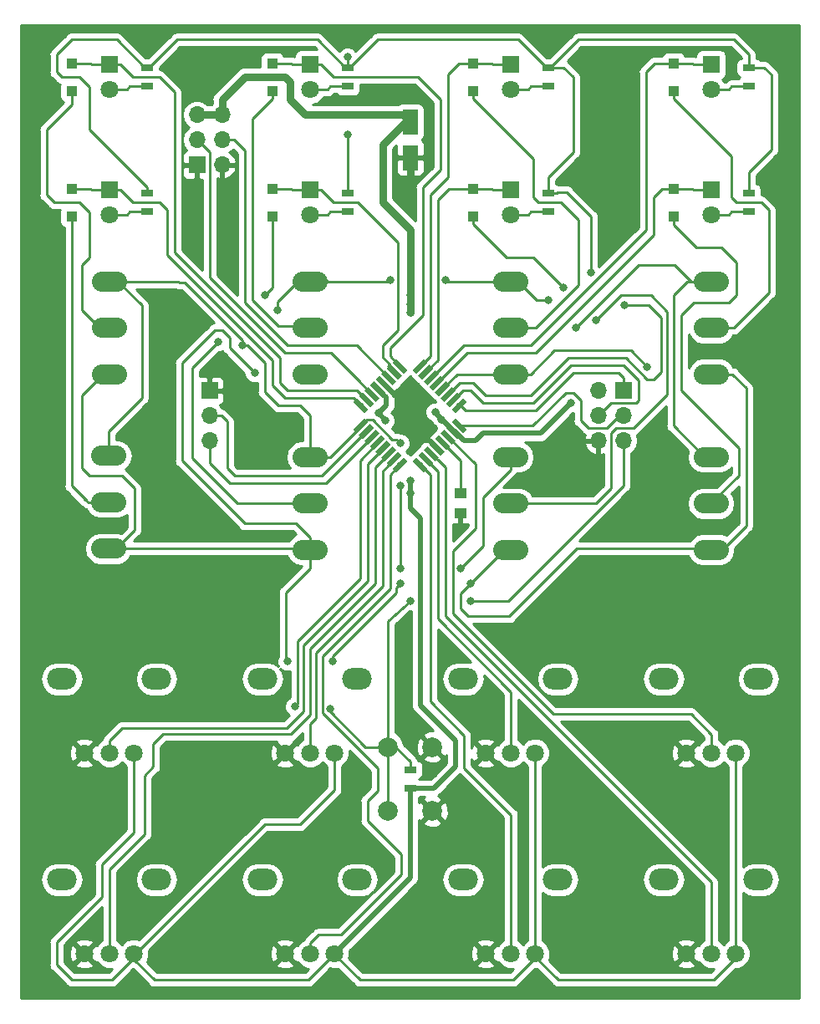
<source format=gbr>
G04 #@! TF.GenerationSoftware,KiCad,Pcbnew,5.0.0-fee4fd1~66~ubuntu16.04.1*
G04 #@! TF.CreationDate,2018-10-02T23:40:20+08:00*
G04 #@! TF.ProjectId,SubSequence,53756253657175656E63652E6B696361,rev?*
G04 #@! TF.SameCoordinates,Original*
G04 #@! TF.FileFunction,Copper,L2,Bot,Signal*
G04 #@! TF.FilePolarity,Positive*
%FSLAX46Y46*%
G04 Gerber Fmt 4.6, Leading zero omitted, Abs format (unit mm)*
G04 Created by KiCad (PCBNEW 5.0.0-fee4fd1~66~ubuntu16.04.1) date Tue Oct  2 23:40:20 2018*
%MOMM*%
%LPD*%
G01*
G04 APERTURE LIST*
G04 #@! TA.AperFunction,ComponentPad*
%ADD10C,2.000000*%
G04 #@! TD*
G04 #@! TA.AperFunction,SMDPad,CuDef*
%ADD11R,1.600000X2.600000*%
G04 #@! TD*
G04 #@! TA.AperFunction,SMDPad,CuDef*
%ADD12R,1.250000X1.000000*%
G04 #@! TD*
G04 #@! TA.AperFunction,SMDPad,CuDef*
%ADD13R,1.100000X1.100000*%
G04 #@! TD*
G04 #@! TA.AperFunction,SMDPad,CuDef*
%ADD14C,0.550000*%
G04 #@! TD*
G04 #@! TA.AperFunction,Conductor*
%ADD15C,0.100000*%
G04 #@! TD*
G04 #@! TA.AperFunction,ComponentPad*
%ADD16R,1.800000X1.800000*%
G04 #@! TD*
G04 #@! TA.AperFunction,ComponentPad*
%ADD17C,1.800000*%
G04 #@! TD*
G04 #@! TA.AperFunction,WasherPad*
%ADD18O,3.000000X2.200000*%
G04 #@! TD*
G04 #@! TA.AperFunction,ComponentPad*
%ADD19O,3.556000X2.032000*%
G04 #@! TD*
G04 #@! TA.AperFunction,ComponentPad*
%ADD20O,1.700000X1.700000*%
G04 #@! TD*
G04 #@! TA.AperFunction,ComponentPad*
%ADD21R,1.700000X1.700000*%
G04 #@! TD*
G04 #@! TA.AperFunction,SMDPad,CuDef*
%ADD22R,1.300000X0.700000*%
G04 #@! TD*
G04 #@! TA.AperFunction,ViaPad*
%ADD23C,0.800000*%
G04 #@! TD*
G04 #@! TA.AperFunction,Conductor*
%ADD24C,0.250000*%
G04 #@! TD*
G04 #@! TA.AperFunction,Conductor*
%ADD25C,0.750000*%
G04 #@! TD*
G04 #@! TA.AperFunction,Conductor*
%ADD26C,0.500000*%
G04 #@! TD*
G04 #@! TA.AperFunction,Conductor*
%ADD27C,0.254000*%
G04 #@! TD*
G04 APERTURE END LIST*
D10*
G04 #@! TO.P,SW1,1*
G04 #@! TO.N,Net-(J2-Pad5)*
X150149560Y-128810880D03*
G04 #@! TO.P,SW1,2*
G04 #@! TO.N,GND*
X154649560Y-128810880D03*
G04 #@! TO.P,SW1,1*
G04 #@! TO.N,Net-(J2-Pad5)*
X150149560Y-135310880D03*
G04 #@! TO.P,SW1,2*
G04 #@! TO.N,GND*
X154649560Y-135310880D03*
G04 #@! TD*
D11*
G04 #@! TO.P,C4,2*
G04 #@! TO.N,GND*
X152400000Y-69110000D03*
G04 #@! TO.P,C4,1*
G04 #@! TO.N,+5V*
X152400000Y-65510000D03*
G04 #@! TD*
D12*
G04 #@! TO.P,C3,2*
G04 #@! TO.N,Net-(C3-Pad2)*
X157480000Y-103140000D03*
G04 #@! TO.P,C3,1*
G04 #@! TO.N,GND*
X157480000Y-105140000D03*
G04 #@! TD*
D13*
G04 #@! TO.P,D15,1*
G04 #@! TO.N,/MCU328/PD6*
X158750000Y-72260000D03*
G04 #@! TO.P,D15,2*
G04 #@! TO.N,Net-(D15-Pad2)*
X158750000Y-75060000D03*
G04 #@! TD*
G04 #@! TO.P,D14,2*
G04 #@! TO.N,Net-(D14-Pad2)*
X179070000Y-75060000D03*
G04 #@! TO.P,D14,1*
G04 #@! TO.N,/MCU328/PB0*
X179070000Y-72260000D03*
G04 #@! TD*
G04 #@! TO.P,D13,1*
G04 #@! TO.N,/MCU328/PD7*
X179070000Y-59560000D03*
G04 #@! TO.P,D13,2*
G04 #@! TO.N,Net-(D13-Pad2)*
X179070000Y-62360000D03*
G04 #@! TD*
G04 #@! TO.P,D12,2*
G04 #@! TO.N,Net-(D12-Pad2)*
X118110000Y-62360000D03*
G04 #@! TO.P,D12,1*
G04 #@! TO.N,/MCU328/PD4*
X118110000Y-59560000D03*
G04 #@! TD*
G04 #@! TO.P,D11,1*
G04 #@! TO.N,/MCU328/PD3*
X118110000Y-72260000D03*
G04 #@! TO.P,D11,2*
G04 #@! TO.N,Net-(D11-Pad2)*
X118110000Y-75060000D03*
G04 #@! TD*
G04 #@! TO.P,D10,2*
G04 #@! TO.N,Net-(D10-Pad2)*
X138430000Y-62360000D03*
G04 #@! TO.P,D10,1*
G04 #@! TO.N,/MCU328/PB7*
X138430000Y-59560000D03*
G04 #@! TD*
G04 #@! TO.P,D9,1*
G04 #@! TO.N,/MCU328/PB6*
X138430000Y-72260000D03*
G04 #@! TO.P,D9,2*
G04 #@! TO.N,Net-(D9-Pad2)*
X138430000Y-75060000D03*
G04 #@! TD*
G04 #@! TO.P,D16,2*
G04 #@! TO.N,Net-(D16-Pad2)*
X158750000Y-62360000D03*
G04 #@! TO.P,D16,1*
G04 #@! TO.N,/MCU328/PD5*
X158750000Y-59560000D03*
G04 #@! TD*
D14*
G04 #@! TO.P,U1,32*
G04 #@! TO.N,/MCU328/PD2*
X147414897Y-96275305D03*
D15*
G04 #@! TD*
G04 #@! TO.N,/MCU328/PD2*
G04 #@! TO.C,U1*
G36*
X147786128Y-95515165D02*
X148175037Y-95904074D01*
X147043666Y-97035445D01*
X146654757Y-96646536D01*
X147786128Y-95515165D01*
X147786128Y-95515165D01*
G37*
D14*
G04 #@! TO.P,U1,31*
G04 #@! TO.N,/MCU328/TXD/PD1*
X147980583Y-96840990D03*
D15*
G04 #@! TD*
G04 #@! TO.N,/MCU328/TXD/PD1*
G04 #@! TO.C,U1*
G36*
X148351814Y-96080850D02*
X148740723Y-96469759D01*
X147609352Y-97601130D01*
X147220443Y-97212221D01*
X148351814Y-96080850D01*
X148351814Y-96080850D01*
G37*
D14*
G04 #@! TO.P,U1,30*
G04 #@! TO.N,/MCU328/RXD/PD0*
X148546268Y-97406676D03*
D15*
G04 #@! TD*
G04 #@! TO.N,/MCU328/RXD/PD0*
G04 #@! TO.C,U1*
G36*
X148917499Y-96646536D02*
X149306408Y-97035445D01*
X148175037Y-98166816D01*
X147786128Y-97777907D01*
X148917499Y-96646536D01*
X148917499Y-96646536D01*
G37*
D14*
G04 #@! TO.P,U1,29*
G04 #@! TO.N,Net-(J2-Pad5)*
X149111953Y-97972361D03*
D15*
G04 #@! TD*
G04 #@! TO.N,Net-(J2-Pad5)*
G04 #@! TO.C,U1*
G36*
X149483184Y-97212221D02*
X149872093Y-97601130D01*
X148740722Y-98732501D01*
X148351813Y-98343592D01*
X149483184Y-97212221D01*
X149483184Y-97212221D01*
G37*
D14*
G04 #@! TO.P,U1,28*
G04 #@! TO.N,/MCU328/PC5*
X149677639Y-98538047D03*
D15*
G04 #@! TD*
G04 #@! TO.N,/MCU328/PC5*
G04 #@! TO.C,U1*
G36*
X150048870Y-97777907D02*
X150437779Y-98166816D01*
X149306408Y-99298187D01*
X148917499Y-98909278D01*
X150048870Y-97777907D01*
X150048870Y-97777907D01*
G37*
D14*
G04 #@! TO.P,U1,27*
G04 #@! TO.N,/MCU328/PC4*
X150243324Y-99103732D03*
D15*
G04 #@! TD*
G04 #@! TO.N,/MCU328/PC4*
G04 #@! TO.C,U1*
G36*
X150614555Y-98343592D02*
X151003464Y-98732501D01*
X149872093Y-99863872D01*
X149483184Y-99474963D01*
X150614555Y-98343592D01*
X150614555Y-98343592D01*
G37*
D14*
G04 #@! TO.P,U1,26*
G04 #@! TO.N,/MCU328/PC3*
X150809010Y-99669417D03*
D15*
G04 #@! TD*
G04 #@! TO.N,/MCU328/PC3*
G04 #@! TO.C,U1*
G36*
X151180241Y-98909277D02*
X151569150Y-99298186D01*
X150437779Y-100429557D01*
X150048870Y-100040648D01*
X151180241Y-98909277D01*
X151180241Y-98909277D01*
G37*
D14*
G04 #@! TO.P,U1,25*
G04 #@! TO.N,/MCU328/PC2*
X151374695Y-100235103D03*
D15*
G04 #@! TD*
G04 #@! TO.N,/MCU328/PC2*
G04 #@! TO.C,U1*
G36*
X151745926Y-99474963D02*
X152134835Y-99863872D01*
X151003464Y-100995243D01*
X150614555Y-100606334D01*
X151745926Y-99474963D01*
X151745926Y-99474963D01*
G37*
D14*
G04 #@! TO.P,U1,24*
G04 #@! TO.N,/MCU328/PC1*
X153425305Y-100235103D03*
D15*
G04 #@! TD*
G04 #@! TO.N,/MCU328/PC1*
G04 #@! TO.C,U1*
G36*
X152665165Y-99863872D02*
X153054074Y-99474963D01*
X154185445Y-100606334D01*
X153796536Y-100995243D01*
X152665165Y-99863872D01*
X152665165Y-99863872D01*
G37*
D14*
G04 #@! TO.P,U1,23*
G04 #@! TO.N,/MCU328/PC0*
X153990990Y-99669417D03*
D15*
G04 #@! TD*
G04 #@! TO.N,/MCU328/PC0*
G04 #@! TO.C,U1*
G36*
X153230850Y-99298186D02*
X153619759Y-98909277D01*
X154751130Y-100040648D01*
X154362221Y-100429557D01*
X153230850Y-99298186D01*
X153230850Y-99298186D01*
G37*
D14*
G04 #@! TO.P,U1,22*
G04 #@! TO.N,/MCU328/PE3*
X154556676Y-99103732D03*
D15*
G04 #@! TD*
G04 #@! TO.N,/MCU328/PE3*
G04 #@! TO.C,U1*
G36*
X153796536Y-98732501D02*
X154185445Y-98343592D01*
X155316816Y-99474963D01*
X154927907Y-99863872D01*
X153796536Y-98732501D01*
X153796536Y-98732501D01*
G37*
D14*
G04 #@! TO.P,U1,21*
G04 #@! TO.N,GND*
X155122361Y-98538047D03*
D15*
G04 #@! TD*
G04 #@! TO.N,GND*
G04 #@! TO.C,U1*
G36*
X154362221Y-98166816D02*
X154751130Y-97777907D01*
X155882501Y-98909278D01*
X155493592Y-99298187D01*
X154362221Y-98166816D01*
X154362221Y-98166816D01*
G37*
D14*
G04 #@! TO.P,U1,20*
G04 #@! TO.N,Net-(C3-Pad2)*
X155688047Y-97972361D03*
D15*
G04 #@! TD*
G04 #@! TO.N,Net-(C3-Pad2)*
G04 #@! TO.C,U1*
G36*
X154927907Y-97601130D02*
X155316816Y-97212221D01*
X156448187Y-98343592D01*
X156059278Y-98732501D01*
X154927907Y-97601130D01*
X154927907Y-97601130D01*
G37*
D14*
G04 #@! TO.P,U1,19*
G04 #@! TO.N,/MCU328/PE2*
X156253732Y-97406676D03*
D15*
G04 #@! TD*
G04 #@! TO.N,/MCU328/PE2*
G04 #@! TO.C,U1*
G36*
X155493592Y-97035445D02*
X155882501Y-96646536D01*
X157013872Y-97777907D01*
X156624963Y-98166816D01*
X155493592Y-97035445D01*
X155493592Y-97035445D01*
G37*
D14*
G04 #@! TO.P,U1,18*
G04 #@! TO.N,+5V*
X156819417Y-96840990D03*
D15*
G04 #@! TD*
G04 #@! TO.N,+5V*
G04 #@! TO.C,U1*
G36*
X156059277Y-96469759D02*
X156448186Y-96080850D01*
X157579557Y-97212221D01*
X157190648Y-97601130D01*
X156059277Y-96469759D01*
X156059277Y-96469759D01*
G37*
D14*
G04 #@! TO.P,U1,17*
G04 #@! TO.N,Net-(J2-Pad3)*
X157385103Y-96275305D03*
D15*
G04 #@! TD*
G04 #@! TO.N,Net-(J2-Pad3)*
G04 #@! TO.C,U1*
G36*
X156624963Y-95904074D02*
X157013872Y-95515165D01*
X158145243Y-96646536D01*
X157756334Y-97035445D01*
X156624963Y-95904074D01*
X156624963Y-95904074D01*
G37*
D14*
G04 #@! TO.P,U1,16*
G04 #@! TO.N,Net-(J2-Pad1)*
X157385103Y-94224695D03*
D15*
G04 #@! TD*
G04 #@! TO.N,Net-(J2-Pad1)*
G04 #@! TO.C,U1*
G36*
X157756334Y-93464555D02*
X158145243Y-93853464D01*
X157013872Y-94984835D01*
X156624963Y-94595926D01*
X157756334Y-93464555D01*
X157756334Y-93464555D01*
G37*
D14*
G04 #@! TO.P,U1,15*
G04 #@! TO.N,Net-(J2-Pad4)*
X156819417Y-93659010D03*
D15*
G04 #@! TD*
G04 #@! TO.N,Net-(J2-Pad4)*
G04 #@! TO.C,U1*
G36*
X157190648Y-92898870D02*
X157579557Y-93287779D01*
X156448186Y-94419150D01*
X156059277Y-94030241D01*
X157190648Y-92898870D01*
X157190648Y-92898870D01*
G37*
D14*
G04 #@! TO.P,U1,14*
G04 #@! TO.N,/MCU328/PB2*
X156253732Y-93093324D03*
D15*
G04 #@! TD*
G04 #@! TO.N,/MCU328/PB2*
G04 #@! TO.C,U1*
G36*
X156624963Y-92333184D02*
X157013872Y-92722093D01*
X155882501Y-93853464D01*
X155493592Y-93464555D01*
X156624963Y-92333184D01*
X156624963Y-92333184D01*
G37*
D14*
G04 #@! TO.P,U1,13*
G04 #@! TO.N,/MCU328/PB1*
X155688047Y-92527639D03*
D15*
G04 #@! TD*
G04 #@! TO.N,/MCU328/PB1*
G04 #@! TO.C,U1*
G36*
X156059278Y-91767499D02*
X156448187Y-92156408D01*
X155316816Y-93287779D01*
X154927907Y-92898870D01*
X156059278Y-91767499D01*
X156059278Y-91767499D01*
G37*
D14*
G04 #@! TO.P,U1,12*
G04 #@! TO.N,/MCU328/PB0*
X155122361Y-91961953D03*
D15*
G04 #@! TD*
G04 #@! TO.N,/MCU328/PB0*
G04 #@! TO.C,U1*
G36*
X155493592Y-91201813D02*
X155882501Y-91590722D01*
X154751130Y-92722093D01*
X154362221Y-92333184D01*
X155493592Y-91201813D01*
X155493592Y-91201813D01*
G37*
D14*
G04 #@! TO.P,U1,11*
G04 #@! TO.N,/MCU328/PD7*
X154556676Y-91396268D03*
D15*
G04 #@! TD*
G04 #@! TO.N,/MCU328/PD7*
G04 #@! TO.C,U1*
G36*
X154927907Y-90636128D02*
X155316816Y-91025037D01*
X154185445Y-92156408D01*
X153796536Y-91767499D01*
X154927907Y-90636128D01*
X154927907Y-90636128D01*
G37*
D14*
G04 #@! TO.P,U1,10*
G04 #@! TO.N,/MCU328/PD6*
X153990990Y-90830583D03*
D15*
G04 #@! TD*
G04 #@! TO.N,/MCU328/PD6*
G04 #@! TO.C,U1*
G36*
X154362221Y-90070443D02*
X154751130Y-90459352D01*
X153619759Y-91590723D01*
X153230850Y-91201814D01*
X154362221Y-90070443D01*
X154362221Y-90070443D01*
G37*
D14*
G04 #@! TO.P,U1,9*
G04 #@! TO.N,/MCU328/PD5*
X153425305Y-90264897D03*
D15*
G04 #@! TD*
G04 #@! TO.N,/MCU328/PD5*
G04 #@! TO.C,U1*
G36*
X153796536Y-89504757D02*
X154185445Y-89893666D01*
X153054074Y-91025037D01*
X152665165Y-90636128D01*
X153796536Y-89504757D01*
X153796536Y-89504757D01*
G37*
D14*
G04 #@! TO.P,U1,8*
G04 #@! TO.N,/MCU328/PB7*
X151374695Y-90264897D03*
D15*
G04 #@! TD*
G04 #@! TO.N,/MCU328/PB7*
G04 #@! TO.C,U1*
G36*
X150614555Y-89893666D02*
X151003464Y-89504757D01*
X152134835Y-90636128D01*
X151745926Y-91025037D01*
X150614555Y-89893666D01*
X150614555Y-89893666D01*
G37*
D14*
G04 #@! TO.P,U1,7*
G04 #@! TO.N,/MCU328/PB6*
X150809010Y-90830583D03*
D15*
G04 #@! TD*
G04 #@! TO.N,/MCU328/PB6*
G04 #@! TO.C,U1*
G36*
X150048870Y-90459352D02*
X150437779Y-90070443D01*
X151569150Y-91201814D01*
X151180241Y-91590723D01*
X150048870Y-90459352D01*
X150048870Y-90459352D01*
G37*
D14*
G04 #@! TO.P,U1,6*
G04 #@! TO.N,SCL*
X150243324Y-91396268D03*
D15*
G04 #@! TD*
G04 #@! TO.N,SCL*
G04 #@! TO.C,U1*
G36*
X149483184Y-91025037D02*
X149872093Y-90636128D01*
X151003464Y-91767499D01*
X150614555Y-92156408D01*
X149483184Y-91025037D01*
X149483184Y-91025037D01*
G37*
D14*
G04 #@! TO.P,U1,5*
G04 #@! TO.N,GND*
X149677639Y-91961953D03*
D15*
G04 #@! TD*
G04 #@! TO.N,GND*
G04 #@! TO.C,U1*
G36*
X148917499Y-91590722D02*
X149306408Y-91201813D01*
X150437779Y-92333184D01*
X150048870Y-92722093D01*
X148917499Y-91590722D01*
X148917499Y-91590722D01*
G37*
D14*
G04 #@! TO.P,U1,4*
G04 #@! TO.N,+5V*
X149111953Y-92527639D03*
D15*
G04 #@! TD*
G04 #@! TO.N,+5V*
G04 #@! TO.C,U1*
G36*
X148351813Y-92156408D02*
X148740722Y-91767499D01*
X149872093Y-92898870D01*
X149483184Y-93287779D01*
X148351813Y-92156408D01*
X148351813Y-92156408D01*
G37*
D14*
G04 #@! TO.P,U1,3*
G04 #@! TO.N,SDA*
X148546268Y-93093324D03*
D15*
G04 #@! TD*
G04 #@! TO.N,SDA*
G04 #@! TO.C,U1*
G36*
X147786128Y-92722093D02*
X148175037Y-92333184D01*
X149306408Y-93464555D01*
X148917499Y-93853464D01*
X147786128Y-92722093D01*
X147786128Y-92722093D01*
G37*
D14*
G04 #@! TO.P,U1,2*
G04 #@! TO.N,/MCU328/PD4*
X147980583Y-93659010D03*
D15*
G04 #@! TD*
G04 #@! TO.N,/MCU328/PD4*
G04 #@! TO.C,U1*
G36*
X147220443Y-93287779D02*
X147609352Y-92898870D01*
X148740723Y-94030241D01*
X148351814Y-94419150D01*
X147220443Y-93287779D01*
X147220443Y-93287779D01*
G37*
D14*
G04 #@! TO.P,U1,1*
G04 #@! TO.N,/MCU328/PD3*
X147414897Y-94224695D03*
D15*
G04 #@! TD*
G04 #@! TO.N,/MCU328/PD3*
G04 #@! TO.C,U1*
G36*
X146654757Y-93853464D02*
X147043666Y-93464555D01*
X148175037Y-94595926D01*
X147786128Y-94984835D01*
X146654757Y-93853464D01*
X146654757Y-93853464D01*
G37*
D16*
G04 #@! TO.P,D8,1*
G04 #@! TO.N,/MCU328/PB6*
X142240000Y-72390000D03*
D17*
G04 #@! TO.P,D8,2*
G04 #@! TO.N,Net-(D8-Pad2)*
X142240000Y-74930000D03*
G04 #@! TD*
G04 #@! TO.P,D7,2*
G04 #@! TO.N,Net-(D7-Pad2)*
X142240000Y-62230000D03*
D16*
G04 #@! TO.P,D7,1*
G04 #@! TO.N,/MCU328/PB7*
X142240000Y-59690000D03*
G04 #@! TD*
G04 #@! TO.P,D6,1*
G04 #@! TO.N,/MCU328/PD3*
X121920000Y-72390000D03*
D17*
G04 #@! TO.P,D6,2*
G04 #@! TO.N,Net-(D6-Pad2)*
X121920000Y-74930000D03*
G04 #@! TD*
G04 #@! TO.P,D5,2*
G04 #@! TO.N,Net-(D5-Pad2)*
X121920000Y-62230000D03*
D16*
G04 #@! TO.P,D5,1*
G04 #@! TO.N,/MCU328/PD4*
X121920000Y-59690000D03*
G04 #@! TD*
G04 #@! TO.P,D3,1*
G04 #@! TO.N,/MCU328/PB0*
X182880000Y-72390000D03*
D17*
G04 #@! TO.P,D3,2*
G04 #@! TO.N,Net-(D3-Pad2)*
X182880000Y-74930000D03*
G04 #@! TD*
G04 #@! TO.P,D2,2*
G04 #@! TO.N,Net-(D2-Pad2)*
X162560000Y-74930000D03*
D16*
G04 #@! TO.P,D2,1*
G04 #@! TO.N,/MCU328/PD6*
X162560000Y-72390000D03*
G04 #@! TD*
G04 #@! TO.P,D1,1*
G04 #@! TO.N,/MCU328/PD5*
X162560000Y-59690000D03*
D17*
G04 #@! TO.P,D1,2*
G04 #@! TO.N,Net-(D1-Pad2)*
X162560000Y-62230000D03*
G04 #@! TD*
G04 #@! TO.P,D4,2*
G04 #@! TO.N,Net-(D4-Pad2)*
X182880000Y-62230000D03*
D16*
G04 #@! TO.P,D4,1*
G04 #@! TO.N,/MCU328/PD7*
X182880000Y-59690000D03*
G04 #@! TD*
D18*
G04 #@! TO.P,RV3,*
G04 #@! TO.N,*
X147040000Y-142240000D03*
D17*
G04 #@! TO.P,RV3,3*
G04 #@! TO.N,GND*
X139740000Y-149740010D03*
G04 #@! TO.P,RV3,2*
G04 #@! TO.N,/MCU328/PC2*
X142280000Y-149740010D03*
G04 #@! TO.P,RV3,1*
G04 #@! TO.N,+5V*
X144740000Y-149740010D03*
D18*
G04 #@! TO.P,RV3,*
G04 #@! TO.N,*
X137440000Y-142240000D03*
G04 #@! TD*
G04 #@! TO.P,RV5,*
G04 #@! TO.N,*
X117120000Y-142240000D03*
D17*
G04 #@! TO.P,RV5,1*
G04 #@! TO.N,+5V*
X124420000Y-149740010D03*
G04 #@! TO.P,RV5,2*
G04 #@! TO.N,/MCU328/PC4*
X121960000Y-149740010D03*
G04 #@! TO.P,RV5,3*
G04 #@! TO.N,GND*
X119420000Y-149740010D03*
D18*
G04 #@! TO.P,RV5,*
G04 #@! TO.N,*
X126720000Y-142240000D03*
G04 #@! TD*
G04 #@! TO.P,RV1,*
G04 #@! TO.N,*
X167360000Y-121920000D03*
D17*
G04 #@! TO.P,RV1,3*
G04 #@! TO.N,GND*
X160060000Y-129420010D03*
G04 #@! TO.P,RV1,2*
G04 #@! TO.N,/MCU328/PC0*
X162600000Y-129420010D03*
G04 #@! TO.P,RV1,1*
G04 #@! TO.N,+5V*
X165060000Y-129420010D03*
D18*
G04 #@! TO.P,RV1,*
G04 #@! TO.N,*
X157760000Y-121920000D03*
G04 #@! TD*
G04 #@! TO.P,RV2,*
G04 #@! TO.N,*
X157760000Y-142240000D03*
D17*
G04 #@! TO.P,RV2,1*
G04 #@! TO.N,+5V*
X165060000Y-149740010D03*
G04 #@! TO.P,RV2,2*
G04 #@! TO.N,/MCU328/PC1*
X162600000Y-149740010D03*
G04 #@! TO.P,RV2,3*
G04 #@! TO.N,GND*
X160060000Y-149740010D03*
D18*
G04 #@! TO.P,RV2,*
G04 #@! TO.N,*
X167360000Y-142240000D03*
G04 #@! TD*
G04 #@! TO.P,RV4,*
G04 #@! TO.N,*
X147040000Y-121920000D03*
D17*
G04 #@! TO.P,RV4,3*
G04 #@! TO.N,GND*
X139740000Y-129420010D03*
G04 #@! TO.P,RV4,2*
G04 #@! TO.N,/MCU328/PC3*
X142280000Y-129420010D03*
G04 #@! TO.P,RV4,1*
G04 #@! TO.N,+5V*
X144740000Y-129420010D03*
D18*
G04 #@! TO.P,RV4,*
G04 #@! TO.N,*
X137440000Y-121920000D03*
G04 #@! TD*
G04 #@! TO.P,RV6,*
G04 #@! TO.N,*
X117120000Y-121920000D03*
D17*
G04 #@! TO.P,RV6,1*
G04 #@! TO.N,+5V*
X124420000Y-129420010D03*
G04 #@! TO.P,RV6,2*
G04 #@! TO.N,/MCU328/PC5*
X121960000Y-129420010D03*
G04 #@! TO.P,RV6,3*
G04 #@! TO.N,GND*
X119420000Y-129420010D03*
D18*
G04 #@! TO.P,RV6,*
G04 #@! TO.N,*
X126720000Y-121920000D03*
G04 #@! TD*
G04 #@! TO.P,RV7,*
G04 #@! TO.N,*
X187680000Y-121920000D03*
D17*
G04 #@! TO.P,RV7,3*
G04 #@! TO.N,GND*
X180380000Y-129420010D03*
G04 #@! TO.P,RV7,2*
G04 #@! TO.N,/MCU328/PE2*
X182920000Y-129420010D03*
G04 #@! TO.P,RV7,1*
G04 #@! TO.N,+5V*
X185380000Y-129420010D03*
D18*
G04 #@! TO.P,RV7,*
G04 #@! TO.N,*
X178080000Y-121920000D03*
G04 #@! TD*
G04 #@! TO.P,RV8,*
G04 #@! TO.N,*
X178080000Y-142240000D03*
D17*
G04 #@! TO.P,RV8,1*
G04 #@! TO.N,+5V*
X185380000Y-149740010D03*
G04 #@! TO.P,RV8,2*
G04 #@! TO.N,/MCU328/PE3*
X182920000Y-149740010D03*
G04 #@! TO.P,RV8,3*
G04 #@! TO.N,GND*
X180380000Y-149740010D03*
D18*
G04 #@! TO.P,RV8,*
G04 #@! TO.N,*
X187680000Y-142240000D03*
G04 #@! TD*
D19*
G04 #@! TO.P,SW2,1*
G04 #@! TO.N,/MCU328/PB1*
X142240000Y-108840000D03*
G04 #@! TO.P,SW2,2*
G04 #@! TO.N,Net-(D9-Pad2)*
X142240000Y-104140000D03*
G04 #@! TO.P,SW2,3*
G04 #@! TO.N,/MCU328/PD2*
X142240000Y-99440000D03*
G04 #@! TD*
G04 #@! TO.P,SW3,3*
G04 #@! TO.N,/MCU328/PD2*
X142240000Y-81660000D03*
G04 #@! TO.P,SW3,2*
G04 #@! TO.N,Net-(D10-Pad2)*
X142240000Y-86360000D03*
G04 #@! TO.P,SW3,1*
G04 #@! TO.N,/MCU328/PB1*
X142240000Y-91060000D03*
G04 #@! TD*
G04 #@! TO.P,SW4,1*
G04 #@! TO.N,/MCU328/PB1*
X121838000Y-108714000D03*
G04 #@! TO.P,SW4,2*
G04 #@! TO.N,Net-(D11-Pad2)*
X121838000Y-104014000D03*
G04 #@! TO.P,SW4,3*
G04 #@! TO.N,/MCU328/PD2*
X121838000Y-99314000D03*
G04 #@! TD*
G04 #@! TO.P,SW5,3*
G04 #@! TO.N,/MCU328/PD2*
X121920000Y-81660000D03*
G04 #@! TO.P,SW5,2*
G04 #@! TO.N,Net-(D12-Pad2)*
X121920000Y-86360000D03*
G04 #@! TO.P,SW5,1*
G04 #@! TO.N,/MCU328/PB1*
X121920000Y-91060000D03*
G04 #@! TD*
G04 #@! TO.P,SW7,1*
G04 #@! TO.N,/MCU328/PB1*
X182880000Y-108840000D03*
G04 #@! TO.P,SW7,2*
G04 #@! TO.N,Net-(D14-Pad2)*
X182880000Y-104140000D03*
G04 #@! TO.P,SW7,3*
G04 #@! TO.N,/MCU328/PD2*
X182880000Y-99440000D03*
G04 #@! TD*
G04 #@! TO.P,SW8,3*
G04 #@! TO.N,/MCU328/PD2*
X162560000Y-99440000D03*
G04 #@! TO.P,SW8,2*
G04 #@! TO.N,Net-(D15-Pad2)*
X162560000Y-104140000D03*
G04 #@! TO.P,SW8,1*
G04 #@! TO.N,/MCU328/PB1*
X162560000Y-108840000D03*
G04 #@! TD*
G04 #@! TO.P,SW9,1*
G04 #@! TO.N,/MCU328/PB1*
X162560000Y-91060000D03*
G04 #@! TO.P,SW9,2*
G04 #@! TO.N,Net-(D16-Pad2)*
X162560000Y-86360000D03*
G04 #@! TO.P,SW9,3*
G04 #@! TO.N,/MCU328/PD2*
X162560000Y-81660000D03*
G04 #@! TD*
G04 #@! TO.P,SW6,3*
G04 #@! TO.N,/MCU328/PD2*
X182880000Y-81660000D03*
G04 #@! TO.P,SW6,2*
G04 #@! TO.N,Net-(D13-Pad2)*
X182880000Y-86360000D03*
G04 #@! TO.P,SW6,1*
G04 #@! TO.N,/MCU328/PB1*
X182880000Y-91060000D03*
G04 #@! TD*
D20*
G04 #@! TO.P,J3,3*
G04 #@! TO.N,/MCU328/RXD/PD0*
X132080000Y-97790000D03*
G04 #@! TO.P,J3,2*
G04 #@! TO.N,/MCU328/TXD/PD1*
X132080000Y-95250000D03*
D21*
G04 #@! TO.P,J3,1*
G04 #@! TO.N,GND*
X132080000Y-92710000D03*
G04 #@! TD*
G04 #@! TO.P,J1,1*
G04 #@! TO.N,GND*
X130810000Y-69850000D03*
D20*
G04 #@! TO.P,J1,2*
X133350000Y-69850000D03*
G04 #@! TO.P,J1,3*
G04 #@! TO.N,SDA*
X130810000Y-67310000D03*
G04 #@! TO.P,J1,4*
G04 #@! TO.N,SCL*
X133350000Y-67310000D03*
G04 #@! TO.P,J1,5*
G04 #@! TO.N,+5V*
X130810000Y-64770000D03*
G04 #@! TO.P,J1,6*
X133350000Y-64770000D03*
G04 #@! TD*
G04 #@! TO.P,J2,6*
G04 #@! TO.N,GND*
X171450000Y-97790000D03*
G04 #@! TO.P,J2,5*
G04 #@! TO.N,Net-(J2-Pad5)*
X173990000Y-97790000D03*
G04 #@! TO.P,J2,4*
G04 #@! TO.N,Net-(J2-Pad4)*
X171450000Y-95250000D03*
G04 #@! TO.P,J2,3*
G04 #@! TO.N,Net-(J2-Pad3)*
X173990000Y-95250000D03*
G04 #@! TO.P,J2,2*
G04 #@! TO.N,+5V*
X171450000Y-92710000D03*
D21*
G04 #@! TO.P,J2,1*
G04 #@! TO.N,Net-(J2-Pad1)*
X173990000Y-92710000D03*
G04 #@! TD*
D22*
G04 #@! TO.P,R2,2*
G04 #@! TO.N,Net-(D1-Pad2)*
X166370000Y-61910000D03*
G04 #@! TO.P,R2,1*
G04 #@! TO.N,/MCU328/PB2*
X166370000Y-60010000D03*
G04 #@! TD*
G04 #@! TO.P,R5,1*
G04 #@! TO.N,/MCU328/PB2*
X186690000Y-60010000D03*
G04 #@! TO.P,R5,2*
G04 #@! TO.N,Net-(D4-Pad2)*
X186690000Y-61910000D03*
G04 #@! TD*
G04 #@! TO.P,R6,2*
G04 #@! TO.N,Net-(D5-Pad2)*
X125730000Y-61910000D03*
G04 #@! TO.P,R6,1*
G04 #@! TO.N,/MCU328/PB2*
X125730000Y-60010000D03*
G04 #@! TD*
G04 #@! TO.P,R7,1*
G04 #@! TO.N,/MCU328/PB2*
X125730000Y-72710000D03*
G04 #@! TO.P,R7,2*
G04 #@! TO.N,Net-(D6-Pad2)*
X125730000Y-74610000D03*
G04 #@! TD*
G04 #@! TO.P,R8,2*
G04 #@! TO.N,Net-(D7-Pad2)*
X146050000Y-61910000D03*
G04 #@! TO.P,R8,1*
G04 #@! TO.N,/MCU328/PB2*
X146050000Y-60010000D03*
G04 #@! TD*
G04 #@! TO.P,R9,1*
G04 #@! TO.N,/MCU328/PB2*
X146050000Y-72710000D03*
G04 #@! TO.P,R9,2*
G04 #@! TO.N,Net-(D8-Pad2)*
X146050000Y-74610000D03*
G04 #@! TD*
G04 #@! TO.P,R4,2*
G04 #@! TO.N,Net-(D3-Pad2)*
X186690000Y-74610000D03*
G04 #@! TO.P,R4,1*
G04 #@! TO.N,/MCU328/PB2*
X186690000Y-72710000D03*
G04 #@! TD*
G04 #@! TO.P,R3,1*
G04 #@! TO.N,/MCU328/PB2*
X166370000Y-72710000D03*
G04 #@! TO.P,R3,2*
G04 #@! TO.N,Net-(D2-Pad2)*
X166370000Y-74610000D03*
G04 #@! TD*
G04 #@! TO.P,R1,2*
G04 #@! TO.N,Net-(J2-Pad5)*
X152420320Y-131112220D03*
G04 #@! TO.P,R1,1*
G04 #@! TO.N,+5V*
X152420320Y-133012220D03*
G04 #@! TD*
D23*
G04 #@! TO.N,Net-(J2-Pad5)*
X140716000Y-124714000D03*
X144272000Y-124968000D03*
X152400000Y-114046000D03*
X158496000Y-114046000D03*
G04 #@! TO.N,+5V*
X152400000Y-84836000D03*
X152400000Y-83058000D03*
X154940000Y-94869000D03*
X152400000Y-83947000D03*
X155575000Y-95631000D03*
X152400000Y-101854000D03*
X152400000Y-103124000D03*
X168656000Y-93980000D03*
X149225000Y-94996000D03*
X149860000Y-95758000D03*
G04 #@! TO.N,/MCU328/PB2*
X146050000Y-66802000D03*
X146050000Y-58928000D03*
X170688000Y-80772000D03*
X174117000Y-84074000D03*
G04 #@! TO.N,Net-(D15-Pad2)*
X167894000Y-82296000D03*
X171196000Y-85598000D03*
G04 #@! TO.N,Net-(D9-Pad2)*
X132964340Y-87761660D03*
X137668000Y-83058000D03*
G04 #@! TO.N,/MCU328/PD2*
X138938000Y-84582000D03*
X135382000Y-88138000D03*
X166370000Y-83566000D03*
X169164000Y-86360000D03*
X150368000Y-81534000D03*
X155956000Y-81534000D03*
X157480000Y-110744000D03*
X151384000Y-110744000D03*
X151384000Y-102362000D03*
X151384000Y-98044000D03*
G04 #@! TO.N,/MCU328/PB1*
X158496000Y-112268000D03*
X151384000Y-112268000D03*
X144526000Y-120142000D03*
X139954000Y-120142000D03*
X136652000Y-90932000D03*
X176403000Y-90297000D03*
G04 #@! TO.N,GND*
X157353000Y-106680000D03*
X151765000Y-72136000D03*
X150876000Y-93091000D03*
X150876000Y-93091000D03*
X150876000Y-93091000D03*
X151765000Y-93091000D03*
X153543000Y-97790000D03*
X154813000Y-96520000D03*
X172593000Y-67183000D03*
X176911000Y-104267000D03*
X128143000Y-104521000D03*
G04 #@! TD*
D24*
G04 #@! TO.N,Net-(J2-Pad5)*
X150115001Y-128090786D02*
X150115001Y-129504999D01*
X150149560Y-133896667D02*
X150149560Y-128810880D01*
X150149560Y-135310880D02*
X150149560Y-133896667D01*
X152420320Y-130317240D02*
X152420320Y-131112220D01*
X150149560Y-128810880D02*
X150913960Y-128810880D01*
X150913960Y-128810880D02*
X152420320Y-130317240D01*
X140970000Y-118110000D02*
X140970000Y-123444000D01*
X147320000Y-111760000D02*
X140970000Y-118110000D01*
X149111953Y-97972361D02*
X147320000Y-99764314D01*
X147320000Y-99764314D02*
X147320000Y-111760000D01*
X140970000Y-123444000D02*
X140970000Y-124460000D01*
X140970000Y-124460000D02*
X140716000Y-124714000D01*
X147860880Y-128810880D02*
X150149560Y-128810880D01*
X144272000Y-124968000D02*
X144272000Y-125222000D01*
X144272000Y-125222000D02*
X147860880Y-128810880D01*
X159766000Y-114046000D02*
X159512000Y-114046000D01*
X150149560Y-116042440D02*
X150149560Y-128810880D01*
X152400000Y-114046000D02*
X150149560Y-116042440D01*
X158496000Y-114046000D02*
X159766000Y-114046000D01*
X162306000Y-114046000D02*
X159766000Y-114046000D01*
X173990000Y-97790000D02*
X173990000Y-102362000D01*
X173990000Y-102362000D02*
X162306000Y-114046000D01*
G04 #@! TO.N,+5V*
X165060000Y-148467218D02*
X165060000Y-129420010D01*
X165060000Y-149740010D02*
X165060000Y-148467218D01*
X185380000Y-149740010D02*
X185380000Y-129420010D01*
D25*
X130810000Y-64770000D02*
X133350000Y-64770000D01*
X141732000Y-64770000D02*
X151660000Y-64770000D01*
X133350000Y-63246000D02*
X135636000Y-60960000D01*
X133350000Y-64770000D02*
X133350000Y-63246000D01*
X135636000Y-60960000D02*
X139700000Y-60960000D01*
X139700000Y-60960000D02*
X140208000Y-61468000D01*
X140208000Y-61468000D02*
X140208000Y-63246000D01*
X151660000Y-64770000D02*
X152400000Y-65510000D01*
X140208000Y-63246000D02*
X141732000Y-64770000D01*
X152400000Y-83058000D02*
X152400000Y-84836000D01*
D26*
X156819417Y-96734939D02*
X156819417Y-96840990D01*
X154940000Y-94961573D02*
X156819417Y-96840990D01*
X154940000Y-94742000D02*
X154940000Y-94961573D01*
X152400000Y-101854000D02*
X152400000Y-103124000D01*
X155409900Y-132372100D02*
X155407360Y-132372100D01*
X156972000Y-130810000D02*
X155409900Y-132372100D01*
X154800300Y-132981700D02*
X156972000Y-130810000D01*
X152400000Y-132981700D02*
X154800300Y-132981700D01*
X144740000Y-149740010D02*
X152400000Y-142080010D01*
X152400000Y-142080010D02*
X152400000Y-132981700D01*
X152400000Y-104648000D02*
X152400000Y-103124000D01*
X153416000Y-105664000D02*
X152400000Y-104648000D01*
X153416000Y-124587000D02*
X153416000Y-105664000D01*
X156972000Y-130810000D02*
X156972000Y-128143000D01*
X156972000Y-128143000D02*
X153416000Y-124587000D01*
D24*
X162814000Y-152400000D02*
X165060000Y-150154000D01*
X165060000Y-150154000D02*
X165060000Y-149740010D01*
X147320000Y-152400000D02*
X162814000Y-152400000D01*
X144740000Y-149740010D02*
X144740000Y-149820000D01*
X144740000Y-149820000D02*
X147320000Y-152400000D01*
X185380000Y-150154000D02*
X185380000Y-149740010D01*
X183134000Y-152400000D02*
X185380000Y-150154000D01*
X167386000Y-152400000D02*
X183134000Y-152400000D01*
X165060000Y-149740010D02*
X165060000Y-150074000D01*
X165060000Y-150074000D02*
X167386000Y-152400000D01*
X142080010Y-152400000D02*
X144740000Y-149740010D01*
X126492000Y-152400000D02*
X142080010Y-152400000D01*
X124420000Y-149740010D02*
X124420000Y-150328000D01*
X124420000Y-150328000D02*
X126492000Y-152400000D01*
X124420000Y-150154000D02*
X124420000Y-149740010D01*
X122174000Y-152400000D02*
X124420000Y-150154000D01*
X118110000Y-152400000D02*
X122174000Y-152400000D01*
X124420000Y-137454000D02*
X121158000Y-140716000D01*
X124420000Y-129420010D02*
X124420000Y-137454000D01*
X121158000Y-140716000D02*
X121158000Y-144018000D01*
X121158000Y-144018000D02*
X116586000Y-148590000D01*
X116586000Y-148590000D02*
X116586000Y-150876000D01*
X116586000Y-150876000D02*
X118110000Y-152400000D01*
X141224000Y-136652000D02*
X144740000Y-133136000D01*
X144740000Y-133136000D02*
X144740000Y-129420010D01*
X137668000Y-136652000D02*
X141224000Y-136652000D01*
X124420000Y-149740010D02*
X124579990Y-149740010D01*
X124579990Y-149740010D02*
X137668000Y-136652000D01*
D26*
X159766000Y-97028000D02*
X165608000Y-97028000D01*
X165608000Y-97028000D02*
X168656000Y-93980000D01*
X159004000Y-97790000D02*
X159766000Y-97028000D01*
X157874478Y-97790000D02*
X159004000Y-97790000D01*
X156872443Y-96787965D02*
X157874478Y-97790000D01*
X156819417Y-96840990D02*
X156872443Y-96787965D01*
X149225000Y-94996000D02*
X149987000Y-94234000D01*
X149987000Y-94234000D02*
X149987000Y-93402686D01*
X149987000Y-93402686D02*
X149748348Y-93164034D01*
X149748348Y-93164034D02*
X149111953Y-92527639D01*
X149225000Y-94996000D02*
X149860000Y-95758000D01*
D25*
X152400000Y-76454000D02*
X152400000Y-83058000D01*
X149606000Y-73660000D02*
X152400000Y-76454000D01*
X152400000Y-65510000D02*
X151914000Y-65510000D01*
X149606000Y-67818000D02*
X149606000Y-73660000D01*
X151914000Y-65510000D02*
X149606000Y-67818000D01*
D24*
G04 #@! TO.N,/MCU328/PB2*
X186690000Y-70612000D02*
X186690000Y-72710000D01*
X188976000Y-68326000D02*
X186690000Y-70612000D01*
X188976000Y-60706000D02*
X188976000Y-68326000D01*
X186690000Y-60010000D02*
X188280000Y-60010000D01*
X188280000Y-60010000D02*
X188976000Y-60706000D01*
X166370000Y-71120000D02*
X166370000Y-72710000D01*
X168910000Y-60960000D02*
X168910000Y-68580000D01*
X166370000Y-60010000D02*
X167960000Y-60010000D01*
X168910000Y-68580000D02*
X166370000Y-71120000D01*
X167960000Y-60010000D02*
X168910000Y-60960000D01*
X166370000Y-60010000D02*
X166370000Y-59944000D01*
X146050000Y-72710000D02*
X146050000Y-66802000D01*
X146050000Y-58928000D02*
X146050000Y-60010000D01*
X158750000Y-91948000D02*
X160020000Y-93218000D01*
X156253732Y-93093324D02*
X157399056Y-91948000D01*
X157399056Y-91948000D02*
X158750000Y-91948000D01*
X160020000Y-93218000D02*
X162814000Y-93218000D01*
X162814000Y-93218000D02*
X163068000Y-93218000D01*
X164592000Y-93218000D02*
X162814000Y-93218000D01*
X174244000Y-89408000D02*
X168402000Y-89408000D01*
X176530000Y-84074000D02*
X177800000Y-85344000D01*
X177800000Y-85344000D02*
X177800000Y-90805000D01*
X176403000Y-91567000D02*
X174244000Y-89408000D01*
X168402000Y-89408000D02*
X164592000Y-93218000D01*
X174117000Y-84074000D02*
X176530000Y-84074000D01*
X177800000Y-90805000D02*
X177038000Y-91567000D01*
X177038000Y-91567000D02*
X176403000Y-91567000D01*
X168275000Y-72644000D02*
X170688000Y-75057000D01*
X167336000Y-72644000D02*
X168275000Y-72644000D01*
X170688000Y-75057000D02*
X170688000Y-80772000D01*
X166370000Y-72710000D02*
X167270000Y-72710000D01*
X167270000Y-72710000D02*
X167336000Y-72644000D01*
X125542000Y-60010000D02*
X125730000Y-60010000D01*
X122682000Y-57150000D02*
X125542000Y-60010000D01*
X116586000Y-58674000D02*
X118110000Y-57150000D01*
X118110000Y-57150000D02*
X122682000Y-57150000D01*
X125730000Y-72110000D02*
X119888000Y-66268000D01*
X119888000Y-66268000D02*
X119888000Y-61976000D01*
X125730000Y-72710000D02*
X125730000Y-72110000D01*
X116586000Y-60452000D02*
X116586000Y-58674000D01*
X119888000Y-61976000D02*
X118872000Y-60960000D01*
X118872000Y-60960000D02*
X117094000Y-60960000D01*
X117094000Y-60960000D02*
X116586000Y-60452000D01*
X145862000Y-60010000D02*
X146050000Y-60010000D01*
X128778000Y-57150000D02*
X143002000Y-57150000D01*
X143002000Y-57150000D02*
X145862000Y-60010000D01*
X125730000Y-60010000D02*
X125918000Y-60010000D01*
X125918000Y-60010000D02*
X128778000Y-57150000D01*
X166116000Y-59944000D02*
X166370000Y-59944000D01*
X163322000Y-57150000D02*
X166116000Y-59944000D01*
X149098000Y-57150000D02*
X163322000Y-57150000D01*
X146050000Y-60010000D02*
X146238000Y-60010000D01*
X146238000Y-60010000D02*
X149098000Y-57150000D01*
X186690000Y-58674000D02*
X186690000Y-60010000D01*
X185166000Y-57150000D02*
X186690000Y-58674000D01*
X169418000Y-57150000D02*
X185166000Y-57150000D01*
X166370000Y-59944000D02*
X166624000Y-59944000D01*
X166624000Y-59944000D02*
X169418000Y-57150000D01*
G04 #@! TO.N,Net-(D2-Pad2)*
X166370000Y-74610000D02*
X164658000Y-74610000D01*
X164338000Y-74930000D02*
X162560000Y-74930000D01*
X164658000Y-74610000D02*
X164338000Y-74930000D01*
G04 #@! TO.N,Net-(D3-Pad2)*
X186690000Y-74610000D02*
X184978000Y-74610000D01*
X184658000Y-74930000D02*
X182880000Y-74930000D01*
X184978000Y-74610000D02*
X184658000Y-74930000D01*
G04 #@! TO.N,Net-(D8-Pad2)*
X144018000Y-74930000D02*
X142240000Y-74930000D01*
X146050000Y-74610000D02*
X144338000Y-74610000D01*
X144338000Y-74610000D02*
X144018000Y-74930000D01*
G04 #@! TO.N,Net-(D7-Pad2)*
X144018000Y-62230000D02*
X142240000Y-62230000D01*
X146050000Y-61910000D02*
X144338000Y-61910000D01*
X144338000Y-61910000D02*
X144018000Y-62230000D01*
G04 #@! TO.N,Net-(D6-Pad2)*
X123698000Y-74930000D02*
X121920000Y-74930000D01*
X125730000Y-74610000D02*
X124018000Y-74610000D01*
X124018000Y-74610000D02*
X123698000Y-74930000D01*
G04 #@! TO.N,Net-(D5-Pad2)*
X123698000Y-62230000D02*
X121920000Y-62230000D01*
X125730000Y-61910000D02*
X124018000Y-61910000D01*
X124018000Y-61910000D02*
X123698000Y-62230000D01*
G04 #@! TO.N,Net-(D4-Pad2)*
X184658000Y-62230000D02*
X182880000Y-62230000D01*
X186690000Y-61910000D02*
X184978000Y-61910000D01*
X184978000Y-61910000D02*
X184658000Y-62230000D01*
G04 #@! TO.N,Net-(D1-Pad2)*
X164338000Y-62230000D02*
X162560000Y-62230000D01*
X166370000Y-61910000D02*
X164658000Y-61910000D01*
X164658000Y-61910000D02*
X164338000Y-62230000D01*
G04 #@! TO.N,Net-(J2-Pad4)*
X172720000Y-93980000D02*
X171450000Y-95250000D01*
X175260000Y-93980000D02*
X172720000Y-93980000D01*
X168656000Y-90170000D02*
X173990000Y-90170000D01*
X164846000Y-93980000D02*
X168656000Y-90170000D01*
X157514427Y-92964000D02*
X157514427Y-92929573D01*
X175514000Y-93726000D02*
X175260000Y-93980000D01*
X156819417Y-93659010D02*
X157514427Y-92964000D01*
X157514427Y-92929573D02*
X157734000Y-92710000D01*
X158496000Y-92710000D02*
X159766000Y-93980000D01*
X175514000Y-91694000D02*
X175514000Y-93726000D01*
X173990000Y-90170000D02*
X175514000Y-91694000D01*
X157734000Y-92710000D02*
X158496000Y-92710000D01*
X159766000Y-93980000D02*
X164846000Y-93980000D01*
G04 #@! TO.N,Net-(J2-Pad3)*
X173609000Y-95250000D02*
X173990000Y-95250000D01*
X172339000Y-96520000D02*
X173609000Y-95250000D01*
X170434000Y-96520000D02*
X172339000Y-96520000D01*
X164836695Y-96275305D02*
X168148000Y-92964000D01*
X157385103Y-96275305D02*
X164836695Y-96275305D01*
X168910000Y-92964000D02*
X169672000Y-93726000D01*
X168148000Y-92964000D02*
X168910000Y-92964000D01*
X169672000Y-93726000D02*
X169672000Y-95758000D01*
X169672000Y-95758000D02*
X170434000Y-96520000D01*
G04 #@! TO.N,Net-(J2-Pad1)*
X173990000Y-91440000D02*
X173990000Y-92710000D01*
X157489305Y-94224695D02*
X158006610Y-94742000D01*
X157385103Y-94224695D02*
X157489305Y-94224695D01*
X173482000Y-90932000D02*
X173990000Y-91440000D01*
X158006610Y-94742000D02*
X165100000Y-94742000D01*
X168910000Y-90932000D02*
X173482000Y-90932000D01*
X165100000Y-94742000D02*
X168910000Y-90932000D01*
G04 #@! TO.N,SDA*
X147066000Y-91613056D02*
X148546268Y-93093324D01*
X144352944Y-88900000D02*
X147066000Y-91613056D01*
X139700000Y-88900000D02*
X144352944Y-88900000D01*
X132080000Y-81280000D02*
X139700000Y-88900000D01*
X130810000Y-67310000D02*
X132080000Y-68580000D01*
X132080000Y-68580000D02*
X132080000Y-81280000D01*
G04 #@! TO.N,SCL*
X134552081Y-67310000D02*
X133350000Y-67310000D01*
X135636000Y-68393919D02*
X134552081Y-67310000D01*
X135636000Y-83820000D02*
X135636000Y-68393919D01*
X139954000Y-88138000D02*
X135636000Y-83820000D01*
X150243324Y-91396268D02*
X146985056Y-88138000D01*
X146985056Y-88138000D02*
X139954000Y-88138000D01*
G04 #@! TO.N,/MCU328/RXD/PD0*
X143844944Y-102108000D02*
X148546268Y-97406676D01*
X134112000Y-102108000D02*
X143844944Y-102108000D01*
X132080000Y-97790000D02*
X132080000Y-100076000D01*
X132080000Y-100076000D02*
X134112000Y-102108000D01*
G04 #@! TO.N,/MCU328/TXD/PD1*
X134620000Y-101346000D02*
X143475573Y-101346000D01*
X143475573Y-101346000D02*
X147980583Y-96840990D01*
X133858000Y-100584000D02*
X134620000Y-101346000D01*
X133858000Y-95825919D02*
X133858000Y-100584000D01*
X132080000Y-95250000D02*
X133282081Y-95250000D01*
X133282081Y-95250000D02*
X133858000Y-95825919D01*
G04 #@! TO.N,/MCU328/PB7*
X142240000Y-59690000D02*
X140462000Y-59690000D01*
X140332000Y-59560000D02*
X138430000Y-59560000D01*
X140462000Y-59690000D02*
X140332000Y-59560000D01*
X150368000Y-88392000D02*
X150368000Y-89258202D01*
X143390000Y-59690000D02*
X144660000Y-60960000D01*
X153670000Y-72136000D02*
X153670000Y-85090000D01*
X153162000Y-60960000D02*
X155448000Y-63246000D01*
X144660000Y-60960000D02*
X153162000Y-60960000D01*
X150368000Y-89258202D02*
X151374695Y-90264897D01*
X153670000Y-85090000D02*
X150368000Y-88392000D01*
X142240000Y-59690000D02*
X143390000Y-59690000D01*
X155448000Y-63246000D02*
X155448000Y-70358000D01*
X155448000Y-70358000D02*
X153670000Y-72136000D01*
G04 #@! TO.N,Net-(D13-Pad2)*
X185166000Y-86360000D02*
X182880000Y-86360000D01*
X188722000Y-82804000D02*
X185166000Y-86360000D01*
X179070000Y-63160000D02*
X184912000Y-69002000D01*
X179070000Y-62360000D02*
X179070000Y-63160000D01*
X188722000Y-74422000D02*
X188722000Y-82804000D01*
X184912000Y-73152000D02*
X185420000Y-73660000D01*
X185420000Y-73660000D02*
X187960000Y-73660000D01*
X184912000Y-69002000D02*
X184912000Y-73152000D01*
X187960000Y-73660000D02*
X188722000Y-74422000D01*
G04 #@! TO.N,/MCU328/PB6*
X142240000Y-72390000D02*
X140462000Y-72390000D01*
X140332000Y-72260000D02*
X138430000Y-72260000D01*
X140462000Y-72390000D02*
X140332000Y-72260000D01*
X150172615Y-90194188D02*
X150809010Y-90830583D01*
X150314029Y-90052775D02*
X150172615Y-90194188D01*
X149606000Y-88138000D02*
X149606000Y-89344746D01*
X149606000Y-89344746D02*
X150314029Y-90052775D01*
X143390000Y-72390000D02*
X144660000Y-73660000D01*
X142240000Y-72390000D02*
X143390000Y-72390000D01*
X144660000Y-73660000D02*
X147066000Y-73660000D01*
X147066000Y-73660000D02*
X151130000Y-77724000D01*
X151130000Y-77724000D02*
X151130000Y-86614000D01*
X151130000Y-86614000D02*
X149606000Y-88138000D01*
G04 #@! TO.N,Net-(D16-Pad2)*
X165100000Y-86360000D02*
X162560000Y-86360000D01*
X169418000Y-82042000D02*
X165100000Y-86360000D01*
X169418000Y-75438000D02*
X169418000Y-82042000D01*
X158750000Y-63160000D02*
X164846000Y-69256000D01*
X167640000Y-73660000D02*
X169418000Y-75438000D01*
X158750000Y-62360000D02*
X158750000Y-63160000D01*
X164846000Y-69256000D02*
X164846000Y-73152000D01*
X164846000Y-73152000D02*
X165354000Y-73660000D01*
X165354000Y-73660000D02*
X167640000Y-73660000D01*
G04 #@! TO.N,Net-(D15-Pad2)*
X158750000Y-75860000D02*
X158750000Y-75060000D01*
X162138000Y-79248000D02*
X158750000Y-75860000D01*
X164846000Y-79248000D02*
X162138000Y-79248000D01*
X167894000Y-82296000D02*
X164846000Y-79248000D01*
X173736000Y-83058000D02*
X171196000Y-85598000D01*
X178435000Y-84709000D02*
X176784000Y-83058000D01*
X178435000Y-93091000D02*
X178435000Y-84709000D01*
X171196000Y-104140000D02*
X172720000Y-102616000D01*
X173228000Y-96520000D02*
X175006000Y-96520000D01*
X175006000Y-96520000D02*
X178435000Y-93091000D01*
X172720000Y-102616000D02*
X172720000Y-97028000D01*
X176784000Y-83058000D02*
X173736000Y-83058000D01*
X162560000Y-104140000D02*
X171196000Y-104140000D01*
X172720000Y-97028000D02*
X173228000Y-96520000D01*
G04 #@! TO.N,Net-(D14-Pad2)*
X181356000Y-78232000D02*
X179070000Y-75946000D01*
X183896000Y-78232000D02*
X181356000Y-78232000D01*
X185420000Y-79756000D02*
X183896000Y-78232000D01*
X184658000Y-83820000D02*
X185420000Y-83058000D01*
X181102000Y-83820000D02*
X184658000Y-83820000D01*
X183034000Y-103986000D02*
X185674000Y-101346000D01*
X182880000Y-103986000D02*
X183034000Y-103986000D01*
X185674000Y-101346000D02*
X185674000Y-98552000D01*
X185674000Y-98552000D02*
X179832000Y-92710000D01*
X179832000Y-92710000D02*
X179832000Y-85090000D01*
X179070000Y-75946000D02*
X179070000Y-75060000D01*
X185420000Y-83058000D02*
X185420000Y-79756000D01*
X179832000Y-85090000D02*
X181102000Y-83820000D01*
G04 #@! TO.N,Net-(D12-Pad2)*
X120904000Y-86360000D02*
X121920000Y-86360000D01*
X119126000Y-84582000D02*
X120904000Y-86360000D01*
X119126000Y-80010000D02*
X119126000Y-84582000D01*
X119888000Y-79248000D02*
X119126000Y-80010000D01*
X119888000Y-74676000D02*
X119888000Y-79248000D01*
X118110000Y-63754000D02*
X115570000Y-66294000D01*
X116332000Y-73660000D02*
X118872000Y-73660000D01*
X115570000Y-66294000D02*
X115570000Y-72898000D01*
X115570000Y-72898000D02*
X116332000Y-73660000D01*
X118110000Y-62360000D02*
X118110000Y-63754000D01*
X118872000Y-73660000D02*
X119888000Y-74676000D01*
G04 #@! TO.N,Net-(D11-Pad2)*
X118110000Y-75060000D02*
X118110000Y-102362000D01*
X121838000Y-104014000D02*
X119762000Y-104014000D01*
X118110000Y-102362000D02*
X118364000Y-102616000D01*
X118364000Y-102616000D02*
X119508000Y-103760000D01*
X119762000Y-104014000D02*
X119634000Y-103886000D01*
X119634000Y-103886000D02*
X118364000Y-102616000D01*
G04 #@! TO.N,Net-(D10-Pad2)*
X136398000Y-83566000D02*
X139038000Y-86206000D01*
X138430000Y-62360000D02*
X138430000Y-63160000D01*
X139038000Y-86206000D02*
X141898000Y-86206000D01*
X136398000Y-65192000D02*
X136398000Y-83566000D01*
X138430000Y-63160000D02*
X136398000Y-65192000D01*
G04 #@! TO.N,Net-(D9-Pad2)*
X142240000Y-104140000D02*
X134874000Y-104140000D01*
X134874000Y-104140000D02*
X130302000Y-99568000D01*
X130302000Y-99568000D02*
X130302000Y-90424000D01*
X132564341Y-88161659D02*
X132964340Y-87761660D01*
X130302000Y-90424000D02*
X132564341Y-88161659D01*
X138430000Y-75860000D02*
X138430000Y-75060000D01*
X138430000Y-82296000D02*
X138430000Y-75860000D01*
X137668000Y-83058000D02*
X138430000Y-82296000D01*
G04 #@! TO.N,/MCU328/PE3*
X155193071Y-99740127D02*
X154556676Y-99103732D01*
X155956000Y-100503056D02*
X155193071Y-99740127D01*
X182920000Y-149740010D02*
X182880000Y-149700010D01*
X155956000Y-115570000D02*
X155956000Y-100503056D01*
X182880000Y-142494000D02*
X155956000Y-115570000D01*
X182880000Y-149700010D02*
X182880000Y-142494000D01*
G04 #@! TO.N,/MCU328/PE2*
X159004000Y-100156944D02*
X156253732Y-97406676D01*
X182920000Y-129420010D02*
X182920000Y-127548000D01*
X182920000Y-127548000D02*
X180848000Y-125476000D01*
X180848000Y-125476000D02*
X166878000Y-125476000D01*
X156718000Y-108966000D02*
X159004000Y-106680000D01*
X166878000Y-125476000D02*
X156718000Y-115316000D01*
X159004000Y-106680000D02*
X159004000Y-100156944D01*
X156718000Y-115316000D02*
X156718000Y-108966000D01*
G04 #@! TO.N,/MCU328/PC5*
X148082000Y-100133686D02*
X149041244Y-99174442D01*
X148082000Y-112014000D02*
X148082000Y-100133686D01*
X141579600Y-125211840D02*
X141579600Y-118516400D01*
X149041244Y-99174442D02*
X149677639Y-98538047D01*
X121960000Y-128147218D02*
X123207780Y-126899438D01*
X121960000Y-129420010D02*
X121960000Y-128147218D01*
X141579600Y-118516400D02*
X148082000Y-112014000D01*
X123207780Y-126899438D02*
X139892002Y-126899438D01*
X139892002Y-126899438D02*
X141579600Y-125211840D01*
G04 #@! TO.N,/MCU328/PC3*
X142280000Y-126452000D02*
X142882620Y-125849380D01*
X142280000Y-129420010D02*
X142280000Y-126452000D01*
X142882620Y-125849380D02*
X142882620Y-119245380D01*
X149606000Y-112522000D02*
X149606000Y-100872427D01*
X142882620Y-119245380D02*
X149606000Y-112522000D01*
X150172615Y-100305812D02*
X150809010Y-99669417D01*
X149606000Y-100872427D02*
X150172615Y-100305812D01*
G04 #@! TO.N,/MCU328/PC1*
X154432000Y-101241798D02*
X154432000Y-124206000D01*
X154432000Y-124206000D02*
X157861000Y-127635000D01*
X153425305Y-100235103D02*
X154432000Y-101241798D01*
X157861000Y-130937000D02*
X162600000Y-135676000D01*
X157861000Y-127635000D02*
X157861000Y-130937000D01*
X162600000Y-148467218D02*
X162600000Y-149740010D01*
X162600000Y-135676000D02*
X162600000Y-148467218D01*
G04 #@! TO.N,/MCU328/PC0*
X155194000Y-100872427D02*
X153990990Y-99669417D01*
X155194000Y-115824000D02*
X155194000Y-100872427D01*
X162600000Y-129420010D02*
X162600000Y-123230000D01*
X162600000Y-123230000D02*
X155194000Y-115824000D01*
G04 #@! TO.N,/MCU328/PC4*
X149606929Y-99740127D02*
X150243324Y-99103732D01*
X148844000Y-100503056D02*
X149606929Y-99740127D01*
X140301980Y-127515620D02*
X142245080Y-125572520D01*
X127373380Y-127515620D02*
X140301980Y-127515620D01*
X121960000Y-141184000D02*
X125476000Y-137668000D01*
X121960000Y-149740010D02*
X121960000Y-141184000D01*
X148844000Y-112268000D02*
X148844000Y-100503056D01*
X142245080Y-125572520D02*
X142245080Y-118866920D01*
X125476000Y-137668000D02*
X125476000Y-131699000D01*
X125476000Y-131699000D02*
X126365000Y-130810000D01*
X142245080Y-118866920D02*
X148844000Y-112268000D01*
X126365000Y-130810000D02*
X126365000Y-128524000D01*
X126365000Y-128524000D02*
X127373380Y-127515620D01*
G04 #@! TO.N,/MCU328/PC2*
X150368000Y-112776000D02*
X150368000Y-101241798D01*
X143546999Y-119597001D02*
X150368000Y-112776000D01*
X143546999Y-125403779D02*
X143546999Y-119597001D01*
X148082000Y-134239000D02*
X149098000Y-133223000D01*
X148082000Y-136271000D02*
X148082000Y-134239000D01*
X150368000Y-101241798D02*
X151374695Y-100235103D01*
X149098000Y-130954780D02*
X143546999Y-125403779D01*
X142280000Y-148677000D02*
X143129000Y-147828000D01*
X142280000Y-149740010D02*
X142280000Y-148677000D01*
X145415000Y-147828000D02*
X151511000Y-141732000D01*
X151511000Y-141732000D02*
X151511000Y-139700000D01*
X149098000Y-133223000D02*
X149098000Y-130954780D01*
X143129000Y-147828000D02*
X145415000Y-147828000D01*
X151511000Y-139700000D02*
X148082000Y-136271000D01*
G04 #@! TO.N,/MCU328/PD4*
X121920000Y-59690000D02*
X120142000Y-59690000D01*
X120012000Y-59560000D02*
X118110000Y-59560000D01*
X120142000Y-59690000D02*
X120012000Y-59560000D01*
X123070000Y-59690000D02*
X121920000Y-59690000D01*
X124340000Y-60960000D02*
X123070000Y-59690000D01*
X128524000Y-62484000D02*
X127000000Y-60960000D01*
X147980583Y-93659010D02*
X147031573Y-92710000D01*
X139954000Y-92710000D02*
X139192000Y-91948000D01*
X147031573Y-92710000D02*
X139954000Y-92710000D01*
X139192000Y-89408000D02*
X128524000Y-78740000D01*
X139192000Y-91948000D02*
X139192000Y-89408000D01*
X127000000Y-60960000D02*
X124340000Y-60960000D01*
X128524000Y-78740000D02*
X128524000Y-62484000D01*
G04 #@! TO.N,/MCU328/PD7*
X182880000Y-59690000D02*
X181102000Y-59690000D01*
X180972000Y-59560000D02*
X179070000Y-59560000D01*
X181102000Y-59690000D02*
X180972000Y-59560000D01*
X177168000Y-59560000D02*
X179070000Y-59560000D01*
X176276000Y-60452000D02*
X177168000Y-59560000D01*
X154556676Y-91396268D02*
X157814944Y-88138000D01*
X176276000Y-76454000D02*
X176276000Y-60452000D01*
X164592000Y-88138000D02*
X176276000Y-76454000D01*
X157814944Y-88138000D02*
X164592000Y-88138000D01*
G04 #@! TO.N,/MCU328/PD6*
X162560000Y-72390000D02*
X160782000Y-72390000D01*
X160652000Y-72260000D02*
X158750000Y-72260000D01*
X160782000Y-72390000D02*
X160652000Y-72260000D01*
X156340000Y-72260000D02*
X158750000Y-72260000D01*
X153990990Y-90830583D02*
X155194000Y-89627573D01*
X155194000Y-73406000D02*
X156340000Y-72260000D01*
X155194000Y-89627573D02*
X155194000Y-73406000D01*
G04 #@! TO.N,/MCU328/PD5*
X162560000Y-59690000D02*
X160782000Y-59690000D01*
X160652000Y-59560000D02*
X158750000Y-59560000D01*
X160782000Y-59690000D02*
X160652000Y-59560000D01*
X157356000Y-59560000D02*
X158750000Y-59560000D01*
X156210000Y-60706000D02*
X157356000Y-59560000D01*
X154432000Y-72898000D02*
X156210000Y-71120000D01*
X153425305Y-90264897D02*
X154432000Y-89258202D01*
X156210000Y-71120000D02*
X156210000Y-60706000D01*
X154432000Y-89258202D02*
X154432000Y-72898000D01*
G04 #@! TO.N,/MCU328/PD3*
X121920000Y-72390000D02*
X120142000Y-72390000D01*
X120012000Y-72260000D02*
X118110000Y-72260000D01*
X120142000Y-72390000D02*
X120012000Y-72260000D01*
X123070000Y-72390000D02*
X121920000Y-72390000D01*
X124340000Y-73660000D02*
X123070000Y-72390000D01*
X127000000Y-73660000D02*
X124340000Y-73660000D01*
X127762000Y-74422000D02*
X127000000Y-73660000D01*
X146662202Y-93472000D02*
X139700000Y-93472000D01*
X147414897Y-94224695D02*
X146662202Y-93472000D01*
X139700000Y-93472000D02*
X138430000Y-92202000D01*
X127762000Y-78994000D02*
X127762000Y-74422000D01*
X138430000Y-92202000D02*
X138430000Y-89662000D01*
X138430000Y-89662000D02*
X127762000Y-78994000D01*
G04 #@! TO.N,/MCU328/PD2*
X180468000Y-81660000D02*
X182880000Y-81660000D01*
X179070000Y-83058000D02*
X180468000Y-81660000D01*
X179070000Y-96266000D02*
X179070000Y-83058000D01*
X182880000Y-99286000D02*
X182090000Y-99286000D01*
X182090000Y-99286000D02*
X179070000Y-96266000D01*
X122174000Y-99060000D02*
X121838000Y-99060000D01*
X142240000Y-99440000D02*
X142240000Y-99314000D01*
X125222000Y-93472000D02*
X121838000Y-96856000D01*
X125222000Y-84074000D02*
X125222000Y-93472000D01*
X121920000Y-81660000D02*
X122808000Y-81660000D01*
X122808000Y-81660000D02*
X125222000Y-84074000D01*
X165228000Y-83566000D02*
X166370000Y-83566000D01*
X162560000Y-81660000D02*
X163322000Y-81660000D01*
X163322000Y-81660000D02*
X165228000Y-83566000D01*
X147414897Y-96298103D02*
X147414897Y-96275305D01*
X142240000Y-99440000D02*
X144273000Y-99440000D01*
X144273000Y-99440000D02*
X147414897Y-96298103D01*
X121838000Y-96856000D02*
X121838000Y-99314000D01*
X129540000Y-81788000D02*
X135382000Y-87630000D01*
X129032000Y-81788000D02*
X129540000Y-81788000D01*
X121920000Y-81660000D02*
X128904000Y-81660000D01*
X135382000Y-87630000D02*
X135382000Y-88138000D01*
X128904000Y-81660000D02*
X129032000Y-81788000D01*
X162560000Y-81660000D02*
X162434000Y-81534000D01*
X143954000Y-81534000D02*
X143926000Y-81506000D01*
X143926000Y-81506000D02*
X141136000Y-81506000D01*
X141136000Y-81506000D02*
X138938000Y-83704000D01*
X138938000Y-83704000D02*
X138938000Y-84582000D01*
X150242000Y-81660000D02*
X150368000Y-81534000D01*
X142240000Y-81660000D02*
X150242000Y-81660000D01*
X156082000Y-81660000D02*
X162560000Y-81660000D01*
X155956000Y-81534000D02*
X156082000Y-81660000D01*
X162560000Y-100706000D02*
X159766000Y-103500000D01*
X162560000Y-99440000D02*
X162560000Y-100706000D01*
X159766000Y-103500000D02*
X159766000Y-108458000D01*
X159766000Y-108458000D02*
X157480000Y-110744000D01*
X151384000Y-110744000D02*
X151384000Y-102362000D01*
X151384000Y-102362000D02*
X151384000Y-102108000D01*
X148051292Y-95638910D02*
X147414897Y-96275305D01*
X148597910Y-95638910D02*
X148051292Y-95638910D01*
X150603001Y-97644001D02*
X148597910Y-95638910D01*
X151384000Y-98044000D02*
X150984001Y-97644001D01*
X150984001Y-97644001D02*
X150603001Y-97644001D01*
X180852000Y-81660000D02*
X182880000Y-81660000D01*
X179202000Y-80010000D02*
X180852000Y-81660000D01*
X175514000Y-80010000D02*
X179202000Y-80010000D01*
X169164000Y-86360000D02*
X175514000Y-80010000D01*
X135890000Y-88138000D02*
X135382000Y-88138000D01*
X142240000Y-99440000D02*
X142240000Y-95250000D01*
X142240000Y-95250000D02*
X141224000Y-94234000D01*
X141224000Y-94234000D02*
X139065000Y-94234000D01*
X139065000Y-94234000D02*
X137668000Y-92837000D01*
X137668000Y-89916000D02*
X135890000Y-88138000D01*
X137668000Y-92837000D02*
X137668000Y-89916000D01*
G04 #@! TO.N,/MCU328/PB1*
X122680000Y-108460000D02*
X121838000Y-108460000D01*
X157155686Y-91060000D02*
X162560000Y-91060000D01*
X155688047Y-92527639D02*
X157155686Y-91060000D01*
X186436000Y-106426000D02*
X186436000Y-92456000D01*
X185040000Y-91060000D02*
X182880000Y-91060000D01*
X182880000Y-108686000D02*
X184176000Y-108686000D01*
X186436000Y-92456000D02*
X185040000Y-91060000D01*
X184176000Y-108686000D02*
X186436000Y-106426000D01*
X162560000Y-108840000D02*
X161924000Y-108840000D01*
X157480000Y-113284000D02*
X157480000Y-114808000D01*
X161924000Y-108840000D02*
X158496000Y-112268000D01*
X158496000Y-112268000D02*
X157480000Y-113284000D01*
X150984001Y-112667999D02*
X150984001Y-113175999D01*
X151384000Y-112268000D02*
X150984001Y-112667999D01*
X150984001Y-113175999D02*
X144526000Y-119634000D01*
X144526000Y-119634000D02*
X144526000Y-120142000D01*
X139808001Y-113175999D02*
X142240000Y-110744000D01*
X142240000Y-110744000D02*
X142240000Y-108840000D01*
X139808001Y-119742001D02*
X139808001Y-113175999D01*
X139954000Y-120142000D02*
X139808001Y-119742001D01*
X142112000Y-108712000D02*
X142240000Y-108840000D01*
X121838000Y-108460000D02*
X122176000Y-108460000D01*
X122176000Y-108460000D02*
X122428000Y-108712000D01*
X122600000Y-108714000D02*
X121838000Y-108714000D01*
X124460000Y-106854000D02*
X122600000Y-108714000D01*
X124460000Y-102616000D02*
X124460000Y-106854000D01*
X121920000Y-91060000D02*
X121284000Y-91060000D01*
X121284000Y-91060000D02*
X119126000Y-93218000D01*
X119126000Y-100584000D02*
X119888000Y-101346000D01*
X119126000Y-93218000D02*
X119126000Y-100584000D01*
X119888000Y-101346000D02*
X123190000Y-101346000D01*
X123190000Y-101346000D02*
X124460000Y-102616000D01*
X123868000Y-108712000D02*
X124460000Y-108712000D01*
X123866000Y-108714000D02*
X123868000Y-108712000D01*
X121838000Y-108714000D02*
X123866000Y-108714000D01*
X122428000Y-108712000D02*
X124460000Y-108712000D01*
X124460000Y-108712000D02*
X142112000Y-108712000D01*
X140838000Y-106172000D02*
X142240000Y-107574000D01*
X135636000Y-106172000D02*
X140838000Y-106172000D01*
X129286000Y-99822000D02*
X135636000Y-106172000D01*
X134112000Y-88392000D02*
X134112000Y-87376000D01*
X136652000Y-90932000D02*
X134112000Y-88392000D01*
X142240000Y-107574000D02*
X142240000Y-108840000D01*
X129286000Y-89916000D02*
X129286000Y-99822000D01*
X133350000Y-86614000D02*
X132588000Y-86614000D01*
X134112000Y-87376000D02*
X133350000Y-86614000D01*
X132588000Y-86614000D02*
X129286000Y-89916000D01*
X176403000Y-90297000D02*
X174752000Y-88646000D01*
X174752000Y-88646000D02*
X167002000Y-88646000D01*
X167002000Y-88646000D02*
X164588000Y-91060000D01*
X164588000Y-91060000D02*
X162560000Y-91060000D01*
X158242000Y-115570000D02*
X162433000Y-115570000D01*
X157480000Y-114808000D02*
X158242000Y-115570000D01*
X169317000Y-108686000D02*
X182880000Y-108686000D01*
X162433000Y-115570000D02*
X169317000Y-108686000D01*
G04 #@! TO.N,/MCU328/PB0*
X182880000Y-72390000D02*
X181102000Y-72390000D01*
X180972000Y-72260000D02*
X179070000Y-72260000D01*
X181102000Y-72390000D02*
X180972000Y-72260000D01*
X177038000Y-73152000D02*
X177930000Y-72260000D01*
X155122361Y-91961953D02*
X158184314Y-88900000D01*
X177038000Y-76962000D02*
X177038000Y-73152000D01*
X158184314Y-88900000D02*
X165100000Y-88900000D01*
X165100000Y-88900000D02*
X177038000Y-76962000D01*
X177930000Y-72260000D02*
X179070000Y-72260000D01*
G04 #@! TO.N,Net-(C3-Pad2)*
X157480000Y-99764314D02*
X155688047Y-97972361D01*
X157480000Y-103140000D02*
X157480000Y-99764314D01*
G04 #@! TO.N,GND*
X157480000Y-105140000D02*
X157480000Y-106553000D01*
X157480000Y-106553000D02*
X157353000Y-106680000D01*
D25*
X152400000Y-69110000D02*
X152400000Y-71501000D01*
X152400000Y-71501000D02*
X151765000Y-72136000D01*
D26*
X150806686Y-93091000D02*
X151765000Y-93091000D01*
X149677639Y-91961953D02*
X150806686Y-93091000D01*
X154374314Y-97790000D02*
X153543000Y-97790000D01*
X155122361Y-98538047D02*
X154374314Y-97790000D01*
X153543000Y-97790000D02*
X154813000Y-96520000D01*
G04 #@! TD*
D27*
G04 #@! TO.N,GND*
G36*
X191821929Y-154268200D02*
X112977928Y-154268200D01*
X112976706Y-142240000D01*
X114951010Y-142240000D01*
X115085666Y-142916963D01*
X115469135Y-143490865D01*
X116043037Y-143874334D01*
X116549120Y-143975000D01*
X117690880Y-143975000D01*
X118196963Y-143874334D01*
X118770865Y-143490865D01*
X119154334Y-142916963D01*
X119288990Y-142240000D01*
X119154334Y-141563037D01*
X118770865Y-140989135D01*
X118196963Y-140605666D01*
X117690880Y-140505000D01*
X116549120Y-140505000D01*
X116043037Y-140605666D01*
X115469135Y-140989135D01*
X115085666Y-141563037D01*
X114951010Y-142240000D01*
X112976706Y-142240000D01*
X112975514Y-130500169D01*
X118519446Y-130500169D01*
X118605852Y-130756653D01*
X119179336Y-130966468D01*
X119789460Y-130940849D01*
X120234148Y-130756653D01*
X120320554Y-130500169D01*
X119420000Y-129599615D01*
X118519446Y-130500169D01*
X112975514Y-130500169D01*
X112975379Y-129179346D01*
X117873542Y-129179346D01*
X117899161Y-129789470D01*
X118083357Y-130234158D01*
X118339841Y-130320564D01*
X119240395Y-129420010D01*
X118339841Y-128519456D01*
X118083357Y-128605862D01*
X117873542Y-129179346D01*
X112975379Y-129179346D01*
X112975294Y-128339851D01*
X118519446Y-128339851D01*
X119420000Y-129240405D01*
X120320554Y-128339851D01*
X120234148Y-128083367D01*
X119660664Y-127873552D01*
X119050540Y-127899171D01*
X118605852Y-128083367D01*
X118519446Y-128339851D01*
X112975294Y-128339851D01*
X112974641Y-121920000D01*
X114951010Y-121920000D01*
X115085666Y-122596963D01*
X115469135Y-123170865D01*
X116043037Y-123554334D01*
X116549120Y-123655000D01*
X117690880Y-123655000D01*
X118196963Y-123554334D01*
X118770865Y-123170865D01*
X119154334Y-122596963D01*
X119288990Y-121920000D01*
X124551010Y-121920000D01*
X124685666Y-122596963D01*
X125069135Y-123170865D01*
X125643037Y-123554334D01*
X126149120Y-123655000D01*
X127290880Y-123655000D01*
X127796963Y-123554334D01*
X128370865Y-123170865D01*
X128754334Y-122596963D01*
X128888990Y-121920000D01*
X128754334Y-121243037D01*
X128370865Y-120669135D01*
X127796963Y-120285666D01*
X127290880Y-120185000D01*
X126149120Y-120185000D01*
X125643037Y-120285666D01*
X125069135Y-120669135D01*
X124685666Y-121243037D01*
X124551010Y-121920000D01*
X119288990Y-121920000D01*
X119154334Y-121243037D01*
X118770865Y-120669135D01*
X118196963Y-120285666D01*
X117690880Y-120185000D01*
X116549120Y-120185000D01*
X116043037Y-120285666D01*
X115469135Y-120669135D01*
X115085666Y-121243037D01*
X114951010Y-121920000D01*
X112974641Y-121920000D01*
X112968988Y-66294000D01*
X114795112Y-66294000D01*
X114810000Y-66368847D01*
X114810001Y-72823148D01*
X114795112Y-72898000D01*
X114854097Y-73194537D01*
X114945378Y-73331148D01*
X115022072Y-73445929D01*
X115085528Y-73488329D01*
X115741670Y-74144472D01*
X115784071Y-74207929D01*
X115847527Y-74250329D01*
X116035462Y-74375904D01*
X116083605Y-74385480D01*
X116257148Y-74420000D01*
X116257152Y-74420000D01*
X116332000Y-74434888D01*
X116406848Y-74420000D01*
X116930462Y-74420000D01*
X116912560Y-74510000D01*
X116912560Y-75610000D01*
X116961843Y-75857765D01*
X117102191Y-76067809D01*
X117312235Y-76208157D01*
X117350000Y-76215669D01*
X117350001Y-102287148D01*
X117335112Y-102362000D01*
X117394097Y-102658537D01*
X117415689Y-102690851D01*
X117562072Y-102909929D01*
X117625528Y-102952329D01*
X117773671Y-103100472D01*
X119023526Y-104350329D01*
X119023529Y-104350331D01*
X119149527Y-104476329D01*
X119149529Y-104476330D01*
X119171670Y-104498472D01*
X119214071Y-104561929D01*
X119465463Y-104729904D01*
X119584537Y-104753589D01*
X119885695Y-105204305D01*
X120431812Y-105569208D01*
X120913391Y-105665000D01*
X122762609Y-105665000D01*
X123244188Y-105569208D01*
X123700001Y-105264644D01*
X123700001Y-106539197D01*
X123107580Y-107131619D01*
X122762609Y-107063000D01*
X120913391Y-107063000D01*
X120431812Y-107158792D01*
X119885695Y-107523695D01*
X119520792Y-108069812D01*
X119392655Y-108714000D01*
X119520792Y-109358188D01*
X119885695Y-109904305D01*
X120431812Y-110269208D01*
X120913391Y-110365000D01*
X122762609Y-110365000D01*
X123244188Y-110269208D01*
X123790305Y-109904305D01*
X124079161Y-109472000D01*
X139920368Y-109472000D01*
X139922792Y-109484188D01*
X140287695Y-110030305D01*
X140833812Y-110395208D01*
X141315391Y-110491000D01*
X141418198Y-110491000D01*
X139323529Y-112585670D01*
X139260073Y-112628070D01*
X139217673Y-112691526D01*
X139217672Y-112691527D01*
X139092098Y-112879462D01*
X139033113Y-113175999D01*
X139048002Y-113250851D01*
X139048001Y-119624689D01*
X138919000Y-119936126D01*
X138919000Y-120347874D01*
X139037224Y-120633293D01*
X138516963Y-120285666D01*
X138010880Y-120185000D01*
X136869120Y-120185000D01*
X136363037Y-120285666D01*
X135789135Y-120669135D01*
X135405666Y-121243037D01*
X135271010Y-121920000D01*
X135405666Y-122596963D01*
X135789135Y-123170865D01*
X136363037Y-123554334D01*
X136869120Y-123655000D01*
X138010880Y-123655000D01*
X138516963Y-123554334D01*
X139090865Y-123170865D01*
X139474334Y-122596963D01*
X139608990Y-121920000D01*
X139474334Y-121243037D01*
X139238751Y-120890462D01*
X139367720Y-121019431D01*
X139748126Y-121177000D01*
X140159874Y-121177000D01*
X140210001Y-121156237D01*
X140210001Y-123369144D01*
X140210000Y-123369149D01*
X140210000Y-123803316D01*
X140129720Y-123836569D01*
X139838569Y-124127720D01*
X139681000Y-124508126D01*
X139681000Y-124919874D01*
X139838569Y-125300280D01*
X140127464Y-125589175D01*
X139577201Y-126139438D01*
X123282626Y-126139438D01*
X123207779Y-126124550D01*
X123132932Y-126139438D01*
X123132928Y-126139438D01*
X122911243Y-126183534D01*
X122848682Y-126225336D01*
X122723306Y-126309109D01*
X122723304Y-126309111D01*
X122659851Y-126351509D01*
X122617453Y-126414962D01*
X121475528Y-127556889D01*
X121412072Y-127599289D01*
X121369672Y-127662745D01*
X121369671Y-127662746D01*
X121244097Y-127850681D01*
X121199790Y-128073428D01*
X121090493Y-128118700D01*
X120658690Y-128550503D01*
X120650562Y-128570125D01*
X120500159Y-128519456D01*
X119599605Y-129420010D01*
X120500159Y-130320564D01*
X120650562Y-130269895D01*
X120658690Y-130289517D01*
X121090493Y-130721320D01*
X121654670Y-130955010D01*
X122265330Y-130955010D01*
X122829507Y-130721320D01*
X123190000Y-130360827D01*
X123550493Y-130721320D01*
X123660000Y-130766679D01*
X123660001Y-137139197D01*
X120673530Y-140125669D01*
X120610071Y-140168071D01*
X120442096Y-140419464D01*
X120398000Y-140641149D01*
X120398000Y-140641153D01*
X120383112Y-140716000D01*
X120398000Y-140790847D01*
X120398001Y-143703196D01*
X116101530Y-147999669D01*
X116038071Y-148042071D01*
X115870096Y-148293464D01*
X115826000Y-148515149D01*
X115826000Y-148515153D01*
X115811112Y-148590000D01*
X115826000Y-148664847D01*
X115826001Y-150801148D01*
X115811112Y-150876000D01*
X115826001Y-150950852D01*
X115870097Y-151172537D01*
X116038072Y-151423929D01*
X116101528Y-151466329D01*
X117519673Y-152884476D01*
X117562071Y-152947929D01*
X117625524Y-152990327D01*
X117625526Y-152990329D01*
X117750902Y-153074102D01*
X117813463Y-153115904D01*
X118035148Y-153160000D01*
X118035152Y-153160000D01*
X118109999Y-153174888D01*
X118184846Y-153160000D01*
X122099153Y-153160000D01*
X122174000Y-153174888D01*
X122248847Y-153160000D01*
X122248852Y-153160000D01*
X122470537Y-153115904D01*
X122721929Y-152947929D01*
X122764331Y-152884470D01*
X124333000Y-151315801D01*
X125901671Y-152884473D01*
X125944071Y-152947929D01*
X126195463Y-153115904D01*
X126417148Y-153160000D01*
X126417152Y-153160000D01*
X126492000Y-153174888D01*
X126566848Y-153160000D01*
X142005163Y-153160000D01*
X142080010Y-153174888D01*
X142154857Y-153160000D01*
X142154862Y-153160000D01*
X142376547Y-153115904D01*
X142627939Y-152947929D01*
X142670341Y-152884470D01*
X144325162Y-151229650D01*
X144434670Y-151275010D01*
X145045330Y-151275010D01*
X145098277Y-151253079D01*
X146729671Y-152884473D01*
X146772071Y-152947929D01*
X147023463Y-153115904D01*
X147245148Y-153160000D01*
X147245153Y-153160000D01*
X147320000Y-153174888D01*
X147394847Y-153160000D01*
X162739153Y-153160000D01*
X162814000Y-153174888D01*
X162888847Y-153160000D01*
X162888852Y-153160000D01*
X163110537Y-153115904D01*
X163361929Y-152947929D01*
X163404331Y-152884470D01*
X165013792Y-151275010D01*
X165186209Y-151275010D01*
X166795671Y-152884473D01*
X166838071Y-152947929D01*
X166901527Y-152990329D01*
X167089462Y-153115904D01*
X167137605Y-153125480D01*
X167311148Y-153160000D01*
X167311152Y-153160000D01*
X167386000Y-153174888D01*
X167460848Y-153160000D01*
X183059153Y-153160000D01*
X183134000Y-153174888D01*
X183208847Y-153160000D01*
X183208852Y-153160000D01*
X183430537Y-153115904D01*
X183681929Y-152947929D01*
X183724331Y-152884470D01*
X185333792Y-151275010D01*
X185685330Y-151275010D01*
X186249507Y-151041320D01*
X186681310Y-150609517D01*
X186915000Y-150045340D01*
X186915000Y-149434680D01*
X186681310Y-148870503D01*
X186249507Y-148438700D01*
X186140000Y-148393341D01*
X186140000Y-143564943D01*
X186603037Y-143874334D01*
X187109120Y-143975000D01*
X188250880Y-143975000D01*
X188756963Y-143874334D01*
X189330865Y-143490865D01*
X189714334Y-142916963D01*
X189848990Y-142240000D01*
X189714334Y-141563037D01*
X189330865Y-140989135D01*
X188756963Y-140605666D01*
X188250880Y-140505000D01*
X187109120Y-140505000D01*
X186603037Y-140605666D01*
X186140000Y-140915057D01*
X186140000Y-130766679D01*
X186249507Y-130721320D01*
X186681310Y-130289517D01*
X186915000Y-129725340D01*
X186915000Y-129114680D01*
X186681310Y-128550503D01*
X186249507Y-128118700D01*
X185685330Y-127885010D01*
X185074670Y-127885010D01*
X184510493Y-128118700D01*
X184150000Y-128479193D01*
X183789507Y-128118700D01*
X183680000Y-128073341D01*
X183680000Y-127622848D01*
X183694888Y-127548000D01*
X183680000Y-127473152D01*
X183680000Y-127473148D01*
X183635904Y-127251463D01*
X183467929Y-127000071D01*
X183404473Y-126957671D01*
X181438331Y-124991530D01*
X181395929Y-124928071D01*
X181144537Y-124760096D01*
X180922852Y-124716000D01*
X180922847Y-124716000D01*
X180848000Y-124701112D01*
X180773153Y-124716000D01*
X167192802Y-124716000D01*
X164396802Y-121920000D01*
X165191010Y-121920000D01*
X165325666Y-122596963D01*
X165709135Y-123170865D01*
X166283037Y-123554334D01*
X166789120Y-123655000D01*
X167930880Y-123655000D01*
X168436963Y-123554334D01*
X169010865Y-123170865D01*
X169394334Y-122596963D01*
X169528990Y-121920000D01*
X175911010Y-121920000D01*
X176045666Y-122596963D01*
X176429135Y-123170865D01*
X177003037Y-123554334D01*
X177509120Y-123655000D01*
X178650880Y-123655000D01*
X179156963Y-123554334D01*
X179730865Y-123170865D01*
X180114334Y-122596963D01*
X180248990Y-121920000D01*
X185511010Y-121920000D01*
X185645666Y-122596963D01*
X186029135Y-123170865D01*
X186603037Y-123554334D01*
X187109120Y-123655000D01*
X188250880Y-123655000D01*
X188756963Y-123554334D01*
X189330865Y-123170865D01*
X189714334Y-122596963D01*
X189848990Y-121920000D01*
X189714334Y-121243037D01*
X189330865Y-120669135D01*
X188756963Y-120285666D01*
X188250880Y-120185000D01*
X187109120Y-120185000D01*
X186603037Y-120285666D01*
X186029135Y-120669135D01*
X185645666Y-121243037D01*
X185511010Y-121920000D01*
X180248990Y-121920000D01*
X180114334Y-121243037D01*
X179730865Y-120669135D01*
X179156963Y-120285666D01*
X178650880Y-120185000D01*
X177509120Y-120185000D01*
X177003037Y-120285666D01*
X176429135Y-120669135D01*
X176045666Y-121243037D01*
X175911010Y-121920000D01*
X169528990Y-121920000D01*
X169394334Y-121243037D01*
X169010865Y-120669135D01*
X168436963Y-120285666D01*
X167930880Y-120185000D01*
X166789120Y-120185000D01*
X166283037Y-120285666D01*
X165709135Y-120669135D01*
X165325666Y-121243037D01*
X165191010Y-121920000D01*
X164396802Y-121920000D01*
X158806801Y-116330000D01*
X162358153Y-116330000D01*
X162433000Y-116344888D01*
X162507847Y-116330000D01*
X162507852Y-116330000D01*
X162729537Y-116285904D01*
X162980929Y-116117929D01*
X163023331Y-116054470D01*
X169631802Y-109446000D01*
X180555196Y-109446000D01*
X180562792Y-109484188D01*
X180927695Y-110030305D01*
X181473812Y-110395208D01*
X181955391Y-110491000D01*
X183804609Y-110491000D01*
X184286188Y-110395208D01*
X184832305Y-110030305D01*
X185197208Y-109484188D01*
X185325345Y-108840000D01*
X185287427Y-108649374D01*
X186920473Y-107016329D01*
X186983929Y-106973929D01*
X187061326Y-106858096D01*
X187151904Y-106722538D01*
X187184739Y-106557463D01*
X187196000Y-106500852D01*
X187196000Y-106500848D01*
X187210888Y-106426000D01*
X187196000Y-106351152D01*
X187196000Y-92530846D01*
X187210888Y-92455999D01*
X187196000Y-92381152D01*
X187196000Y-92381148D01*
X187151904Y-92159463D01*
X186983929Y-91908071D01*
X186920473Y-91865671D01*
X185630331Y-90575530D01*
X185587929Y-90512071D01*
X185336537Y-90344096D01*
X185120587Y-90301141D01*
X184832305Y-89869695D01*
X184286188Y-89504792D01*
X183804609Y-89409000D01*
X181955391Y-89409000D01*
X181473812Y-89504792D01*
X180927695Y-89869695D01*
X180592000Y-90372099D01*
X180592000Y-87047901D01*
X180927695Y-87550305D01*
X181473812Y-87915208D01*
X181955391Y-88011000D01*
X183804609Y-88011000D01*
X184286188Y-87915208D01*
X184832305Y-87550305D01*
X185116461Y-87125034D01*
X185166000Y-87134888D01*
X185240847Y-87120000D01*
X185240852Y-87120000D01*
X185462537Y-87075904D01*
X185713929Y-86907929D01*
X185756331Y-86844470D01*
X189206476Y-83394327D01*
X189269929Y-83351929D01*
X189312327Y-83288476D01*
X189312329Y-83288474D01*
X189396102Y-83163098D01*
X189437904Y-83100537D01*
X189482000Y-82878852D01*
X189482000Y-82878848D01*
X189496888Y-82804001D01*
X189482000Y-82729154D01*
X189482000Y-74496848D01*
X189496888Y-74422000D01*
X189482000Y-74347152D01*
X189482000Y-74347148D01*
X189437904Y-74125463D01*
X189437904Y-74125462D01*
X189312329Y-73937527D01*
X189269929Y-73874071D01*
X189206473Y-73831671D01*
X188550331Y-73175530D01*
X188507929Y-73112071D01*
X188256537Y-72944096D01*
X188034852Y-72900000D01*
X188034847Y-72900000D01*
X187987440Y-72890570D01*
X187987440Y-72360000D01*
X187938157Y-72112235D01*
X187797809Y-71902191D01*
X187587765Y-71761843D01*
X187450000Y-71734440D01*
X187450000Y-70926801D01*
X189460473Y-68916329D01*
X189523929Y-68873929D01*
X189691904Y-68622537D01*
X189736000Y-68400852D01*
X189736000Y-68400848D01*
X189750888Y-68326001D01*
X189736000Y-68251154D01*
X189736000Y-60780848D01*
X189750888Y-60706000D01*
X189736000Y-60631152D01*
X189736000Y-60631148D01*
X189691904Y-60409463D01*
X189523929Y-60158071D01*
X189460473Y-60115671D01*
X188870331Y-59525530D01*
X188827929Y-59462071D01*
X188576537Y-59294096D01*
X188354852Y-59250000D01*
X188354847Y-59250000D01*
X188280000Y-59235112D01*
X188205153Y-59250000D01*
X187829754Y-59250000D01*
X187797809Y-59202191D01*
X187587765Y-59061843D01*
X187450000Y-59034440D01*
X187450000Y-58748846D01*
X187464888Y-58673999D01*
X187450000Y-58599152D01*
X187450000Y-58599148D01*
X187405904Y-58377463D01*
X187364102Y-58314902D01*
X187280329Y-58189526D01*
X187280327Y-58189524D01*
X187237929Y-58126071D01*
X187174476Y-58083673D01*
X185756331Y-56665530D01*
X185713929Y-56602071D01*
X185462537Y-56434096D01*
X185240852Y-56390000D01*
X185240847Y-56390000D01*
X185166000Y-56375112D01*
X185091153Y-56390000D01*
X169492848Y-56390000D01*
X169418000Y-56375112D01*
X169343152Y-56390000D01*
X169343148Y-56390000D01*
X169169605Y-56424520D01*
X169121462Y-56434096D01*
X168934418Y-56559076D01*
X168870071Y-56602071D01*
X168827671Y-56665527D01*
X166480639Y-59012560D01*
X166259362Y-59012560D01*
X163912331Y-56665530D01*
X163869929Y-56602071D01*
X163618537Y-56434096D01*
X163396852Y-56390000D01*
X163396847Y-56390000D01*
X163322000Y-56375112D01*
X163247153Y-56390000D01*
X149172848Y-56390000D01*
X149098000Y-56375112D01*
X149023152Y-56390000D01*
X149023148Y-56390000D01*
X148849605Y-56424520D01*
X148801462Y-56434096D01*
X148614418Y-56559076D01*
X148550071Y-56602071D01*
X148507671Y-56665527D01*
X146879455Y-58293744D01*
X146636280Y-58050569D01*
X146255874Y-57893000D01*
X145844126Y-57893000D01*
X145463720Y-58050569D01*
X145220545Y-58293744D01*
X143592331Y-56665530D01*
X143549929Y-56602071D01*
X143298537Y-56434096D01*
X143076852Y-56390000D01*
X143076847Y-56390000D01*
X143002000Y-56375112D01*
X142927153Y-56390000D01*
X128852848Y-56390000D01*
X128778000Y-56375112D01*
X128703152Y-56390000D01*
X128703148Y-56390000D01*
X128529605Y-56424520D01*
X128481462Y-56434096D01*
X128294418Y-56559076D01*
X128230071Y-56602071D01*
X128187671Y-56665527D01*
X125840639Y-59012560D01*
X125619362Y-59012560D01*
X123272331Y-56665530D01*
X123229929Y-56602071D01*
X122978537Y-56434096D01*
X122756852Y-56390000D01*
X122756847Y-56390000D01*
X122682000Y-56375112D01*
X122607153Y-56390000D01*
X118184846Y-56390000D01*
X118109999Y-56375112D01*
X118035152Y-56390000D01*
X118035148Y-56390000D01*
X117813463Y-56434096D01*
X117813461Y-56434097D01*
X117813462Y-56434097D01*
X117625526Y-56559671D01*
X117625524Y-56559673D01*
X117562071Y-56602071D01*
X117519673Y-56665524D01*
X116101528Y-58083671D01*
X116038072Y-58126071D01*
X115995673Y-58189526D01*
X115995671Y-58189528D01*
X115870097Y-58377463D01*
X115811112Y-58674000D01*
X115826001Y-58748852D01*
X115826000Y-60377153D01*
X115811112Y-60452000D01*
X115826000Y-60526847D01*
X115826000Y-60526851D01*
X115870096Y-60748536D01*
X116038071Y-60999929D01*
X116101529Y-61042330D01*
X116503672Y-61444475D01*
X116546071Y-61507929D01*
X116609524Y-61550327D01*
X116609526Y-61550329D01*
X116734902Y-61634102D01*
X116797463Y-61675904D01*
X116933837Y-61703031D01*
X116912560Y-61810000D01*
X116912560Y-62910000D01*
X116961843Y-63157765D01*
X117102191Y-63367809D01*
X117293535Y-63495662D01*
X115085530Y-65703669D01*
X115022071Y-65746071D01*
X114854096Y-65997464D01*
X114810000Y-66219149D01*
X114810000Y-66219153D01*
X114795112Y-66294000D01*
X112968988Y-66294000D01*
X112967911Y-55698200D01*
X191811912Y-55698200D01*
X191821929Y-154268200D01*
X191821929Y-154268200D01*
G37*
X191821929Y-154268200D02*
X112977928Y-154268200D01*
X112976706Y-142240000D01*
X114951010Y-142240000D01*
X115085666Y-142916963D01*
X115469135Y-143490865D01*
X116043037Y-143874334D01*
X116549120Y-143975000D01*
X117690880Y-143975000D01*
X118196963Y-143874334D01*
X118770865Y-143490865D01*
X119154334Y-142916963D01*
X119288990Y-142240000D01*
X119154334Y-141563037D01*
X118770865Y-140989135D01*
X118196963Y-140605666D01*
X117690880Y-140505000D01*
X116549120Y-140505000D01*
X116043037Y-140605666D01*
X115469135Y-140989135D01*
X115085666Y-141563037D01*
X114951010Y-142240000D01*
X112976706Y-142240000D01*
X112975514Y-130500169D01*
X118519446Y-130500169D01*
X118605852Y-130756653D01*
X119179336Y-130966468D01*
X119789460Y-130940849D01*
X120234148Y-130756653D01*
X120320554Y-130500169D01*
X119420000Y-129599615D01*
X118519446Y-130500169D01*
X112975514Y-130500169D01*
X112975379Y-129179346D01*
X117873542Y-129179346D01*
X117899161Y-129789470D01*
X118083357Y-130234158D01*
X118339841Y-130320564D01*
X119240395Y-129420010D01*
X118339841Y-128519456D01*
X118083357Y-128605862D01*
X117873542Y-129179346D01*
X112975379Y-129179346D01*
X112975294Y-128339851D01*
X118519446Y-128339851D01*
X119420000Y-129240405D01*
X120320554Y-128339851D01*
X120234148Y-128083367D01*
X119660664Y-127873552D01*
X119050540Y-127899171D01*
X118605852Y-128083367D01*
X118519446Y-128339851D01*
X112975294Y-128339851D01*
X112974641Y-121920000D01*
X114951010Y-121920000D01*
X115085666Y-122596963D01*
X115469135Y-123170865D01*
X116043037Y-123554334D01*
X116549120Y-123655000D01*
X117690880Y-123655000D01*
X118196963Y-123554334D01*
X118770865Y-123170865D01*
X119154334Y-122596963D01*
X119288990Y-121920000D01*
X124551010Y-121920000D01*
X124685666Y-122596963D01*
X125069135Y-123170865D01*
X125643037Y-123554334D01*
X126149120Y-123655000D01*
X127290880Y-123655000D01*
X127796963Y-123554334D01*
X128370865Y-123170865D01*
X128754334Y-122596963D01*
X128888990Y-121920000D01*
X128754334Y-121243037D01*
X128370865Y-120669135D01*
X127796963Y-120285666D01*
X127290880Y-120185000D01*
X126149120Y-120185000D01*
X125643037Y-120285666D01*
X125069135Y-120669135D01*
X124685666Y-121243037D01*
X124551010Y-121920000D01*
X119288990Y-121920000D01*
X119154334Y-121243037D01*
X118770865Y-120669135D01*
X118196963Y-120285666D01*
X117690880Y-120185000D01*
X116549120Y-120185000D01*
X116043037Y-120285666D01*
X115469135Y-120669135D01*
X115085666Y-121243037D01*
X114951010Y-121920000D01*
X112974641Y-121920000D01*
X112968988Y-66294000D01*
X114795112Y-66294000D01*
X114810000Y-66368847D01*
X114810001Y-72823148D01*
X114795112Y-72898000D01*
X114854097Y-73194537D01*
X114945378Y-73331148D01*
X115022072Y-73445929D01*
X115085528Y-73488329D01*
X115741670Y-74144472D01*
X115784071Y-74207929D01*
X115847527Y-74250329D01*
X116035462Y-74375904D01*
X116083605Y-74385480D01*
X116257148Y-74420000D01*
X116257152Y-74420000D01*
X116332000Y-74434888D01*
X116406848Y-74420000D01*
X116930462Y-74420000D01*
X116912560Y-74510000D01*
X116912560Y-75610000D01*
X116961843Y-75857765D01*
X117102191Y-76067809D01*
X117312235Y-76208157D01*
X117350000Y-76215669D01*
X117350001Y-102287148D01*
X117335112Y-102362000D01*
X117394097Y-102658537D01*
X117415689Y-102690851D01*
X117562072Y-102909929D01*
X117625528Y-102952329D01*
X117773671Y-103100472D01*
X119023526Y-104350329D01*
X119023529Y-104350331D01*
X119149527Y-104476329D01*
X119149529Y-104476330D01*
X119171670Y-104498472D01*
X119214071Y-104561929D01*
X119465463Y-104729904D01*
X119584537Y-104753589D01*
X119885695Y-105204305D01*
X120431812Y-105569208D01*
X120913391Y-105665000D01*
X122762609Y-105665000D01*
X123244188Y-105569208D01*
X123700001Y-105264644D01*
X123700001Y-106539197D01*
X123107580Y-107131619D01*
X122762609Y-107063000D01*
X120913391Y-107063000D01*
X120431812Y-107158792D01*
X119885695Y-107523695D01*
X119520792Y-108069812D01*
X119392655Y-108714000D01*
X119520792Y-109358188D01*
X119885695Y-109904305D01*
X120431812Y-110269208D01*
X120913391Y-110365000D01*
X122762609Y-110365000D01*
X123244188Y-110269208D01*
X123790305Y-109904305D01*
X124079161Y-109472000D01*
X139920368Y-109472000D01*
X139922792Y-109484188D01*
X140287695Y-110030305D01*
X140833812Y-110395208D01*
X141315391Y-110491000D01*
X141418198Y-110491000D01*
X139323529Y-112585670D01*
X139260073Y-112628070D01*
X139217673Y-112691526D01*
X139217672Y-112691527D01*
X139092098Y-112879462D01*
X139033113Y-113175999D01*
X139048002Y-113250851D01*
X139048001Y-119624689D01*
X138919000Y-119936126D01*
X138919000Y-120347874D01*
X139037224Y-120633293D01*
X138516963Y-120285666D01*
X138010880Y-120185000D01*
X136869120Y-120185000D01*
X136363037Y-120285666D01*
X135789135Y-120669135D01*
X135405666Y-121243037D01*
X135271010Y-121920000D01*
X135405666Y-122596963D01*
X135789135Y-123170865D01*
X136363037Y-123554334D01*
X136869120Y-123655000D01*
X138010880Y-123655000D01*
X138516963Y-123554334D01*
X139090865Y-123170865D01*
X139474334Y-122596963D01*
X139608990Y-121920000D01*
X139474334Y-121243037D01*
X139238751Y-120890462D01*
X139367720Y-121019431D01*
X139748126Y-121177000D01*
X140159874Y-121177000D01*
X140210001Y-121156237D01*
X140210001Y-123369144D01*
X140210000Y-123369149D01*
X140210000Y-123803316D01*
X140129720Y-123836569D01*
X139838569Y-124127720D01*
X139681000Y-124508126D01*
X139681000Y-124919874D01*
X139838569Y-125300280D01*
X140127464Y-125589175D01*
X139577201Y-126139438D01*
X123282626Y-126139438D01*
X123207779Y-126124550D01*
X123132932Y-126139438D01*
X123132928Y-126139438D01*
X122911243Y-126183534D01*
X122848682Y-126225336D01*
X122723306Y-126309109D01*
X122723304Y-126309111D01*
X122659851Y-126351509D01*
X122617453Y-126414962D01*
X121475528Y-127556889D01*
X121412072Y-127599289D01*
X121369672Y-127662745D01*
X121369671Y-127662746D01*
X121244097Y-127850681D01*
X121199790Y-128073428D01*
X121090493Y-128118700D01*
X120658690Y-128550503D01*
X120650562Y-128570125D01*
X120500159Y-128519456D01*
X119599605Y-129420010D01*
X120500159Y-130320564D01*
X120650562Y-130269895D01*
X120658690Y-130289517D01*
X121090493Y-130721320D01*
X121654670Y-130955010D01*
X122265330Y-130955010D01*
X122829507Y-130721320D01*
X123190000Y-130360827D01*
X123550493Y-130721320D01*
X123660000Y-130766679D01*
X123660001Y-137139197D01*
X120673530Y-140125669D01*
X120610071Y-140168071D01*
X120442096Y-140419464D01*
X120398000Y-140641149D01*
X120398000Y-140641153D01*
X120383112Y-140716000D01*
X120398000Y-140790847D01*
X120398001Y-143703196D01*
X116101530Y-147999669D01*
X116038071Y-148042071D01*
X115870096Y-148293464D01*
X115826000Y-148515149D01*
X115826000Y-148515153D01*
X115811112Y-148590000D01*
X115826000Y-148664847D01*
X115826001Y-150801148D01*
X115811112Y-150876000D01*
X115826001Y-150950852D01*
X115870097Y-151172537D01*
X116038072Y-151423929D01*
X116101528Y-151466329D01*
X117519673Y-152884476D01*
X117562071Y-152947929D01*
X117625524Y-152990327D01*
X117625526Y-152990329D01*
X117750902Y-153074102D01*
X117813463Y-153115904D01*
X118035148Y-153160000D01*
X118035152Y-153160000D01*
X118109999Y-153174888D01*
X118184846Y-153160000D01*
X122099153Y-153160000D01*
X122174000Y-153174888D01*
X122248847Y-153160000D01*
X122248852Y-153160000D01*
X122470537Y-153115904D01*
X122721929Y-152947929D01*
X122764331Y-152884470D01*
X124333000Y-151315801D01*
X125901671Y-152884473D01*
X125944071Y-152947929D01*
X126195463Y-153115904D01*
X126417148Y-153160000D01*
X126417152Y-153160000D01*
X126492000Y-153174888D01*
X126566848Y-153160000D01*
X142005163Y-153160000D01*
X142080010Y-153174888D01*
X142154857Y-153160000D01*
X142154862Y-153160000D01*
X142376547Y-153115904D01*
X142627939Y-152947929D01*
X142670341Y-152884470D01*
X144325162Y-151229650D01*
X144434670Y-151275010D01*
X145045330Y-151275010D01*
X145098277Y-151253079D01*
X146729671Y-152884473D01*
X146772071Y-152947929D01*
X147023463Y-153115904D01*
X147245148Y-153160000D01*
X147245153Y-153160000D01*
X147320000Y-153174888D01*
X147394847Y-153160000D01*
X162739153Y-153160000D01*
X162814000Y-153174888D01*
X162888847Y-153160000D01*
X162888852Y-153160000D01*
X163110537Y-153115904D01*
X163361929Y-152947929D01*
X163404331Y-152884470D01*
X165013792Y-151275010D01*
X165186209Y-151275010D01*
X166795671Y-152884473D01*
X166838071Y-152947929D01*
X166901527Y-152990329D01*
X167089462Y-153115904D01*
X167137605Y-153125480D01*
X167311148Y-153160000D01*
X167311152Y-153160000D01*
X167386000Y-153174888D01*
X167460848Y-153160000D01*
X183059153Y-153160000D01*
X183134000Y-153174888D01*
X183208847Y-153160000D01*
X183208852Y-153160000D01*
X183430537Y-153115904D01*
X183681929Y-152947929D01*
X183724331Y-152884470D01*
X185333792Y-151275010D01*
X185685330Y-151275010D01*
X186249507Y-151041320D01*
X186681310Y-150609517D01*
X186915000Y-150045340D01*
X186915000Y-149434680D01*
X186681310Y-148870503D01*
X186249507Y-148438700D01*
X186140000Y-148393341D01*
X186140000Y-143564943D01*
X186603037Y-143874334D01*
X187109120Y-143975000D01*
X188250880Y-143975000D01*
X188756963Y-143874334D01*
X189330865Y-143490865D01*
X189714334Y-142916963D01*
X189848990Y-142240000D01*
X189714334Y-141563037D01*
X189330865Y-140989135D01*
X188756963Y-140605666D01*
X188250880Y-140505000D01*
X187109120Y-140505000D01*
X186603037Y-140605666D01*
X186140000Y-140915057D01*
X186140000Y-130766679D01*
X186249507Y-130721320D01*
X186681310Y-130289517D01*
X186915000Y-129725340D01*
X186915000Y-129114680D01*
X186681310Y-128550503D01*
X186249507Y-128118700D01*
X185685330Y-127885010D01*
X185074670Y-127885010D01*
X184510493Y-128118700D01*
X184150000Y-128479193D01*
X183789507Y-128118700D01*
X183680000Y-128073341D01*
X183680000Y-127622848D01*
X183694888Y-127548000D01*
X183680000Y-127473152D01*
X183680000Y-127473148D01*
X183635904Y-127251463D01*
X183467929Y-127000071D01*
X183404473Y-126957671D01*
X181438331Y-124991530D01*
X181395929Y-124928071D01*
X181144537Y-124760096D01*
X180922852Y-124716000D01*
X180922847Y-124716000D01*
X180848000Y-124701112D01*
X180773153Y-124716000D01*
X167192802Y-124716000D01*
X164396802Y-121920000D01*
X165191010Y-121920000D01*
X165325666Y-122596963D01*
X165709135Y-123170865D01*
X166283037Y-123554334D01*
X166789120Y-123655000D01*
X167930880Y-123655000D01*
X168436963Y-123554334D01*
X169010865Y-123170865D01*
X169394334Y-122596963D01*
X169528990Y-121920000D01*
X175911010Y-121920000D01*
X176045666Y-122596963D01*
X176429135Y-123170865D01*
X177003037Y-123554334D01*
X177509120Y-123655000D01*
X178650880Y-123655000D01*
X179156963Y-123554334D01*
X179730865Y-123170865D01*
X180114334Y-122596963D01*
X180248990Y-121920000D01*
X185511010Y-121920000D01*
X185645666Y-122596963D01*
X186029135Y-123170865D01*
X186603037Y-123554334D01*
X187109120Y-123655000D01*
X188250880Y-123655000D01*
X188756963Y-123554334D01*
X189330865Y-123170865D01*
X189714334Y-122596963D01*
X189848990Y-121920000D01*
X189714334Y-121243037D01*
X189330865Y-120669135D01*
X188756963Y-120285666D01*
X188250880Y-120185000D01*
X187109120Y-120185000D01*
X186603037Y-120285666D01*
X186029135Y-120669135D01*
X185645666Y-121243037D01*
X185511010Y-121920000D01*
X180248990Y-121920000D01*
X180114334Y-121243037D01*
X179730865Y-120669135D01*
X179156963Y-120285666D01*
X178650880Y-120185000D01*
X177509120Y-120185000D01*
X177003037Y-120285666D01*
X176429135Y-120669135D01*
X176045666Y-121243037D01*
X175911010Y-121920000D01*
X169528990Y-121920000D01*
X169394334Y-121243037D01*
X169010865Y-120669135D01*
X168436963Y-120285666D01*
X167930880Y-120185000D01*
X166789120Y-120185000D01*
X166283037Y-120285666D01*
X165709135Y-120669135D01*
X165325666Y-121243037D01*
X165191010Y-121920000D01*
X164396802Y-121920000D01*
X158806801Y-116330000D01*
X162358153Y-116330000D01*
X162433000Y-116344888D01*
X162507847Y-116330000D01*
X162507852Y-116330000D01*
X162729537Y-116285904D01*
X162980929Y-116117929D01*
X163023331Y-116054470D01*
X169631802Y-109446000D01*
X180555196Y-109446000D01*
X180562792Y-109484188D01*
X180927695Y-110030305D01*
X181473812Y-110395208D01*
X181955391Y-110491000D01*
X183804609Y-110491000D01*
X184286188Y-110395208D01*
X184832305Y-110030305D01*
X185197208Y-109484188D01*
X185325345Y-108840000D01*
X185287427Y-108649374D01*
X186920473Y-107016329D01*
X186983929Y-106973929D01*
X187061326Y-106858096D01*
X187151904Y-106722538D01*
X187184739Y-106557463D01*
X187196000Y-106500852D01*
X187196000Y-106500848D01*
X187210888Y-106426000D01*
X187196000Y-106351152D01*
X187196000Y-92530846D01*
X187210888Y-92455999D01*
X187196000Y-92381152D01*
X187196000Y-92381148D01*
X187151904Y-92159463D01*
X186983929Y-91908071D01*
X186920473Y-91865671D01*
X185630331Y-90575530D01*
X185587929Y-90512071D01*
X185336537Y-90344096D01*
X185120587Y-90301141D01*
X184832305Y-89869695D01*
X184286188Y-89504792D01*
X183804609Y-89409000D01*
X181955391Y-89409000D01*
X181473812Y-89504792D01*
X180927695Y-89869695D01*
X180592000Y-90372099D01*
X180592000Y-87047901D01*
X180927695Y-87550305D01*
X181473812Y-87915208D01*
X181955391Y-88011000D01*
X183804609Y-88011000D01*
X184286188Y-87915208D01*
X184832305Y-87550305D01*
X185116461Y-87125034D01*
X185166000Y-87134888D01*
X185240847Y-87120000D01*
X185240852Y-87120000D01*
X185462537Y-87075904D01*
X185713929Y-86907929D01*
X185756331Y-86844470D01*
X189206476Y-83394327D01*
X189269929Y-83351929D01*
X189312327Y-83288476D01*
X189312329Y-83288474D01*
X189396102Y-83163098D01*
X189437904Y-83100537D01*
X189482000Y-82878852D01*
X189482000Y-82878848D01*
X189496888Y-82804001D01*
X189482000Y-82729154D01*
X189482000Y-74496848D01*
X189496888Y-74422000D01*
X189482000Y-74347152D01*
X189482000Y-74347148D01*
X189437904Y-74125463D01*
X189437904Y-74125462D01*
X189312329Y-73937527D01*
X189269929Y-73874071D01*
X189206473Y-73831671D01*
X188550331Y-73175530D01*
X188507929Y-73112071D01*
X188256537Y-72944096D01*
X188034852Y-72900000D01*
X188034847Y-72900000D01*
X187987440Y-72890570D01*
X187987440Y-72360000D01*
X187938157Y-72112235D01*
X187797809Y-71902191D01*
X187587765Y-71761843D01*
X187450000Y-71734440D01*
X187450000Y-70926801D01*
X189460473Y-68916329D01*
X189523929Y-68873929D01*
X189691904Y-68622537D01*
X189736000Y-68400852D01*
X189736000Y-68400848D01*
X189750888Y-68326001D01*
X189736000Y-68251154D01*
X189736000Y-60780848D01*
X189750888Y-60706000D01*
X189736000Y-60631152D01*
X189736000Y-60631148D01*
X189691904Y-60409463D01*
X189523929Y-60158071D01*
X189460473Y-60115671D01*
X188870331Y-59525530D01*
X188827929Y-59462071D01*
X188576537Y-59294096D01*
X188354852Y-59250000D01*
X188354847Y-59250000D01*
X188280000Y-59235112D01*
X188205153Y-59250000D01*
X187829754Y-59250000D01*
X187797809Y-59202191D01*
X187587765Y-59061843D01*
X187450000Y-59034440D01*
X187450000Y-58748846D01*
X187464888Y-58673999D01*
X187450000Y-58599152D01*
X187450000Y-58599148D01*
X187405904Y-58377463D01*
X187364102Y-58314902D01*
X187280329Y-58189526D01*
X187280327Y-58189524D01*
X187237929Y-58126071D01*
X187174476Y-58083673D01*
X185756331Y-56665530D01*
X185713929Y-56602071D01*
X185462537Y-56434096D01*
X185240852Y-56390000D01*
X185240847Y-56390000D01*
X185166000Y-56375112D01*
X185091153Y-56390000D01*
X169492848Y-56390000D01*
X169418000Y-56375112D01*
X169343152Y-56390000D01*
X169343148Y-56390000D01*
X169169605Y-56424520D01*
X169121462Y-56434096D01*
X168934418Y-56559076D01*
X168870071Y-56602071D01*
X168827671Y-56665527D01*
X166480639Y-59012560D01*
X166259362Y-59012560D01*
X163912331Y-56665530D01*
X163869929Y-56602071D01*
X163618537Y-56434096D01*
X163396852Y-56390000D01*
X163396847Y-56390000D01*
X163322000Y-56375112D01*
X163247153Y-56390000D01*
X149172848Y-56390000D01*
X149098000Y-56375112D01*
X149023152Y-56390000D01*
X149023148Y-56390000D01*
X148849605Y-56424520D01*
X148801462Y-56434096D01*
X148614418Y-56559076D01*
X148550071Y-56602071D01*
X148507671Y-56665527D01*
X146879455Y-58293744D01*
X146636280Y-58050569D01*
X146255874Y-57893000D01*
X145844126Y-57893000D01*
X145463720Y-58050569D01*
X145220545Y-58293744D01*
X143592331Y-56665530D01*
X143549929Y-56602071D01*
X143298537Y-56434096D01*
X143076852Y-56390000D01*
X143076847Y-56390000D01*
X143002000Y-56375112D01*
X142927153Y-56390000D01*
X128852848Y-56390000D01*
X128778000Y-56375112D01*
X128703152Y-56390000D01*
X128703148Y-56390000D01*
X128529605Y-56424520D01*
X128481462Y-56434096D01*
X128294418Y-56559076D01*
X128230071Y-56602071D01*
X128187671Y-56665527D01*
X125840639Y-59012560D01*
X125619362Y-59012560D01*
X123272331Y-56665530D01*
X123229929Y-56602071D01*
X122978537Y-56434096D01*
X122756852Y-56390000D01*
X122756847Y-56390000D01*
X122682000Y-56375112D01*
X122607153Y-56390000D01*
X118184846Y-56390000D01*
X118109999Y-56375112D01*
X118035152Y-56390000D01*
X118035148Y-56390000D01*
X117813463Y-56434096D01*
X117813461Y-56434097D01*
X117813462Y-56434097D01*
X117625526Y-56559671D01*
X117625524Y-56559673D01*
X117562071Y-56602071D01*
X117519673Y-56665524D01*
X116101528Y-58083671D01*
X116038072Y-58126071D01*
X115995673Y-58189526D01*
X115995671Y-58189528D01*
X115870097Y-58377463D01*
X115811112Y-58674000D01*
X115826001Y-58748852D01*
X115826000Y-60377153D01*
X115811112Y-60452000D01*
X115826000Y-60526847D01*
X115826000Y-60526851D01*
X115870096Y-60748536D01*
X116038071Y-60999929D01*
X116101529Y-61042330D01*
X116503672Y-61444475D01*
X116546071Y-61507929D01*
X116609524Y-61550327D01*
X116609526Y-61550329D01*
X116734902Y-61634102D01*
X116797463Y-61675904D01*
X116933837Y-61703031D01*
X116912560Y-61810000D01*
X116912560Y-62910000D01*
X116961843Y-63157765D01*
X117102191Y-63367809D01*
X117293535Y-63495662D01*
X115085530Y-65703669D01*
X115022071Y-65746071D01*
X114854096Y-65997464D01*
X114810000Y-66219149D01*
X114810000Y-66219153D01*
X114795112Y-66294000D01*
X112968988Y-66294000D01*
X112967911Y-55698200D01*
X191811912Y-55698200D01*
X191821929Y-154268200D01*
G36*
X182120001Y-142808803D02*
X182120000Y-148409909D01*
X182050493Y-148438700D01*
X181618690Y-148870503D01*
X181610562Y-148890125D01*
X181460159Y-148839456D01*
X180559605Y-149740010D01*
X181460159Y-150640564D01*
X181610562Y-150589895D01*
X181618690Y-150609517D01*
X182050493Y-151041320D01*
X182614670Y-151275010D01*
X183184189Y-151275010D01*
X182819199Y-151640000D01*
X167700802Y-151640000D01*
X166880971Y-150820169D01*
X179479446Y-150820169D01*
X179565852Y-151076653D01*
X180139336Y-151286468D01*
X180749460Y-151260849D01*
X181194148Y-151076653D01*
X181280554Y-150820169D01*
X180380000Y-149919615D01*
X179479446Y-150820169D01*
X166880971Y-150820169D01*
X166451817Y-150391015D01*
X166595000Y-150045340D01*
X166595000Y-149499346D01*
X178833542Y-149499346D01*
X178859161Y-150109470D01*
X179043357Y-150554158D01*
X179299841Y-150640564D01*
X180200395Y-149740010D01*
X179299841Y-148839456D01*
X179043357Y-148925862D01*
X178833542Y-149499346D01*
X166595000Y-149499346D01*
X166595000Y-149434680D01*
X166361310Y-148870503D01*
X166150658Y-148659851D01*
X179479446Y-148659851D01*
X180380000Y-149560405D01*
X181280554Y-148659851D01*
X181194148Y-148403367D01*
X180620664Y-148193552D01*
X180010540Y-148219171D01*
X179565852Y-148403367D01*
X179479446Y-148659851D01*
X166150658Y-148659851D01*
X165929507Y-148438700D01*
X165820000Y-148393341D01*
X165820000Y-143564943D01*
X166283037Y-143874334D01*
X166789120Y-143975000D01*
X167930880Y-143975000D01*
X168436963Y-143874334D01*
X169010865Y-143490865D01*
X169394334Y-142916963D01*
X169528990Y-142240000D01*
X175911010Y-142240000D01*
X176045666Y-142916963D01*
X176429135Y-143490865D01*
X177003037Y-143874334D01*
X177509120Y-143975000D01*
X178650880Y-143975000D01*
X179156963Y-143874334D01*
X179730865Y-143490865D01*
X180114334Y-142916963D01*
X180248990Y-142240000D01*
X180114334Y-141563037D01*
X179730865Y-140989135D01*
X179156963Y-140605666D01*
X178650880Y-140505000D01*
X177509120Y-140505000D01*
X177003037Y-140605666D01*
X176429135Y-140989135D01*
X176045666Y-141563037D01*
X175911010Y-142240000D01*
X169528990Y-142240000D01*
X169394334Y-141563037D01*
X169010865Y-140989135D01*
X168436963Y-140605666D01*
X167930880Y-140505000D01*
X166789120Y-140505000D01*
X166283037Y-140605666D01*
X165820000Y-140915057D01*
X165820000Y-130766679D01*
X165929507Y-130721320D01*
X166361310Y-130289517D01*
X166595000Y-129725340D01*
X166595000Y-129114680D01*
X166361310Y-128550503D01*
X165929507Y-128118700D01*
X165365330Y-127885010D01*
X164754670Y-127885010D01*
X164190493Y-128118700D01*
X163830000Y-128479193D01*
X163469507Y-128118700D01*
X163360000Y-128073341D01*
X163360000Y-124048801D01*
X182120001Y-142808803D01*
X182120001Y-142808803D01*
G37*
X182120001Y-142808803D02*
X182120000Y-148409909D01*
X182050493Y-148438700D01*
X181618690Y-148870503D01*
X181610562Y-148890125D01*
X181460159Y-148839456D01*
X180559605Y-149740010D01*
X181460159Y-150640564D01*
X181610562Y-150589895D01*
X181618690Y-150609517D01*
X182050493Y-151041320D01*
X182614670Y-151275010D01*
X183184189Y-151275010D01*
X182819199Y-151640000D01*
X167700802Y-151640000D01*
X166880971Y-150820169D01*
X179479446Y-150820169D01*
X179565852Y-151076653D01*
X180139336Y-151286468D01*
X180749460Y-151260849D01*
X181194148Y-151076653D01*
X181280554Y-150820169D01*
X180380000Y-149919615D01*
X179479446Y-150820169D01*
X166880971Y-150820169D01*
X166451817Y-150391015D01*
X166595000Y-150045340D01*
X166595000Y-149499346D01*
X178833542Y-149499346D01*
X178859161Y-150109470D01*
X179043357Y-150554158D01*
X179299841Y-150640564D01*
X180200395Y-149740010D01*
X179299841Y-148839456D01*
X179043357Y-148925862D01*
X178833542Y-149499346D01*
X166595000Y-149499346D01*
X166595000Y-149434680D01*
X166361310Y-148870503D01*
X166150658Y-148659851D01*
X179479446Y-148659851D01*
X180380000Y-149560405D01*
X181280554Y-148659851D01*
X181194148Y-148403367D01*
X180620664Y-148193552D01*
X180010540Y-148219171D01*
X179565852Y-148403367D01*
X179479446Y-148659851D01*
X166150658Y-148659851D01*
X165929507Y-148438700D01*
X165820000Y-148393341D01*
X165820000Y-143564943D01*
X166283037Y-143874334D01*
X166789120Y-143975000D01*
X167930880Y-143975000D01*
X168436963Y-143874334D01*
X169010865Y-143490865D01*
X169394334Y-142916963D01*
X169528990Y-142240000D01*
X175911010Y-142240000D01*
X176045666Y-142916963D01*
X176429135Y-143490865D01*
X177003037Y-143874334D01*
X177509120Y-143975000D01*
X178650880Y-143975000D01*
X179156963Y-143874334D01*
X179730865Y-143490865D01*
X180114334Y-142916963D01*
X180248990Y-142240000D01*
X180114334Y-141563037D01*
X179730865Y-140989135D01*
X179156963Y-140605666D01*
X178650880Y-140505000D01*
X177509120Y-140505000D01*
X177003037Y-140605666D01*
X176429135Y-140989135D01*
X176045666Y-141563037D01*
X175911010Y-142240000D01*
X169528990Y-142240000D01*
X169394334Y-141563037D01*
X169010865Y-140989135D01*
X168436963Y-140605666D01*
X167930880Y-140505000D01*
X166789120Y-140505000D01*
X166283037Y-140605666D01*
X165820000Y-140915057D01*
X165820000Y-130766679D01*
X165929507Y-130721320D01*
X166361310Y-130289517D01*
X166595000Y-129725340D01*
X166595000Y-129114680D01*
X166361310Y-128550503D01*
X165929507Y-128118700D01*
X165365330Y-127885010D01*
X164754670Y-127885010D01*
X164190493Y-128118700D01*
X163830000Y-128479193D01*
X163469507Y-128118700D01*
X163360000Y-128073341D01*
X163360000Y-124048801D01*
X182120001Y-142808803D01*
G36*
X121200000Y-148393341D02*
X121090493Y-148438700D01*
X120658690Y-148870503D01*
X120650562Y-148890125D01*
X120500159Y-148839456D01*
X119599605Y-149740010D01*
X120500159Y-150640564D01*
X120650562Y-150589895D01*
X120658690Y-150609517D01*
X121090493Y-151041320D01*
X121654670Y-151275010D01*
X122224189Y-151275010D01*
X121859199Y-151640000D01*
X118424803Y-151640000D01*
X117604971Y-150820169D01*
X118519446Y-150820169D01*
X118605852Y-151076653D01*
X119179336Y-151286468D01*
X119789460Y-151260849D01*
X120234148Y-151076653D01*
X120320554Y-150820169D01*
X119420000Y-149919615D01*
X118519446Y-150820169D01*
X117604971Y-150820169D01*
X117346000Y-150561199D01*
X117346000Y-149499346D01*
X117873542Y-149499346D01*
X117899161Y-150109470D01*
X118083357Y-150554158D01*
X118339841Y-150640564D01*
X119240395Y-149740010D01*
X118339841Y-148839456D01*
X118083357Y-148925862D01*
X117873542Y-149499346D01*
X117346000Y-149499346D01*
X117346000Y-148904801D01*
X117590950Y-148659851D01*
X118519446Y-148659851D01*
X119420000Y-149560405D01*
X120320554Y-148659851D01*
X120234148Y-148403367D01*
X119660664Y-148193552D01*
X119050540Y-148219171D01*
X118605852Y-148403367D01*
X118519446Y-148659851D01*
X117590950Y-148659851D01*
X121200001Y-145050802D01*
X121200000Y-148393341D01*
X121200000Y-148393341D01*
G37*
X121200000Y-148393341D02*
X121090493Y-148438700D01*
X120658690Y-148870503D01*
X120650562Y-148890125D01*
X120500159Y-148839456D01*
X119599605Y-149740010D01*
X120500159Y-150640564D01*
X120650562Y-150589895D01*
X120658690Y-150609517D01*
X121090493Y-151041320D01*
X121654670Y-151275010D01*
X122224189Y-151275010D01*
X121859199Y-151640000D01*
X118424803Y-151640000D01*
X117604971Y-150820169D01*
X118519446Y-150820169D01*
X118605852Y-151076653D01*
X119179336Y-151286468D01*
X119789460Y-151260849D01*
X120234148Y-151076653D01*
X120320554Y-150820169D01*
X119420000Y-149919615D01*
X118519446Y-150820169D01*
X117604971Y-150820169D01*
X117346000Y-150561199D01*
X117346000Y-149499346D01*
X117873542Y-149499346D01*
X117899161Y-150109470D01*
X118083357Y-150554158D01*
X118339841Y-150640564D01*
X119240395Y-149740010D01*
X118339841Y-148839456D01*
X118083357Y-148925862D01*
X117873542Y-149499346D01*
X117346000Y-149499346D01*
X117346000Y-148904801D01*
X117590950Y-148659851D01*
X118519446Y-148659851D01*
X119420000Y-149560405D01*
X120320554Y-148659851D01*
X120234148Y-148403367D01*
X119660664Y-148193552D01*
X119050540Y-148219171D01*
X118605852Y-148403367D01*
X118519446Y-148659851D01*
X117590950Y-148659851D01*
X121200001Y-145050802D01*
X121200000Y-148393341D01*
G36*
X161840000Y-135990802D02*
X161840001Y-148392362D01*
X161840000Y-148392367D01*
X161840000Y-148393341D01*
X161730493Y-148438700D01*
X161298690Y-148870503D01*
X161290562Y-148890125D01*
X161140159Y-148839456D01*
X160239605Y-149740010D01*
X161140159Y-150640564D01*
X161290562Y-150589895D01*
X161298690Y-150609517D01*
X161730493Y-151041320D01*
X162294670Y-151275010D01*
X162864189Y-151275010D01*
X162499199Y-151640000D01*
X147634802Y-151640000D01*
X146814971Y-150820169D01*
X159159446Y-150820169D01*
X159245852Y-151076653D01*
X159819336Y-151286468D01*
X160429460Y-151260849D01*
X160874148Y-151076653D01*
X160960554Y-150820169D01*
X160060000Y-149919615D01*
X159159446Y-150820169D01*
X146814971Y-150820169D01*
X146206211Y-150211410D01*
X146275000Y-150045340D01*
X146275000Y-149499346D01*
X158513542Y-149499346D01*
X158539161Y-150109470D01*
X158723357Y-150554158D01*
X158979841Y-150640564D01*
X159880395Y-149740010D01*
X158979841Y-148839456D01*
X158723357Y-148925862D01*
X158513542Y-149499346D01*
X146275000Y-149499346D01*
X146275000Y-149456588D01*
X147071737Y-148659851D01*
X159159446Y-148659851D01*
X160060000Y-149560405D01*
X160960554Y-148659851D01*
X160874148Y-148403367D01*
X160300664Y-148193552D01*
X159690540Y-148219171D01*
X159245852Y-148403367D01*
X159159446Y-148659851D01*
X147071737Y-148659851D01*
X152964156Y-142767432D01*
X153038049Y-142718059D01*
X153233652Y-142425320D01*
X153270514Y-142240000D01*
X155591010Y-142240000D01*
X155725666Y-142916963D01*
X156109135Y-143490865D01*
X156683037Y-143874334D01*
X157189120Y-143975000D01*
X158330880Y-143975000D01*
X158836963Y-143874334D01*
X159410865Y-143490865D01*
X159794334Y-142916963D01*
X159928990Y-142240000D01*
X159794334Y-141563037D01*
X159410865Y-140989135D01*
X158836963Y-140605666D01*
X158330880Y-140505000D01*
X157189120Y-140505000D01*
X156683037Y-140605666D01*
X156109135Y-140989135D01*
X155725666Y-141563037D01*
X155591010Y-142240000D01*
X153270514Y-142240000D01*
X153285000Y-142167175D01*
X153285000Y-142167171D01*
X153302337Y-142080010D01*
X153285000Y-141992849D01*
X153285000Y-136463412D01*
X153676633Y-136463412D01*
X153775296Y-136730267D01*
X154385021Y-136956788D01*
X155035020Y-136932736D01*
X155523824Y-136730267D01*
X155622487Y-136463412D01*
X154649560Y-135490485D01*
X153676633Y-136463412D01*
X153285000Y-136463412D01*
X153285000Y-136205415D01*
X153497028Y-136283807D01*
X154469955Y-135310880D01*
X154829165Y-135310880D01*
X155802092Y-136283807D01*
X156068947Y-136185144D01*
X156295468Y-135575419D01*
X156271416Y-134925420D01*
X156068947Y-134436616D01*
X155802092Y-134337953D01*
X154829165Y-135310880D01*
X154469955Y-135310880D01*
X153497028Y-134337953D01*
X153285000Y-134416345D01*
X153285000Y-133966958D01*
X153318085Y-133960377D01*
X153458281Y-133866700D01*
X153835152Y-133866700D01*
X153775296Y-133891493D01*
X153676633Y-134158348D01*
X154649560Y-135131275D01*
X155622487Y-134158348D01*
X155523824Y-133891493D01*
X155207523Y-133773983D01*
X155438349Y-133619749D01*
X155487725Y-133545853D01*
X155974054Y-133059524D01*
X156047949Y-133010149D01*
X156097324Y-132936254D01*
X157441389Y-131592190D01*
X161840000Y-135990802D01*
X161840000Y-135990802D01*
G37*
X161840000Y-135990802D02*
X161840001Y-148392362D01*
X161840000Y-148392367D01*
X161840000Y-148393341D01*
X161730493Y-148438700D01*
X161298690Y-148870503D01*
X161290562Y-148890125D01*
X161140159Y-148839456D01*
X160239605Y-149740010D01*
X161140159Y-150640564D01*
X161290562Y-150589895D01*
X161298690Y-150609517D01*
X161730493Y-151041320D01*
X162294670Y-151275010D01*
X162864189Y-151275010D01*
X162499199Y-151640000D01*
X147634802Y-151640000D01*
X146814971Y-150820169D01*
X159159446Y-150820169D01*
X159245852Y-151076653D01*
X159819336Y-151286468D01*
X160429460Y-151260849D01*
X160874148Y-151076653D01*
X160960554Y-150820169D01*
X160060000Y-149919615D01*
X159159446Y-150820169D01*
X146814971Y-150820169D01*
X146206211Y-150211410D01*
X146275000Y-150045340D01*
X146275000Y-149499346D01*
X158513542Y-149499346D01*
X158539161Y-150109470D01*
X158723357Y-150554158D01*
X158979841Y-150640564D01*
X159880395Y-149740010D01*
X158979841Y-148839456D01*
X158723357Y-148925862D01*
X158513542Y-149499346D01*
X146275000Y-149499346D01*
X146275000Y-149456588D01*
X147071737Y-148659851D01*
X159159446Y-148659851D01*
X160060000Y-149560405D01*
X160960554Y-148659851D01*
X160874148Y-148403367D01*
X160300664Y-148193552D01*
X159690540Y-148219171D01*
X159245852Y-148403367D01*
X159159446Y-148659851D01*
X147071737Y-148659851D01*
X152964156Y-142767432D01*
X153038049Y-142718059D01*
X153233652Y-142425320D01*
X153270514Y-142240000D01*
X155591010Y-142240000D01*
X155725666Y-142916963D01*
X156109135Y-143490865D01*
X156683037Y-143874334D01*
X157189120Y-143975000D01*
X158330880Y-143975000D01*
X158836963Y-143874334D01*
X159410865Y-143490865D01*
X159794334Y-142916963D01*
X159928990Y-142240000D01*
X159794334Y-141563037D01*
X159410865Y-140989135D01*
X158836963Y-140605666D01*
X158330880Y-140505000D01*
X157189120Y-140505000D01*
X156683037Y-140605666D01*
X156109135Y-140989135D01*
X155725666Y-141563037D01*
X155591010Y-142240000D01*
X153270514Y-142240000D01*
X153285000Y-142167175D01*
X153285000Y-142167171D01*
X153302337Y-142080010D01*
X153285000Y-141992849D01*
X153285000Y-136463412D01*
X153676633Y-136463412D01*
X153775296Y-136730267D01*
X154385021Y-136956788D01*
X155035020Y-136932736D01*
X155523824Y-136730267D01*
X155622487Y-136463412D01*
X154649560Y-135490485D01*
X153676633Y-136463412D01*
X153285000Y-136463412D01*
X153285000Y-136205415D01*
X153497028Y-136283807D01*
X154469955Y-135310880D01*
X154829165Y-135310880D01*
X155802092Y-136283807D01*
X156068947Y-136185144D01*
X156295468Y-135575419D01*
X156271416Y-134925420D01*
X156068947Y-134436616D01*
X155802092Y-134337953D01*
X154829165Y-135310880D01*
X154469955Y-135310880D01*
X153497028Y-134337953D01*
X153285000Y-134416345D01*
X153285000Y-133966958D01*
X153318085Y-133960377D01*
X153458281Y-133866700D01*
X153835152Y-133866700D01*
X153775296Y-133891493D01*
X153676633Y-134158348D01*
X154649560Y-135131275D01*
X155622487Y-134158348D01*
X155523824Y-133891493D01*
X155207523Y-133773983D01*
X155438349Y-133619749D01*
X155487725Y-133545853D01*
X155974054Y-133059524D01*
X156047949Y-133010149D01*
X156097324Y-132936254D01*
X157441389Y-131592190D01*
X161840000Y-135990802D01*
G36*
X148338001Y-131269583D02*
X148338000Y-132908198D01*
X147597528Y-133648671D01*
X147534072Y-133691071D01*
X147491672Y-133754527D01*
X147491671Y-133754528D01*
X147366097Y-133942463D01*
X147307112Y-134239000D01*
X147322001Y-134313852D01*
X147322000Y-136196153D01*
X147307112Y-136271000D01*
X147322000Y-136345847D01*
X147322000Y-136345851D01*
X147366096Y-136567536D01*
X147534071Y-136818929D01*
X147597530Y-136861331D01*
X150751001Y-140014804D01*
X150751000Y-141417198D01*
X148718113Y-143450085D01*
X149074334Y-142916963D01*
X149208990Y-142240000D01*
X149074334Y-141563037D01*
X148690865Y-140989135D01*
X148116963Y-140605666D01*
X147610880Y-140505000D01*
X146469120Y-140505000D01*
X145963037Y-140605666D01*
X145389135Y-140989135D01*
X145005666Y-141563037D01*
X144871010Y-142240000D01*
X145005666Y-142916963D01*
X145389135Y-143490865D01*
X145963037Y-143874334D01*
X146469120Y-143975000D01*
X147610880Y-143975000D01*
X148116963Y-143874334D01*
X148650085Y-143518113D01*
X145100199Y-147068000D01*
X143203846Y-147068000D01*
X143128999Y-147053112D01*
X143054152Y-147068000D01*
X143054148Y-147068000D01*
X142832463Y-147112096D01*
X142832461Y-147112097D01*
X142832462Y-147112097D01*
X142644526Y-147237671D01*
X142644524Y-147237673D01*
X142581071Y-147280071D01*
X142538673Y-147343525D01*
X141795527Y-148086671D01*
X141732072Y-148129071D01*
X141689672Y-148192527D01*
X141689671Y-148192528D01*
X141622228Y-148293464D01*
X141569075Y-148373013D01*
X141410493Y-148438700D01*
X140978690Y-148870503D01*
X140970562Y-148890125D01*
X140820159Y-148839456D01*
X139919605Y-149740010D01*
X140820159Y-150640564D01*
X140970562Y-150589895D01*
X140978690Y-150609517D01*
X141410493Y-151041320D01*
X141974670Y-151275010D01*
X142130199Y-151275010D01*
X141765209Y-151640000D01*
X126806802Y-151640000D01*
X125986971Y-150820169D01*
X138839446Y-150820169D01*
X138925852Y-151076653D01*
X139499336Y-151286468D01*
X140109460Y-151260849D01*
X140554148Y-151076653D01*
X140640554Y-150820169D01*
X139740000Y-149919615D01*
X138839446Y-150820169D01*
X125986971Y-150820169D01*
X125737422Y-150570620D01*
X125955000Y-150045340D01*
X125955000Y-149499346D01*
X138193542Y-149499346D01*
X138219161Y-150109470D01*
X138403357Y-150554158D01*
X138659841Y-150640564D01*
X139560395Y-149740010D01*
X138659841Y-148839456D01*
X138403357Y-148925862D01*
X138193542Y-149499346D01*
X125955000Y-149499346D01*
X125955000Y-149439801D01*
X126734950Y-148659851D01*
X138839446Y-148659851D01*
X139740000Y-149560405D01*
X140640554Y-148659851D01*
X140554148Y-148403367D01*
X139980664Y-148193552D01*
X139370540Y-148219171D01*
X138925852Y-148403367D01*
X138839446Y-148659851D01*
X126734950Y-148659851D01*
X133154801Y-142240000D01*
X135271010Y-142240000D01*
X135405666Y-142916963D01*
X135789135Y-143490865D01*
X136363037Y-143874334D01*
X136869120Y-143975000D01*
X138010880Y-143975000D01*
X138516963Y-143874334D01*
X139090865Y-143490865D01*
X139474334Y-142916963D01*
X139608990Y-142240000D01*
X139474334Y-141563037D01*
X139090865Y-140989135D01*
X138516963Y-140605666D01*
X138010880Y-140505000D01*
X136869120Y-140505000D01*
X136363037Y-140605666D01*
X135789135Y-140989135D01*
X135405666Y-141563037D01*
X135271010Y-142240000D01*
X133154801Y-142240000D01*
X137982802Y-137412000D01*
X141149153Y-137412000D01*
X141224000Y-137426888D01*
X141298847Y-137412000D01*
X141298852Y-137412000D01*
X141520537Y-137367904D01*
X141771929Y-137199929D01*
X141814331Y-137136470D01*
X145224473Y-133726329D01*
X145287929Y-133683929D01*
X145455904Y-133432537D01*
X145500000Y-133210852D01*
X145500000Y-133210847D01*
X145514888Y-133136000D01*
X145500000Y-133061153D01*
X145500000Y-130766679D01*
X145609507Y-130721320D01*
X146041310Y-130289517D01*
X146275000Y-129725340D01*
X146275000Y-129206582D01*
X148338001Y-131269583D01*
X148338001Y-131269583D01*
G37*
X148338001Y-131269583D02*
X148338000Y-132908198D01*
X147597528Y-133648671D01*
X147534072Y-133691071D01*
X147491672Y-133754527D01*
X147491671Y-133754528D01*
X147366097Y-133942463D01*
X147307112Y-134239000D01*
X147322001Y-134313852D01*
X147322000Y-136196153D01*
X147307112Y-136271000D01*
X147322000Y-136345847D01*
X147322000Y-136345851D01*
X147366096Y-136567536D01*
X147534071Y-136818929D01*
X147597530Y-136861331D01*
X150751001Y-140014804D01*
X150751000Y-141417198D01*
X148718113Y-143450085D01*
X149074334Y-142916963D01*
X149208990Y-142240000D01*
X149074334Y-141563037D01*
X148690865Y-140989135D01*
X148116963Y-140605666D01*
X147610880Y-140505000D01*
X146469120Y-140505000D01*
X145963037Y-140605666D01*
X145389135Y-140989135D01*
X145005666Y-141563037D01*
X144871010Y-142240000D01*
X145005666Y-142916963D01*
X145389135Y-143490865D01*
X145963037Y-143874334D01*
X146469120Y-143975000D01*
X147610880Y-143975000D01*
X148116963Y-143874334D01*
X148650085Y-143518113D01*
X145100199Y-147068000D01*
X143203846Y-147068000D01*
X143128999Y-147053112D01*
X143054152Y-147068000D01*
X143054148Y-147068000D01*
X142832463Y-147112096D01*
X142832461Y-147112097D01*
X142832462Y-147112097D01*
X142644526Y-147237671D01*
X142644524Y-147237673D01*
X142581071Y-147280071D01*
X142538673Y-147343525D01*
X141795527Y-148086671D01*
X141732072Y-148129071D01*
X141689672Y-148192527D01*
X141689671Y-148192528D01*
X141622228Y-148293464D01*
X141569075Y-148373013D01*
X141410493Y-148438700D01*
X140978690Y-148870503D01*
X140970562Y-148890125D01*
X140820159Y-148839456D01*
X139919605Y-149740010D01*
X140820159Y-150640564D01*
X140970562Y-150589895D01*
X140978690Y-150609517D01*
X141410493Y-151041320D01*
X141974670Y-151275010D01*
X142130199Y-151275010D01*
X141765209Y-151640000D01*
X126806802Y-151640000D01*
X125986971Y-150820169D01*
X138839446Y-150820169D01*
X138925852Y-151076653D01*
X139499336Y-151286468D01*
X140109460Y-151260849D01*
X140554148Y-151076653D01*
X140640554Y-150820169D01*
X139740000Y-149919615D01*
X138839446Y-150820169D01*
X125986971Y-150820169D01*
X125737422Y-150570620D01*
X125955000Y-150045340D01*
X125955000Y-149499346D01*
X138193542Y-149499346D01*
X138219161Y-150109470D01*
X138403357Y-150554158D01*
X138659841Y-150640564D01*
X139560395Y-149740010D01*
X138659841Y-148839456D01*
X138403357Y-148925862D01*
X138193542Y-149499346D01*
X125955000Y-149499346D01*
X125955000Y-149439801D01*
X126734950Y-148659851D01*
X138839446Y-148659851D01*
X139740000Y-149560405D01*
X140640554Y-148659851D01*
X140554148Y-148403367D01*
X139980664Y-148193552D01*
X139370540Y-148219171D01*
X138925852Y-148403367D01*
X138839446Y-148659851D01*
X126734950Y-148659851D01*
X133154801Y-142240000D01*
X135271010Y-142240000D01*
X135405666Y-142916963D01*
X135789135Y-143490865D01*
X136363037Y-143874334D01*
X136869120Y-143975000D01*
X138010880Y-143975000D01*
X138516963Y-143874334D01*
X139090865Y-143490865D01*
X139474334Y-142916963D01*
X139608990Y-142240000D01*
X139474334Y-141563037D01*
X139090865Y-140989135D01*
X138516963Y-140605666D01*
X138010880Y-140505000D01*
X136869120Y-140505000D01*
X136363037Y-140605666D01*
X135789135Y-140989135D01*
X135405666Y-141563037D01*
X135271010Y-142240000D01*
X133154801Y-142240000D01*
X137982802Y-137412000D01*
X141149153Y-137412000D01*
X141224000Y-137426888D01*
X141298847Y-137412000D01*
X141298852Y-137412000D01*
X141520537Y-137367904D01*
X141771929Y-137199929D01*
X141814331Y-137136470D01*
X145224473Y-133726329D01*
X145287929Y-133683929D01*
X145455904Y-133432537D01*
X145500000Y-133210852D01*
X145500000Y-133210847D01*
X145514888Y-133136000D01*
X145500000Y-133061153D01*
X145500000Y-130766679D01*
X145609507Y-130721320D01*
X146041310Y-130289517D01*
X146275000Y-129725340D01*
X146275000Y-129206582D01*
X148338001Y-131269583D01*
G36*
X182160001Y-127862803D02*
X182160001Y-128073340D01*
X182050493Y-128118700D01*
X181618690Y-128550503D01*
X181610562Y-128570125D01*
X181460159Y-128519456D01*
X180559605Y-129420010D01*
X181460159Y-130320564D01*
X181610562Y-130269895D01*
X181618690Y-130289517D01*
X182050493Y-130721320D01*
X182614670Y-130955010D01*
X183225330Y-130955010D01*
X183789507Y-130721320D01*
X184150000Y-130360827D01*
X184510493Y-130721320D01*
X184620001Y-130766680D01*
X184620000Y-148393341D01*
X184510493Y-148438700D01*
X184150000Y-148799193D01*
X183789507Y-148438700D01*
X183640000Y-148376772D01*
X183640000Y-142568847D01*
X183654888Y-142494000D01*
X183640000Y-142419153D01*
X183640000Y-142419148D01*
X183595904Y-142197463D01*
X183427929Y-141946071D01*
X183364473Y-141903671D01*
X171960971Y-130500169D01*
X179479446Y-130500169D01*
X179565852Y-130756653D01*
X180139336Y-130966468D01*
X180749460Y-130940849D01*
X181194148Y-130756653D01*
X181280554Y-130500169D01*
X180380000Y-129599615D01*
X179479446Y-130500169D01*
X171960971Y-130500169D01*
X170640148Y-129179346D01*
X178833542Y-129179346D01*
X178859161Y-129789470D01*
X179043357Y-130234158D01*
X179299841Y-130320564D01*
X180200395Y-129420010D01*
X179299841Y-128519456D01*
X179043357Y-128605862D01*
X178833542Y-129179346D01*
X170640148Y-129179346D01*
X169800653Y-128339851D01*
X179479446Y-128339851D01*
X180380000Y-129240405D01*
X181280554Y-128339851D01*
X181194148Y-128083367D01*
X180620664Y-127873552D01*
X180010540Y-127899171D01*
X179565852Y-128083367D01*
X179479446Y-128339851D01*
X169800653Y-128339851D01*
X167696801Y-126236000D01*
X180533199Y-126236000D01*
X182160001Y-127862803D01*
X182160001Y-127862803D01*
G37*
X182160001Y-127862803D02*
X182160001Y-128073340D01*
X182050493Y-128118700D01*
X181618690Y-128550503D01*
X181610562Y-128570125D01*
X181460159Y-128519456D01*
X180559605Y-129420010D01*
X181460159Y-130320564D01*
X181610562Y-130269895D01*
X181618690Y-130289517D01*
X182050493Y-130721320D01*
X182614670Y-130955010D01*
X183225330Y-130955010D01*
X183789507Y-130721320D01*
X184150000Y-130360827D01*
X184510493Y-130721320D01*
X184620001Y-130766680D01*
X184620000Y-148393341D01*
X184510493Y-148438700D01*
X184150000Y-148799193D01*
X183789507Y-148438700D01*
X183640000Y-148376772D01*
X183640000Y-142568847D01*
X183654888Y-142494000D01*
X183640000Y-142419153D01*
X183640000Y-142419148D01*
X183595904Y-142197463D01*
X183427929Y-141946071D01*
X183364473Y-141903671D01*
X171960971Y-130500169D01*
X179479446Y-130500169D01*
X179565852Y-130756653D01*
X180139336Y-130966468D01*
X180749460Y-130940849D01*
X181194148Y-130756653D01*
X181280554Y-130500169D01*
X180380000Y-129599615D01*
X179479446Y-130500169D01*
X171960971Y-130500169D01*
X170640148Y-129179346D01*
X178833542Y-129179346D01*
X178859161Y-129789470D01*
X179043357Y-130234158D01*
X179299841Y-130320564D01*
X180200395Y-129420010D01*
X179299841Y-128519456D01*
X179043357Y-128605862D01*
X178833542Y-129179346D01*
X170640148Y-129179346D01*
X169800653Y-128339851D01*
X179479446Y-128339851D01*
X180380000Y-129240405D01*
X181280554Y-128339851D01*
X181194148Y-128083367D01*
X180620664Y-127873552D01*
X180010540Y-127899171D01*
X179565852Y-128083367D01*
X179479446Y-128339851D01*
X169800653Y-128339851D01*
X167696801Y-126236000D01*
X180533199Y-126236000D01*
X182160001Y-127862803D01*
G36*
X141520000Y-128073340D02*
X141410493Y-128118700D01*
X140978690Y-128550503D01*
X140970562Y-128570125D01*
X140820159Y-128519456D01*
X139919605Y-129420010D01*
X140820159Y-130320564D01*
X140970562Y-130269895D01*
X140978690Y-130289517D01*
X141410493Y-130721320D01*
X141974670Y-130955010D01*
X142585330Y-130955010D01*
X143149507Y-130721320D01*
X143510000Y-130360827D01*
X143870493Y-130721320D01*
X143980001Y-130766680D01*
X143980000Y-132821198D01*
X140909199Y-135892000D01*
X137742846Y-135892000D01*
X137667999Y-135877112D01*
X137593152Y-135892000D01*
X137593148Y-135892000D01*
X137371463Y-135936096D01*
X137120071Y-136104071D01*
X137077671Y-136167527D01*
X124947969Y-148297230D01*
X124725330Y-148205010D01*
X124114670Y-148205010D01*
X123550493Y-148438700D01*
X123190000Y-148799193D01*
X122829507Y-148438700D01*
X122720000Y-148393341D01*
X122720000Y-142240000D01*
X124551010Y-142240000D01*
X124685666Y-142916963D01*
X125069135Y-143490865D01*
X125643037Y-143874334D01*
X126149120Y-143975000D01*
X127290880Y-143975000D01*
X127796963Y-143874334D01*
X128370865Y-143490865D01*
X128754334Y-142916963D01*
X128888990Y-142240000D01*
X128754334Y-141563037D01*
X128370865Y-140989135D01*
X127796963Y-140605666D01*
X127290880Y-140505000D01*
X126149120Y-140505000D01*
X125643037Y-140605666D01*
X125069135Y-140989135D01*
X124685666Y-141563037D01*
X124551010Y-142240000D01*
X122720000Y-142240000D01*
X122720000Y-141498801D01*
X125960473Y-138258329D01*
X126023929Y-138215929D01*
X126191904Y-137964537D01*
X126236000Y-137742852D01*
X126236000Y-137742847D01*
X126250888Y-137668000D01*
X126236000Y-137593153D01*
X126236000Y-132013801D01*
X126849473Y-131400329D01*
X126912929Y-131357929D01*
X127080904Y-131106537D01*
X127125000Y-130884852D01*
X127125000Y-130884847D01*
X127139888Y-130810000D01*
X127125000Y-130735153D01*
X127125000Y-130500169D01*
X138839446Y-130500169D01*
X138925852Y-130756653D01*
X139499336Y-130966468D01*
X140109460Y-130940849D01*
X140554148Y-130756653D01*
X140640554Y-130500169D01*
X139740000Y-129599615D01*
X138839446Y-130500169D01*
X127125000Y-130500169D01*
X127125000Y-129179346D01*
X138193542Y-129179346D01*
X138219161Y-129789470D01*
X138403357Y-130234158D01*
X138659841Y-130320564D01*
X139560395Y-129420010D01*
X138659841Y-128519456D01*
X138403357Y-128605862D01*
X138193542Y-129179346D01*
X127125000Y-129179346D01*
X127125000Y-128838801D01*
X127688182Y-128275620D01*
X138861085Y-128275620D01*
X138839446Y-128339851D01*
X139740000Y-129240405D01*
X140640554Y-128339851D01*
X140603042Y-128228501D01*
X140849909Y-128063549D01*
X140892311Y-128000090D01*
X141520001Y-127372401D01*
X141520000Y-128073340D01*
X141520000Y-128073340D01*
G37*
X141520000Y-128073340D02*
X141410493Y-128118700D01*
X140978690Y-128550503D01*
X140970562Y-128570125D01*
X140820159Y-128519456D01*
X139919605Y-129420010D01*
X140820159Y-130320564D01*
X140970562Y-130269895D01*
X140978690Y-130289517D01*
X141410493Y-130721320D01*
X141974670Y-130955010D01*
X142585330Y-130955010D01*
X143149507Y-130721320D01*
X143510000Y-130360827D01*
X143870493Y-130721320D01*
X143980001Y-130766680D01*
X143980000Y-132821198D01*
X140909199Y-135892000D01*
X137742846Y-135892000D01*
X137667999Y-135877112D01*
X137593152Y-135892000D01*
X137593148Y-135892000D01*
X137371463Y-135936096D01*
X137120071Y-136104071D01*
X137077671Y-136167527D01*
X124947969Y-148297230D01*
X124725330Y-148205010D01*
X124114670Y-148205010D01*
X123550493Y-148438700D01*
X123190000Y-148799193D01*
X122829507Y-148438700D01*
X122720000Y-148393341D01*
X122720000Y-142240000D01*
X124551010Y-142240000D01*
X124685666Y-142916963D01*
X125069135Y-143490865D01*
X125643037Y-143874334D01*
X126149120Y-143975000D01*
X127290880Y-143975000D01*
X127796963Y-143874334D01*
X128370865Y-143490865D01*
X128754334Y-142916963D01*
X128888990Y-142240000D01*
X128754334Y-141563037D01*
X128370865Y-140989135D01*
X127796963Y-140605666D01*
X127290880Y-140505000D01*
X126149120Y-140505000D01*
X125643037Y-140605666D01*
X125069135Y-140989135D01*
X124685666Y-141563037D01*
X124551010Y-142240000D01*
X122720000Y-142240000D01*
X122720000Y-141498801D01*
X125960473Y-138258329D01*
X126023929Y-138215929D01*
X126191904Y-137964537D01*
X126236000Y-137742852D01*
X126236000Y-137742847D01*
X126250888Y-137668000D01*
X126236000Y-137593153D01*
X126236000Y-132013801D01*
X126849473Y-131400329D01*
X126912929Y-131357929D01*
X127080904Y-131106537D01*
X127125000Y-130884852D01*
X127125000Y-130884847D01*
X127139888Y-130810000D01*
X127125000Y-130735153D01*
X127125000Y-130500169D01*
X138839446Y-130500169D01*
X138925852Y-130756653D01*
X139499336Y-130966468D01*
X140109460Y-130940849D01*
X140554148Y-130756653D01*
X140640554Y-130500169D01*
X139740000Y-129599615D01*
X138839446Y-130500169D01*
X127125000Y-130500169D01*
X127125000Y-129179346D01*
X138193542Y-129179346D01*
X138219161Y-129789470D01*
X138403357Y-130234158D01*
X138659841Y-130320564D01*
X139560395Y-129420010D01*
X138659841Y-128519456D01*
X138403357Y-128605862D01*
X138193542Y-129179346D01*
X127125000Y-129179346D01*
X127125000Y-128838801D01*
X127688182Y-128275620D01*
X138861085Y-128275620D01*
X138839446Y-128339851D01*
X139740000Y-129240405D01*
X140640554Y-128339851D01*
X140603042Y-128228501D01*
X140849909Y-128063549D01*
X140892311Y-128000090D01*
X141520001Y-127372401D01*
X141520000Y-128073340D01*
G36*
X158517275Y-120222076D02*
X158330880Y-120185000D01*
X157189120Y-120185000D01*
X156683037Y-120285666D01*
X156109135Y-120669135D01*
X155725666Y-121243037D01*
X155591010Y-121920000D01*
X155725666Y-122596963D01*
X156109135Y-123170865D01*
X156683037Y-123554334D01*
X157189120Y-123655000D01*
X158330880Y-123655000D01*
X158836963Y-123554334D01*
X159410865Y-123170865D01*
X159794334Y-122596963D01*
X159928990Y-121920000D01*
X159857924Y-121562726D01*
X161840001Y-123544803D01*
X161840000Y-128073341D01*
X161730493Y-128118700D01*
X161298690Y-128550503D01*
X161290562Y-128570125D01*
X161140159Y-128519456D01*
X160239605Y-129420010D01*
X161140159Y-130320564D01*
X161290562Y-130269895D01*
X161298690Y-130289517D01*
X161730493Y-130721320D01*
X162294670Y-130955010D01*
X162905330Y-130955010D01*
X163469507Y-130721320D01*
X163830000Y-130360827D01*
X164190493Y-130721320D01*
X164300001Y-130766680D01*
X164300000Y-148393341D01*
X164190493Y-148438700D01*
X163830000Y-148799193D01*
X163469507Y-148438700D01*
X163360000Y-148393341D01*
X163360000Y-135750846D01*
X163374888Y-135675999D01*
X163360000Y-135601152D01*
X163360000Y-135601148D01*
X163315904Y-135379463D01*
X163147929Y-135128071D01*
X163084473Y-135085671D01*
X158621000Y-130622199D01*
X158621000Y-130500169D01*
X159159446Y-130500169D01*
X159245852Y-130756653D01*
X159819336Y-130966468D01*
X160429460Y-130940849D01*
X160874148Y-130756653D01*
X160960554Y-130500169D01*
X160060000Y-129599615D01*
X159159446Y-130500169D01*
X158621000Y-130500169D01*
X158621000Y-129987047D01*
X158723357Y-130234158D01*
X158979841Y-130320564D01*
X159880395Y-129420010D01*
X158979841Y-128519456D01*
X158723357Y-128605862D01*
X158621000Y-128885633D01*
X158621000Y-128339851D01*
X159159446Y-128339851D01*
X160060000Y-129240405D01*
X160960554Y-128339851D01*
X160874148Y-128083367D01*
X160300664Y-127873552D01*
X159690540Y-127899171D01*
X159245852Y-128083367D01*
X159159446Y-128339851D01*
X158621000Y-128339851D01*
X158621000Y-127709846D01*
X158635888Y-127634999D01*
X158621000Y-127560152D01*
X158621000Y-127560148D01*
X158576904Y-127338463D01*
X158535102Y-127275902D01*
X158451329Y-127150526D01*
X158451327Y-127150524D01*
X158408929Y-127087071D01*
X158345476Y-127044673D01*
X155192000Y-123891199D01*
X155192000Y-116896801D01*
X158517275Y-120222076D01*
X158517275Y-120222076D01*
G37*
X158517275Y-120222076D02*
X158330880Y-120185000D01*
X157189120Y-120185000D01*
X156683037Y-120285666D01*
X156109135Y-120669135D01*
X155725666Y-121243037D01*
X155591010Y-121920000D01*
X155725666Y-122596963D01*
X156109135Y-123170865D01*
X156683037Y-123554334D01*
X157189120Y-123655000D01*
X158330880Y-123655000D01*
X158836963Y-123554334D01*
X159410865Y-123170865D01*
X159794334Y-122596963D01*
X159928990Y-121920000D01*
X159857924Y-121562726D01*
X161840001Y-123544803D01*
X161840000Y-128073341D01*
X161730493Y-128118700D01*
X161298690Y-128550503D01*
X161290562Y-128570125D01*
X161140159Y-128519456D01*
X160239605Y-129420010D01*
X161140159Y-130320564D01*
X161290562Y-130269895D01*
X161298690Y-130289517D01*
X161730493Y-130721320D01*
X162294670Y-130955010D01*
X162905330Y-130955010D01*
X163469507Y-130721320D01*
X163830000Y-130360827D01*
X164190493Y-130721320D01*
X164300001Y-130766680D01*
X164300000Y-148393341D01*
X164190493Y-148438700D01*
X163830000Y-148799193D01*
X163469507Y-148438700D01*
X163360000Y-148393341D01*
X163360000Y-135750846D01*
X163374888Y-135675999D01*
X163360000Y-135601152D01*
X163360000Y-135601148D01*
X163315904Y-135379463D01*
X163147929Y-135128071D01*
X163084473Y-135085671D01*
X158621000Y-130622199D01*
X158621000Y-130500169D01*
X159159446Y-130500169D01*
X159245852Y-130756653D01*
X159819336Y-130966468D01*
X160429460Y-130940849D01*
X160874148Y-130756653D01*
X160960554Y-130500169D01*
X160060000Y-129599615D01*
X159159446Y-130500169D01*
X158621000Y-130500169D01*
X158621000Y-129987047D01*
X158723357Y-130234158D01*
X158979841Y-130320564D01*
X159880395Y-129420010D01*
X158979841Y-128519456D01*
X158723357Y-128605862D01*
X158621000Y-128885633D01*
X158621000Y-128339851D01*
X159159446Y-128339851D01*
X160060000Y-129240405D01*
X160960554Y-128339851D01*
X160874148Y-128083367D01*
X160300664Y-127873552D01*
X159690540Y-127899171D01*
X159245852Y-128083367D01*
X159159446Y-128339851D01*
X158621000Y-128339851D01*
X158621000Y-127709846D01*
X158635888Y-127634999D01*
X158621000Y-127560152D01*
X158621000Y-127560148D01*
X158576904Y-127338463D01*
X158535102Y-127275902D01*
X158451329Y-127150526D01*
X158451327Y-127150524D01*
X158408929Y-127087071D01*
X158345476Y-127044673D01*
X155192000Y-123891199D01*
X155192000Y-116896801D01*
X158517275Y-120222076D01*
G36*
X152531000Y-124499839D02*
X152513663Y-124587000D01*
X152531000Y-124674161D01*
X152531000Y-124674164D01*
X152582348Y-124932309D01*
X152777951Y-125225049D01*
X152851847Y-125274425D01*
X154748520Y-127171099D01*
X154264100Y-127189024D01*
X153775296Y-127391493D01*
X153676633Y-127658348D01*
X154649560Y-128631275D01*
X154663703Y-128617133D01*
X154843308Y-128796738D01*
X154829165Y-128810880D01*
X155802092Y-129783807D01*
X156068947Y-129685144D01*
X156087000Y-129636550D01*
X156087000Y-130443421D01*
X154850861Y-131679561D01*
X154769311Y-131734051D01*
X154714821Y-131815601D01*
X154433722Y-132096700D01*
X153366929Y-132096700D01*
X153318085Y-132064063D01*
X153308820Y-132062220D01*
X153318085Y-132060377D01*
X153528129Y-131920029D01*
X153668477Y-131709985D01*
X153717760Y-131462220D01*
X153717760Y-130762220D01*
X153668477Y-130514455D01*
X153528129Y-130304411D01*
X153318085Y-130164063D01*
X153158423Y-130132305D01*
X153136224Y-130020703D01*
X153136224Y-130020702D01*
X153097944Y-129963412D01*
X153676633Y-129963412D01*
X153775296Y-130230267D01*
X154385021Y-130456788D01*
X155035020Y-130432736D01*
X155523824Y-130230267D01*
X155622487Y-129963412D01*
X154649560Y-128990485D01*
X153676633Y-129963412D01*
X153097944Y-129963412D01*
X153010649Y-129832767D01*
X152968249Y-129769311D01*
X152904793Y-129726911D01*
X151784560Y-128606679D01*
X151784560Y-128546341D01*
X153003652Y-128546341D01*
X153027704Y-129196340D01*
X153230173Y-129685144D01*
X153497028Y-129783807D01*
X154469955Y-128810880D01*
X153497028Y-127837953D01*
X153230173Y-127936616D01*
X153003652Y-128546341D01*
X151784560Y-128546341D01*
X151784560Y-128485658D01*
X151535646Y-127884727D01*
X151075713Y-127424794D01*
X150909560Y-127355971D01*
X150909560Y-116384178D01*
X152378537Y-115081000D01*
X152531001Y-115081000D01*
X152531000Y-124499839D01*
X152531000Y-124499839D01*
G37*
X152531000Y-124499839D02*
X152513663Y-124587000D01*
X152531000Y-124674161D01*
X152531000Y-124674164D01*
X152582348Y-124932309D01*
X152777951Y-125225049D01*
X152851847Y-125274425D01*
X154748520Y-127171099D01*
X154264100Y-127189024D01*
X153775296Y-127391493D01*
X153676633Y-127658348D01*
X154649560Y-128631275D01*
X154663703Y-128617133D01*
X154843308Y-128796738D01*
X154829165Y-128810880D01*
X155802092Y-129783807D01*
X156068947Y-129685144D01*
X156087000Y-129636550D01*
X156087000Y-130443421D01*
X154850861Y-131679561D01*
X154769311Y-131734051D01*
X154714821Y-131815601D01*
X154433722Y-132096700D01*
X153366929Y-132096700D01*
X153318085Y-132064063D01*
X153308820Y-132062220D01*
X153318085Y-132060377D01*
X153528129Y-131920029D01*
X153668477Y-131709985D01*
X153717760Y-131462220D01*
X153717760Y-130762220D01*
X153668477Y-130514455D01*
X153528129Y-130304411D01*
X153318085Y-130164063D01*
X153158423Y-130132305D01*
X153136224Y-130020703D01*
X153136224Y-130020702D01*
X153097944Y-129963412D01*
X153676633Y-129963412D01*
X153775296Y-130230267D01*
X154385021Y-130456788D01*
X155035020Y-130432736D01*
X155523824Y-130230267D01*
X155622487Y-129963412D01*
X154649560Y-128990485D01*
X153676633Y-129963412D01*
X153097944Y-129963412D01*
X153010649Y-129832767D01*
X152968249Y-129769311D01*
X152904793Y-129726911D01*
X151784560Y-128606679D01*
X151784560Y-128546341D01*
X153003652Y-128546341D01*
X153027704Y-129196340D01*
X153230173Y-129685144D01*
X153497028Y-129783807D01*
X154469955Y-128810880D01*
X153497028Y-127837953D01*
X153230173Y-127936616D01*
X153003652Y-128546341D01*
X151784560Y-128546341D01*
X151784560Y-128485658D01*
X151535646Y-127884727D01*
X151075713Y-127424794D01*
X150909560Y-127355971D01*
X150909560Y-116384178D01*
X152378537Y-115081000D01*
X152531001Y-115081000D01*
X152531000Y-124499839D01*
G36*
X128735463Y-82503904D02*
X128957148Y-82548000D01*
X128957152Y-82548000D01*
X129031999Y-82562888D01*
X129106846Y-82548000D01*
X129225199Y-82548000D01*
X132528204Y-85851006D01*
X132513152Y-85854000D01*
X132513148Y-85854000D01*
X132291463Y-85898096D01*
X132040071Y-86066071D01*
X131997671Y-86129527D01*
X128801530Y-89325669D01*
X128738071Y-89368071D01*
X128570096Y-89619464D01*
X128526000Y-89841149D01*
X128526000Y-89841153D01*
X128511112Y-89916000D01*
X128526000Y-89990847D01*
X128526001Y-99747148D01*
X128511112Y-99822000D01*
X128526001Y-99896852D01*
X128534298Y-99938566D01*
X128570097Y-100118537D01*
X128683605Y-100288413D01*
X128738072Y-100369929D01*
X128801528Y-100412329D01*
X135045670Y-106656472D01*
X135088071Y-106719929D01*
X135339463Y-106887904D01*
X135561148Y-106932000D01*
X135561152Y-106932000D01*
X135635999Y-106946888D01*
X135710846Y-106932000D01*
X140523199Y-106932000D01*
X140868992Y-107277794D01*
X140833812Y-107284792D01*
X140287695Y-107649695D01*
X140085702Y-107952000D01*
X124436802Y-107952000D01*
X124944473Y-107444329D01*
X125007929Y-107401929D01*
X125175904Y-107150537D01*
X125220000Y-106928852D01*
X125220000Y-106928848D01*
X125234888Y-106854001D01*
X125220000Y-106779154D01*
X125220000Y-102690846D01*
X125234888Y-102615999D01*
X125220000Y-102541152D01*
X125220000Y-102541148D01*
X125175904Y-102319463D01*
X125007929Y-102068071D01*
X124944473Y-102025671D01*
X123780331Y-100861530D01*
X123737929Y-100798071D01*
X123544291Y-100668686D01*
X123790305Y-100504305D01*
X124155208Y-99958188D01*
X124283345Y-99314000D01*
X124155208Y-98669812D01*
X123790305Y-98123695D01*
X123244188Y-97758792D01*
X122762609Y-97663000D01*
X122598000Y-97663000D01*
X122598000Y-97170801D01*
X125706473Y-94062329D01*
X125769929Y-94019929D01*
X125825032Y-93937462D01*
X125937904Y-93768538D01*
X125949086Y-93712320D01*
X125982000Y-93546852D01*
X125982000Y-93546848D01*
X125996888Y-93472000D01*
X125982000Y-93397152D01*
X125982000Y-84148848D01*
X125996888Y-84074000D01*
X125982000Y-83999152D01*
X125982000Y-83999148D01*
X125937904Y-83777463D01*
X125769929Y-83526071D01*
X125706473Y-83483671D01*
X124642802Y-82420000D01*
X128609892Y-82420000D01*
X128735463Y-82503904D01*
X128735463Y-82503904D01*
G37*
X128735463Y-82503904D02*
X128957148Y-82548000D01*
X128957152Y-82548000D01*
X129031999Y-82562888D01*
X129106846Y-82548000D01*
X129225199Y-82548000D01*
X132528204Y-85851006D01*
X132513152Y-85854000D01*
X132513148Y-85854000D01*
X132291463Y-85898096D01*
X132040071Y-86066071D01*
X131997671Y-86129527D01*
X128801530Y-89325669D01*
X128738071Y-89368071D01*
X128570096Y-89619464D01*
X128526000Y-89841149D01*
X128526000Y-89841153D01*
X128511112Y-89916000D01*
X128526000Y-89990847D01*
X128526001Y-99747148D01*
X128511112Y-99822000D01*
X128526001Y-99896852D01*
X128534298Y-99938566D01*
X128570097Y-100118537D01*
X128683605Y-100288413D01*
X128738072Y-100369929D01*
X128801528Y-100412329D01*
X135045670Y-106656472D01*
X135088071Y-106719929D01*
X135339463Y-106887904D01*
X135561148Y-106932000D01*
X135561152Y-106932000D01*
X135635999Y-106946888D01*
X135710846Y-106932000D01*
X140523199Y-106932000D01*
X140868992Y-107277794D01*
X140833812Y-107284792D01*
X140287695Y-107649695D01*
X140085702Y-107952000D01*
X124436802Y-107952000D01*
X124944473Y-107444329D01*
X125007929Y-107401929D01*
X125175904Y-107150537D01*
X125220000Y-106928852D01*
X125220000Y-106928848D01*
X125234888Y-106854001D01*
X125220000Y-106779154D01*
X125220000Y-102690846D01*
X125234888Y-102615999D01*
X125220000Y-102541152D01*
X125220000Y-102541148D01*
X125175904Y-102319463D01*
X125007929Y-102068071D01*
X124944473Y-102025671D01*
X123780331Y-100861530D01*
X123737929Y-100798071D01*
X123544291Y-100668686D01*
X123790305Y-100504305D01*
X124155208Y-99958188D01*
X124283345Y-99314000D01*
X124155208Y-98669812D01*
X123790305Y-98123695D01*
X123244188Y-97758792D01*
X122762609Y-97663000D01*
X122598000Y-97663000D01*
X122598000Y-97170801D01*
X125706473Y-94062329D01*
X125769929Y-94019929D01*
X125825032Y-93937462D01*
X125937904Y-93768538D01*
X125949086Y-93712320D01*
X125982000Y-93546852D01*
X125982000Y-93546848D01*
X125996888Y-93472000D01*
X125982000Y-93397152D01*
X125982000Y-84148848D01*
X125996888Y-84074000D01*
X125982000Y-83999152D01*
X125982000Y-83999148D01*
X125937904Y-83777463D01*
X125769929Y-83526071D01*
X125706473Y-83483671D01*
X124642802Y-82420000D01*
X128609892Y-82420000D01*
X128735463Y-82503904D01*
G36*
X178310000Y-96191153D02*
X178295112Y-96266000D01*
X178310000Y-96340847D01*
X178310000Y-96340851D01*
X178354096Y-96562536D01*
X178522071Y-96813929D01*
X178585530Y-96856331D01*
X180556524Y-98827325D01*
X180434655Y-99440000D01*
X180562792Y-100084188D01*
X180927695Y-100630305D01*
X181473812Y-100995208D01*
X181955391Y-101091000D01*
X183804609Y-101091000D01*
X184286188Y-100995208D01*
X184832305Y-100630305D01*
X184914000Y-100508039D01*
X184914000Y-101031198D01*
X183456199Y-102489000D01*
X181955391Y-102489000D01*
X181473812Y-102584792D01*
X180927695Y-102949695D01*
X180562792Y-103495812D01*
X180434655Y-104140000D01*
X180562792Y-104784188D01*
X180927695Y-105330305D01*
X181473812Y-105695208D01*
X181955391Y-105791000D01*
X183804609Y-105791000D01*
X184286188Y-105695208D01*
X184832305Y-105330305D01*
X185197208Y-104784188D01*
X185325345Y-104140000D01*
X185197208Y-103495812D01*
X184957596Y-103137206D01*
X185676000Y-102418801D01*
X185676000Y-106111198D01*
X184415802Y-107371397D01*
X184286188Y-107284792D01*
X183804609Y-107189000D01*
X181955391Y-107189000D01*
X181473812Y-107284792D01*
X180927695Y-107649695D01*
X180743074Y-107926000D01*
X169500802Y-107926000D01*
X174474473Y-102952329D01*
X174537929Y-102909929D01*
X174705904Y-102658537D01*
X174750000Y-102436852D01*
X174750000Y-102436848D01*
X174764888Y-102362001D01*
X174750000Y-102287154D01*
X174750000Y-99068178D01*
X175060625Y-98860625D01*
X175388839Y-98369418D01*
X175504092Y-97790000D01*
X175388839Y-97210582D01*
X175373898Y-97188222D01*
X175553929Y-97067929D01*
X175596331Y-97004470D01*
X178310000Y-94290802D01*
X178310000Y-96191153D01*
X178310000Y-96191153D01*
G37*
X178310000Y-96191153D02*
X178295112Y-96266000D01*
X178310000Y-96340847D01*
X178310000Y-96340851D01*
X178354096Y-96562536D01*
X178522071Y-96813929D01*
X178585530Y-96856331D01*
X180556524Y-98827325D01*
X180434655Y-99440000D01*
X180562792Y-100084188D01*
X180927695Y-100630305D01*
X181473812Y-100995208D01*
X181955391Y-101091000D01*
X183804609Y-101091000D01*
X184286188Y-100995208D01*
X184832305Y-100630305D01*
X184914000Y-100508039D01*
X184914000Y-101031198D01*
X183456199Y-102489000D01*
X181955391Y-102489000D01*
X181473812Y-102584792D01*
X180927695Y-102949695D01*
X180562792Y-103495812D01*
X180434655Y-104140000D01*
X180562792Y-104784188D01*
X180927695Y-105330305D01*
X181473812Y-105695208D01*
X181955391Y-105791000D01*
X183804609Y-105791000D01*
X184286188Y-105695208D01*
X184832305Y-105330305D01*
X185197208Y-104784188D01*
X185325345Y-104140000D01*
X185197208Y-103495812D01*
X184957596Y-103137206D01*
X185676000Y-102418801D01*
X185676000Y-106111198D01*
X184415802Y-107371397D01*
X184286188Y-107284792D01*
X183804609Y-107189000D01*
X181955391Y-107189000D01*
X181473812Y-107284792D01*
X180927695Y-107649695D01*
X180743074Y-107926000D01*
X169500802Y-107926000D01*
X174474473Y-102952329D01*
X174537929Y-102909929D01*
X174705904Y-102658537D01*
X174750000Y-102436852D01*
X174750000Y-102436848D01*
X174764888Y-102362001D01*
X174750000Y-102287154D01*
X174750000Y-99068178D01*
X175060625Y-98860625D01*
X175388839Y-98369418D01*
X175504092Y-97790000D01*
X175388839Y-97210582D01*
X175373898Y-97188222D01*
X175553929Y-97067929D01*
X175596331Y-97004470D01*
X178310000Y-94290802D01*
X178310000Y-96191153D01*
G36*
X157607000Y-105013000D02*
X157627000Y-105013000D01*
X157627000Y-105267000D01*
X157607000Y-105267000D01*
X157607000Y-106116250D01*
X157765750Y-106275000D01*
X158231310Y-106275000D01*
X158244000Y-106269744D01*
X158244000Y-106365198D01*
X156716000Y-107893199D01*
X156716000Y-106269744D01*
X156728690Y-106275000D01*
X157194250Y-106275000D01*
X157353000Y-106116250D01*
X157353000Y-105267000D01*
X157333000Y-105267000D01*
X157333000Y-105013000D01*
X157353000Y-105013000D01*
X157353000Y-104993000D01*
X157607000Y-104993000D01*
X157607000Y-105013000D01*
X157607000Y-105013000D01*
G37*
X157607000Y-105013000D02*
X157627000Y-105013000D01*
X157627000Y-105267000D01*
X157607000Y-105267000D01*
X157607000Y-106116250D01*
X157765750Y-106275000D01*
X158231310Y-106275000D01*
X158244000Y-106269744D01*
X158244000Y-106365198D01*
X156716000Y-107893199D01*
X156716000Y-106269744D01*
X156728690Y-106275000D01*
X157194250Y-106275000D01*
X157353000Y-106116250D01*
X157353000Y-105267000D01*
X157333000Y-105267000D01*
X157333000Y-105013000D01*
X157353000Y-105013000D01*
X157353000Y-104993000D01*
X157607000Y-104993000D01*
X157607000Y-105013000D01*
G36*
X168912001Y-95683148D02*
X168897112Y-95758000D01*
X168956097Y-96054537D01*
X169068971Y-96223464D01*
X169124072Y-96305929D01*
X169187528Y-96348329D01*
X169843671Y-97004473D01*
X169886071Y-97067929D01*
X169949527Y-97110329D01*
X170100448Y-97211172D01*
X170008524Y-97433110D01*
X170129845Y-97663000D01*
X171323000Y-97663000D01*
X171323000Y-97643000D01*
X171577000Y-97643000D01*
X171577000Y-97663000D01*
X171597000Y-97663000D01*
X171597000Y-97917000D01*
X171577000Y-97917000D01*
X171577000Y-99110819D01*
X171806892Y-99231486D01*
X171960001Y-99159582D01*
X171960000Y-102301197D01*
X170881199Y-103380000D01*
X164799825Y-103380000D01*
X164512305Y-102949695D01*
X163966188Y-102584792D01*
X163484609Y-102489000D01*
X161851802Y-102489000D01*
X163044473Y-101296329D01*
X163107929Y-101253929D01*
X163189447Y-101131929D01*
X163216795Y-101091000D01*
X163484609Y-101091000D01*
X163966188Y-100995208D01*
X164512305Y-100630305D01*
X164877208Y-100084188D01*
X165005345Y-99440000D01*
X164877208Y-98795812D01*
X164512305Y-98249695D01*
X164358447Y-98146890D01*
X170008524Y-98146890D01*
X170178355Y-98556924D01*
X170568642Y-98985183D01*
X171093108Y-99231486D01*
X171323000Y-99110819D01*
X171323000Y-97917000D01*
X170129845Y-97917000D01*
X170008524Y-98146890D01*
X164358447Y-98146890D01*
X164008404Y-97913000D01*
X165520839Y-97913000D01*
X165608000Y-97930337D01*
X165695161Y-97913000D01*
X165695165Y-97913000D01*
X165953310Y-97861652D01*
X166246049Y-97666049D01*
X166295425Y-97592153D01*
X168880148Y-95007431D01*
X168912001Y-94994237D01*
X168912001Y-95683148D01*
X168912001Y-95683148D01*
G37*
X168912001Y-95683148D02*
X168897112Y-95758000D01*
X168956097Y-96054537D01*
X169068971Y-96223464D01*
X169124072Y-96305929D01*
X169187528Y-96348329D01*
X169843671Y-97004473D01*
X169886071Y-97067929D01*
X169949527Y-97110329D01*
X170100448Y-97211172D01*
X170008524Y-97433110D01*
X170129845Y-97663000D01*
X171323000Y-97663000D01*
X171323000Y-97643000D01*
X171577000Y-97643000D01*
X171577000Y-97663000D01*
X171597000Y-97663000D01*
X171597000Y-97917000D01*
X171577000Y-97917000D01*
X171577000Y-99110819D01*
X171806892Y-99231486D01*
X171960001Y-99159582D01*
X171960000Y-102301197D01*
X170881199Y-103380000D01*
X164799825Y-103380000D01*
X164512305Y-102949695D01*
X163966188Y-102584792D01*
X163484609Y-102489000D01*
X161851802Y-102489000D01*
X163044473Y-101296329D01*
X163107929Y-101253929D01*
X163189447Y-101131929D01*
X163216795Y-101091000D01*
X163484609Y-101091000D01*
X163966188Y-100995208D01*
X164512305Y-100630305D01*
X164877208Y-100084188D01*
X165005345Y-99440000D01*
X164877208Y-98795812D01*
X164512305Y-98249695D01*
X164358447Y-98146890D01*
X170008524Y-98146890D01*
X170178355Y-98556924D01*
X170568642Y-98985183D01*
X171093108Y-99231486D01*
X171323000Y-99110819D01*
X171323000Y-97917000D01*
X170129845Y-97917000D01*
X170008524Y-98146890D01*
X164358447Y-98146890D01*
X164008404Y-97913000D01*
X165520839Y-97913000D01*
X165608000Y-97930337D01*
X165695161Y-97913000D01*
X165695165Y-97913000D01*
X165953310Y-97861652D01*
X166246049Y-97666049D01*
X166295425Y-97592153D01*
X168880148Y-95007431D01*
X168912001Y-94994237D01*
X168912001Y-95683148D01*
G36*
X133564071Y-88939929D02*
X133627530Y-88982331D01*
X135617000Y-90971803D01*
X135617000Y-91137874D01*
X135774569Y-91518280D01*
X136065720Y-91809431D01*
X136446126Y-91967000D01*
X136857874Y-91967000D01*
X136908000Y-91946237D01*
X136908000Y-92762153D01*
X136893112Y-92837000D01*
X136908000Y-92911847D01*
X136908000Y-92911851D01*
X136952096Y-93133536D01*
X137120071Y-93384929D01*
X137183530Y-93427331D01*
X138474673Y-94718476D01*
X138517071Y-94781929D01*
X138580524Y-94824327D01*
X138580526Y-94824329D01*
X138659293Y-94876959D01*
X138768463Y-94949904D01*
X138990148Y-94994000D01*
X138990152Y-94994000D01*
X139064999Y-95008888D01*
X139139846Y-94994000D01*
X140909199Y-94994000D01*
X141480001Y-95564803D01*
X141480000Y-97789000D01*
X141315391Y-97789000D01*
X140833812Y-97884792D01*
X140287695Y-98249695D01*
X139922792Y-98795812D01*
X139794655Y-99440000D01*
X139922792Y-100084188D01*
X140258091Y-100586000D01*
X134934802Y-100586000D01*
X134618000Y-100269199D01*
X134618000Y-95900765D01*
X134632888Y-95825918D01*
X134618000Y-95751071D01*
X134618000Y-95751067D01*
X134573904Y-95529382D01*
X134518367Y-95446265D01*
X134448329Y-95341445D01*
X134448327Y-95341443D01*
X134405929Y-95277990D01*
X134342476Y-95235592D01*
X133872411Y-94765529D01*
X133830010Y-94702071D01*
X133578618Y-94534096D01*
X133358369Y-94490286D01*
X133150625Y-94179375D01*
X133128967Y-94164904D01*
X133289698Y-94098327D01*
X133468327Y-93919699D01*
X133565000Y-93686310D01*
X133565000Y-92995750D01*
X133406250Y-92837000D01*
X132207000Y-92837000D01*
X132207000Y-92857000D01*
X131953000Y-92857000D01*
X131953000Y-92837000D01*
X131933000Y-92837000D01*
X131933000Y-92583000D01*
X131953000Y-92583000D01*
X131953000Y-91383750D01*
X132207000Y-91383750D01*
X132207000Y-92583000D01*
X133406250Y-92583000D01*
X133565000Y-92424250D01*
X133565000Y-91733690D01*
X133468327Y-91500301D01*
X133289698Y-91321673D01*
X133056309Y-91225000D01*
X132365750Y-91225000D01*
X132207000Y-91383750D01*
X131953000Y-91383750D01*
X131794250Y-91225000D01*
X131103691Y-91225000D01*
X131062000Y-91242269D01*
X131062000Y-90738801D01*
X133004143Y-88796660D01*
X133170214Y-88796660D01*
X133403716Y-88699940D01*
X133564071Y-88939929D01*
X133564071Y-88939929D01*
G37*
X133564071Y-88939929D02*
X133627530Y-88982331D01*
X135617000Y-90971803D01*
X135617000Y-91137874D01*
X135774569Y-91518280D01*
X136065720Y-91809431D01*
X136446126Y-91967000D01*
X136857874Y-91967000D01*
X136908000Y-91946237D01*
X136908000Y-92762153D01*
X136893112Y-92837000D01*
X136908000Y-92911847D01*
X136908000Y-92911851D01*
X136952096Y-93133536D01*
X137120071Y-93384929D01*
X137183530Y-93427331D01*
X138474673Y-94718476D01*
X138517071Y-94781929D01*
X138580524Y-94824327D01*
X138580526Y-94824329D01*
X138659293Y-94876959D01*
X138768463Y-94949904D01*
X138990148Y-94994000D01*
X138990152Y-94994000D01*
X139064999Y-95008888D01*
X139139846Y-94994000D01*
X140909199Y-94994000D01*
X141480001Y-95564803D01*
X141480000Y-97789000D01*
X141315391Y-97789000D01*
X140833812Y-97884792D01*
X140287695Y-98249695D01*
X139922792Y-98795812D01*
X139794655Y-99440000D01*
X139922792Y-100084188D01*
X140258091Y-100586000D01*
X134934802Y-100586000D01*
X134618000Y-100269199D01*
X134618000Y-95900765D01*
X134632888Y-95825918D01*
X134618000Y-95751071D01*
X134618000Y-95751067D01*
X134573904Y-95529382D01*
X134518367Y-95446265D01*
X134448329Y-95341445D01*
X134448327Y-95341443D01*
X134405929Y-95277990D01*
X134342476Y-95235592D01*
X133872411Y-94765529D01*
X133830010Y-94702071D01*
X133578618Y-94534096D01*
X133358369Y-94490286D01*
X133150625Y-94179375D01*
X133128967Y-94164904D01*
X133289698Y-94098327D01*
X133468327Y-93919699D01*
X133565000Y-93686310D01*
X133565000Y-92995750D01*
X133406250Y-92837000D01*
X132207000Y-92837000D01*
X132207000Y-92857000D01*
X131953000Y-92857000D01*
X131953000Y-92837000D01*
X131933000Y-92837000D01*
X131933000Y-92583000D01*
X131953000Y-92583000D01*
X131953000Y-91383750D01*
X132207000Y-91383750D01*
X132207000Y-92583000D01*
X133406250Y-92583000D01*
X133565000Y-92424250D01*
X133565000Y-91733690D01*
X133468327Y-91500301D01*
X133289698Y-91321673D01*
X133056309Y-91225000D01*
X132365750Y-91225000D01*
X132207000Y-91383750D01*
X131953000Y-91383750D01*
X131794250Y-91225000D01*
X131103691Y-91225000D01*
X131062000Y-91242269D01*
X131062000Y-90738801D01*
X133004143Y-88796660D01*
X133170214Y-88796660D01*
X133403716Y-88699940D01*
X133564071Y-88939929D01*
G36*
X152596265Y-91482846D02*
X152702233Y-91553652D01*
X152773041Y-91659623D01*
X153161950Y-92048532D01*
X153267921Y-92119340D01*
X153338727Y-92225308D01*
X153727636Y-92614217D01*
X153833605Y-92685024D01*
X153904412Y-92790993D01*
X154293321Y-93179902D01*
X154399291Y-93250709D01*
X154470098Y-93356679D01*
X154859007Y-93745588D01*
X154964976Y-93816395D01*
X154976740Y-93834000D01*
X154734126Y-93834000D01*
X154353720Y-93991569D01*
X154062569Y-94282720D01*
X153905000Y-94663126D01*
X153905000Y-95074874D01*
X154062569Y-95455280D01*
X154353720Y-95746431D01*
X154540000Y-95823591D01*
X154540000Y-95836874D01*
X154697569Y-96217280D01*
X154988720Y-96508431D01*
X155070934Y-96542485D01*
X155035783Y-96577636D01*
X154964976Y-96683605D01*
X154859007Y-96754412D01*
X154470098Y-97143321D01*
X154411270Y-97231363D01*
X154391432Y-97239580D01*
X154212803Y-97418208D01*
X154309719Y-97321293D01*
X154309719Y-97454069D01*
X154280467Y-97601130D01*
X154304061Y-97719746D01*
X154185445Y-97696152D01*
X154038379Y-97725405D01*
X153905607Y-97725405D01*
X153823894Y-97807118D01*
X153815677Y-97826955D01*
X153727636Y-97885783D01*
X153338727Y-98274692D01*
X153267921Y-98380660D01*
X153161950Y-98451468D01*
X152773041Y-98840377D01*
X152702233Y-98946348D01*
X152596265Y-99017154D01*
X152400000Y-99213419D01*
X152203735Y-99017154D01*
X152097767Y-98946348D01*
X152036722Y-98854989D01*
X152261431Y-98630280D01*
X152419000Y-98249874D01*
X152419000Y-97838126D01*
X152261431Y-97457720D01*
X151970280Y-97166569D01*
X151589874Y-97009000D01*
X151401618Y-97009000D01*
X151280538Y-96928097D01*
X151058853Y-96884001D01*
X151058848Y-96884001D01*
X150984001Y-96869113D01*
X150916368Y-96882566D01*
X150557756Y-96523955D01*
X150737431Y-96344280D01*
X150895000Y-95963874D01*
X150895000Y-95552126D01*
X150737431Y-95171720D01*
X150519145Y-94953434D01*
X150551156Y-94921423D01*
X150625049Y-94872049D01*
X150679789Y-94790126D01*
X150820652Y-94579310D01*
X150829645Y-94534097D01*
X150872000Y-94321165D01*
X150872000Y-94321161D01*
X150889337Y-94234000D01*
X150872000Y-94146839D01*
X150872000Y-93489847D01*
X150889337Y-93402686D01*
X150872000Y-93315525D01*
X150872000Y-93315521D01*
X150820652Y-93057376D01*
X150736922Y-92932066D01*
X150782141Y-92886847D01*
X150685108Y-92789814D01*
X150761621Y-92774595D01*
X150894393Y-92774595D01*
X150976106Y-92692882D01*
X150984323Y-92673045D01*
X151072364Y-92614217D01*
X151461273Y-92225308D01*
X151532079Y-92119340D01*
X151638050Y-92048532D01*
X152026959Y-91659623D01*
X152097767Y-91553652D01*
X152203735Y-91482846D01*
X152400000Y-91286581D01*
X152596265Y-91482846D01*
X152596265Y-91482846D01*
G37*
X152596265Y-91482846D02*
X152702233Y-91553652D01*
X152773041Y-91659623D01*
X153161950Y-92048532D01*
X153267921Y-92119340D01*
X153338727Y-92225308D01*
X153727636Y-92614217D01*
X153833605Y-92685024D01*
X153904412Y-92790993D01*
X154293321Y-93179902D01*
X154399291Y-93250709D01*
X154470098Y-93356679D01*
X154859007Y-93745588D01*
X154964976Y-93816395D01*
X154976740Y-93834000D01*
X154734126Y-93834000D01*
X154353720Y-93991569D01*
X154062569Y-94282720D01*
X153905000Y-94663126D01*
X153905000Y-95074874D01*
X154062569Y-95455280D01*
X154353720Y-95746431D01*
X154540000Y-95823591D01*
X154540000Y-95836874D01*
X154697569Y-96217280D01*
X154988720Y-96508431D01*
X155070934Y-96542485D01*
X155035783Y-96577636D01*
X154964976Y-96683605D01*
X154859007Y-96754412D01*
X154470098Y-97143321D01*
X154411270Y-97231363D01*
X154391432Y-97239580D01*
X154212803Y-97418208D01*
X154309719Y-97321293D01*
X154309719Y-97454069D01*
X154280467Y-97601130D01*
X154304061Y-97719746D01*
X154185445Y-97696152D01*
X154038379Y-97725405D01*
X153905607Y-97725405D01*
X153823894Y-97807118D01*
X153815677Y-97826955D01*
X153727636Y-97885783D01*
X153338727Y-98274692D01*
X153267921Y-98380660D01*
X153161950Y-98451468D01*
X152773041Y-98840377D01*
X152702233Y-98946348D01*
X152596265Y-99017154D01*
X152400000Y-99213419D01*
X152203735Y-99017154D01*
X152097767Y-98946348D01*
X152036722Y-98854989D01*
X152261431Y-98630280D01*
X152419000Y-98249874D01*
X152419000Y-97838126D01*
X152261431Y-97457720D01*
X151970280Y-97166569D01*
X151589874Y-97009000D01*
X151401618Y-97009000D01*
X151280538Y-96928097D01*
X151058853Y-96884001D01*
X151058848Y-96884001D01*
X150984001Y-96869113D01*
X150916368Y-96882566D01*
X150557756Y-96523955D01*
X150737431Y-96344280D01*
X150895000Y-95963874D01*
X150895000Y-95552126D01*
X150737431Y-95171720D01*
X150519145Y-94953434D01*
X150551156Y-94921423D01*
X150625049Y-94872049D01*
X150679789Y-94790126D01*
X150820652Y-94579310D01*
X150829645Y-94534097D01*
X150872000Y-94321165D01*
X150872000Y-94321161D01*
X150889337Y-94234000D01*
X150872000Y-94146839D01*
X150872000Y-93489847D01*
X150889337Y-93402686D01*
X150872000Y-93315525D01*
X150872000Y-93315521D01*
X150820652Y-93057376D01*
X150736922Y-92932066D01*
X150782141Y-92886847D01*
X150685108Y-92789814D01*
X150761621Y-92774595D01*
X150894393Y-92774595D01*
X150976106Y-92692882D01*
X150984323Y-92673045D01*
X151072364Y-92614217D01*
X151461273Y-92225308D01*
X151532079Y-92119340D01*
X151638050Y-92048532D01*
X152026959Y-91659623D01*
X152097767Y-91553652D01*
X152203735Y-91482846D01*
X152400000Y-91286581D01*
X152596265Y-91482846D01*
G36*
X134876001Y-68708722D02*
X134876000Y-83001198D01*
X132840000Y-80965199D01*
X132840000Y-71219582D01*
X132993108Y-71291486D01*
X133223000Y-71170819D01*
X133223000Y-69977000D01*
X133477000Y-69977000D01*
X133477000Y-71170819D01*
X133706892Y-71291486D01*
X134231358Y-71045183D01*
X134621645Y-70616924D01*
X134791476Y-70206890D01*
X134670155Y-69977000D01*
X133477000Y-69977000D01*
X133223000Y-69977000D01*
X133203000Y-69977000D01*
X133203000Y-69723000D01*
X133223000Y-69723000D01*
X133223000Y-69703000D01*
X133477000Y-69703000D01*
X133477000Y-69723000D01*
X134670155Y-69723000D01*
X134791476Y-69493110D01*
X134621645Y-69083076D01*
X134231358Y-68654817D01*
X134101522Y-68593843D01*
X134420625Y-68380625D01*
X134471606Y-68304326D01*
X134876001Y-68708722D01*
X134876001Y-68708722D01*
G37*
X134876001Y-68708722D02*
X134876000Y-83001198D01*
X132840000Y-80965199D01*
X132840000Y-71219582D01*
X132993108Y-71291486D01*
X133223000Y-71170819D01*
X133223000Y-69977000D01*
X133477000Y-69977000D01*
X133477000Y-71170819D01*
X133706892Y-71291486D01*
X134231358Y-71045183D01*
X134621645Y-70616924D01*
X134791476Y-70206890D01*
X134670155Y-69977000D01*
X133477000Y-69977000D01*
X133223000Y-69977000D01*
X133203000Y-69977000D01*
X133203000Y-69723000D01*
X133223000Y-69723000D01*
X133223000Y-69703000D01*
X133477000Y-69703000D01*
X133477000Y-69723000D01*
X134670155Y-69723000D01*
X134791476Y-69493110D01*
X134621645Y-69083076D01*
X134231358Y-68654817D01*
X134101522Y-68593843D01*
X134420625Y-68380625D01*
X134471606Y-68304326D01*
X134876001Y-68708722D01*
G36*
X142919759Y-58142560D02*
X141340000Y-58142560D01*
X141092235Y-58191843D01*
X140882191Y-58332191D01*
X140741843Y-58542235D01*
X140692560Y-58790000D01*
X140692560Y-58886875D01*
X140628537Y-58844096D01*
X140406852Y-58800000D01*
X140406847Y-58800000D01*
X140332000Y-58785112D01*
X140257153Y-58800000D01*
X139585669Y-58800000D01*
X139578157Y-58762235D01*
X139437809Y-58552191D01*
X139227765Y-58411843D01*
X138980000Y-58362560D01*
X137880000Y-58362560D01*
X137632235Y-58411843D01*
X137422191Y-58552191D01*
X137281843Y-58762235D01*
X137232560Y-59010000D01*
X137232560Y-59950000D01*
X135735470Y-59950000D01*
X135635999Y-59930214D01*
X135536528Y-59950000D01*
X135536524Y-59950000D01*
X135241918Y-60008601D01*
X134907831Y-60231831D01*
X134851482Y-60316163D01*
X132706161Y-62461484D01*
X132621832Y-62517831D01*
X132565485Y-62602160D01*
X132565482Y-62602163D01*
X132398602Y-62851918D01*
X132320214Y-63246000D01*
X132340001Y-63345475D01*
X132340001Y-63658866D01*
X132279375Y-63699375D01*
X132238867Y-63760000D01*
X131921133Y-63760000D01*
X131880625Y-63699375D01*
X131389418Y-63371161D01*
X130956256Y-63285000D01*
X130663744Y-63285000D01*
X130230582Y-63371161D01*
X129739375Y-63699375D01*
X129411161Y-64190582D01*
X129295908Y-64770000D01*
X129411161Y-65349418D01*
X129739375Y-65840625D01*
X130037761Y-66040000D01*
X129739375Y-66239375D01*
X129411161Y-66730582D01*
X129295908Y-67310000D01*
X129411161Y-67889418D01*
X129739375Y-68380625D01*
X129761033Y-68395096D01*
X129600302Y-68461673D01*
X129421673Y-68640301D01*
X129325000Y-68873690D01*
X129325000Y-69564250D01*
X129483750Y-69723000D01*
X130683000Y-69723000D01*
X130683000Y-69703000D01*
X130937000Y-69703000D01*
X130937000Y-69723000D01*
X130957000Y-69723000D01*
X130957000Y-69977000D01*
X130937000Y-69977000D01*
X130937000Y-71176250D01*
X131095750Y-71335000D01*
X131320000Y-71335000D01*
X131320001Y-80461200D01*
X129284000Y-78425199D01*
X129284000Y-70135750D01*
X129325000Y-70135750D01*
X129325000Y-70826310D01*
X129421673Y-71059699D01*
X129600302Y-71238327D01*
X129833691Y-71335000D01*
X130524250Y-71335000D01*
X130683000Y-71176250D01*
X130683000Y-69977000D01*
X129483750Y-69977000D01*
X129325000Y-70135750D01*
X129284000Y-70135750D01*
X129284000Y-62558846D01*
X129298888Y-62483999D01*
X129284000Y-62409152D01*
X129284000Y-62409148D01*
X129239904Y-62187463D01*
X129198102Y-62124902D01*
X129114329Y-61999526D01*
X129114327Y-61999524D01*
X129071929Y-61936071D01*
X129008476Y-61893673D01*
X127590331Y-60475530D01*
X127547929Y-60412071D01*
X127296537Y-60244096D01*
X127074852Y-60200000D01*
X127074847Y-60200000D01*
X127027440Y-60190570D01*
X127027440Y-59975361D01*
X129092802Y-57910000D01*
X142687199Y-57910000D01*
X142919759Y-58142560D01*
X142919759Y-58142560D01*
G37*
X142919759Y-58142560D02*
X141340000Y-58142560D01*
X141092235Y-58191843D01*
X140882191Y-58332191D01*
X140741843Y-58542235D01*
X140692560Y-58790000D01*
X140692560Y-58886875D01*
X140628537Y-58844096D01*
X140406852Y-58800000D01*
X140406847Y-58800000D01*
X140332000Y-58785112D01*
X140257153Y-58800000D01*
X139585669Y-58800000D01*
X139578157Y-58762235D01*
X139437809Y-58552191D01*
X139227765Y-58411843D01*
X138980000Y-58362560D01*
X137880000Y-58362560D01*
X137632235Y-58411843D01*
X137422191Y-58552191D01*
X137281843Y-58762235D01*
X137232560Y-59010000D01*
X137232560Y-59950000D01*
X135735470Y-59950000D01*
X135635999Y-59930214D01*
X135536528Y-59950000D01*
X135536524Y-59950000D01*
X135241918Y-60008601D01*
X134907831Y-60231831D01*
X134851482Y-60316163D01*
X132706161Y-62461484D01*
X132621832Y-62517831D01*
X132565485Y-62602160D01*
X132565482Y-62602163D01*
X132398602Y-62851918D01*
X132320214Y-63246000D01*
X132340001Y-63345475D01*
X132340001Y-63658866D01*
X132279375Y-63699375D01*
X132238867Y-63760000D01*
X131921133Y-63760000D01*
X131880625Y-63699375D01*
X131389418Y-63371161D01*
X130956256Y-63285000D01*
X130663744Y-63285000D01*
X130230582Y-63371161D01*
X129739375Y-63699375D01*
X129411161Y-64190582D01*
X129295908Y-64770000D01*
X129411161Y-65349418D01*
X129739375Y-65840625D01*
X130037761Y-66040000D01*
X129739375Y-66239375D01*
X129411161Y-66730582D01*
X129295908Y-67310000D01*
X129411161Y-67889418D01*
X129739375Y-68380625D01*
X129761033Y-68395096D01*
X129600302Y-68461673D01*
X129421673Y-68640301D01*
X129325000Y-68873690D01*
X129325000Y-69564250D01*
X129483750Y-69723000D01*
X130683000Y-69723000D01*
X130683000Y-69703000D01*
X130937000Y-69703000D01*
X130937000Y-69723000D01*
X130957000Y-69723000D01*
X130957000Y-69977000D01*
X130937000Y-69977000D01*
X130937000Y-71176250D01*
X131095750Y-71335000D01*
X131320000Y-71335000D01*
X131320001Y-80461200D01*
X129284000Y-78425199D01*
X129284000Y-70135750D01*
X129325000Y-70135750D01*
X129325000Y-70826310D01*
X129421673Y-71059699D01*
X129600302Y-71238327D01*
X129833691Y-71335000D01*
X130524250Y-71335000D01*
X130683000Y-71176250D01*
X130683000Y-69977000D01*
X129483750Y-69977000D01*
X129325000Y-70135750D01*
X129284000Y-70135750D01*
X129284000Y-62558846D01*
X129298888Y-62483999D01*
X129284000Y-62409152D01*
X129284000Y-62409148D01*
X129239904Y-62187463D01*
X129198102Y-62124902D01*
X129114329Y-61999526D01*
X129114327Y-61999524D01*
X129071929Y-61936071D01*
X129008476Y-61893673D01*
X127590331Y-60475530D01*
X127547929Y-60412071D01*
X127296537Y-60244096D01*
X127074852Y-60200000D01*
X127074847Y-60200000D01*
X127027440Y-60190570D01*
X127027440Y-59975361D01*
X129092802Y-57910000D01*
X142687199Y-57910000D01*
X142919759Y-58142560D01*
G36*
X185930000Y-58988803D02*
X185930000Y-59034440D01*
X185792235Y-59061843D01*
X185582191Y-59202191D01*
X185441843Y-59412235D01*
X185392560Y-59660000D01*
X185392560Y-60360000D01*
X185441843Y-60607765D01*
X185582191Y-60817809D01*
X185792235Y-60958157D01*
X185801500Y-60960000D01*
X185792235Y-60961843D01*
X185582191Y-61102191D01*
X185550246Y-61150000D01*
X185052846Y-61150000D01*
X184977999Y-61135112D01*
X184903152Y-61150000D01*
X184903148Y-61150000D01*
X184681463Y-61194096D01*
X184430071Y-61362071D01*
X184387670Y-61425528D01*
X184343198Y-61470000D01*
X184226669Y-61470000D01*
X184181310Y-61360493D01*
X184012092Y-61191275D01*
X184027765Y-61188157D01*
X184237809Y-61047809D01*
X184378157Y-60837765D01*
X184427440Y-60590000D01*
X184427440Y-58790000D01*
X184378157Y-58542235D01*
X184237809Y-58332191D01*
X184027765Y-58191843D01*
X183780000Y-58142560D01*
X181980000Y-58142560D01*
X181732235Y-58191843D01*
X181522191Y-58332191D01*
X181381843Y-58542235D01*
X181332560Y-58790000D01*
X181332560Y-58886875D01*
X181268537Y-58844096D01*
X181046852Y-58800000D01*
X181046847Y-58800000D01*
X180972000Y-58785112D01*
X180897153Y-58800000D01*
X180225669Y-58800000D01*
X180218157Y-58762235D01*
X180077809Y-58552191D01*
X179867765Y-58411843D01*
X179620000Y-58362560D01*
X178520000Y-58362560D01*
X178272235Y-58411843D01*
X178062191Y-58552191D01*
X177921843Y-58762235D01*
X177914331Y-58800000D01*
X177242846Y-58800000D01*
X177167999Y-58785112D01*
X177093152Y-58800000D01*
X177093148Y-58800000D01*
X176871463Y-58844096D01*
X176808902Y-58885898D01*
X176683526Y-58969671D01*
X176683524Y-58969673D01*
X176620071Y-59012071D01*
X176577673Y-59075525D01*
X175791527Y-59861671D01*
X175728072Y-59904071D01*
X175685672Y-59967527D01*
X175685671Y-59967528D01*
X175560097Y-60155463D01*
X175501112Y-60452000D01*
X175516001Y-60526851D01*
X175516000Y-76139198D01*
X171517455Y-80137744D01*
X171448000Y-80068289D01*
X171448000Y-75131846D01*
X171462888Y-75056999D01*
X171448000Y-74982152D01*
X171448000Y-74982148D01*
X171403904Y-74760463D01*
X171347468Y-74676000D01*
X171278329Y-74572526D01*
X171278327Y-74572524D01*
X171235929Y-74509071D01*
X171172476Y-74466673D01*
X168865331Y-72159530D01*
X168822929Y-72096071D01*
X168571537Y-71928096D01*
X168349852Y-71884000D01*
X168349847Y-71884000D01*
X168275000Y-71869112D01*
X168200153Y-71884000D01*
X167450584Y-71884000D01*
X167267765Y-71761843D01*
X167130000Y-71734440D01*
X167130000Y-71434801D01*
X169394476Y-69170327D01*
X169457929Y-69127929D01*
X169500327Y-69064476D01*
X169500329Y-69064474D01*
X169625903Y-68876538D01*
X169625904Y-68876537D01*
X169670000Y-68654852D01*
X169670000Y-68654848D01*
X169684888Y-68580001D01*
X169670000Y-68505154D01*
X169670000Y-61034847D01*
X169684888Y-60960000D01*
X169670000Y-60885153D01*
X169670000Y-60885148D01*
X169625904Y-60663463D01*
X169457929Y-60412071D01*
X169394473Y-60369671D01*
X168550331Y-59525530D01*
X168507929Y-59462071D01*
X168311788Y-59331014D01*
X169732802Y-57910000D01*
X184851199Y-57910000D01*
X185930000Y-58988803D01*
X185930000Y-58988803D01*
G37*
X185930000Y-58988803D02*
X185930000Y-59034440D01*
X185792235Y-59061843D01*
X185582191Y-59202191D01*
X185441843Y-59412235D01*
X185392560Y-59660000D01*
X185392560Y-60360000D01*
X185441843Y-60607765D01*
X185582191Y-60817809D01*
X185792235Y-60958157D01*
X185801500Y-60960000D01*
X185792235Y-60961843D01*
X185582191Y-61102191D01*
X185550246Y-61150000D01*
X185052846Y-61150000D01*
X184977999Y-61135112D01*
X184903152Y-61150000D01*
X184903148Y-61150000D01*
X184681463Y-61194096D01*
X184430071Y-61362071D01*
X184387670Y-61425528D01*
X184343198Y-61470000D01*
X184226669Y-61470000D01*
X184181310Y-61360493D01*
X184012092Y-61191275D01*
X184027765Y-61188157D01*
X184237809Y-61047809D01*
X184378157Y-60837765D01*
X184427440Y-60590000D01*
X184427440Y-58790000D01*
X184378157Y-58542235D01*
X184237809Y-58332191D01*
X184027765Y-58191843D01*
X183780000Y-58142560D01*
X181980000Y-58142560D01*
X181732235Y-58191843D01*
X181522191Y-58332191D01*
X181381843Y-58542235D01*
X181332560Y-58790000D01*
X181332560Y-58886875D01*
X181268537Y-58844096D01*
X181046852Y-58800000D01*
X181046847Y-58800000D01*
X180972000Y-58785112D01*
X180897153Y-58800000D01*
X180225669Y-58800000D01*
X180218157Y-58762235D01*
X180077809Y-58552191D01*
X179867765Y-58411843D01*
X179620000Y-58362560D01*
X178520000Y-58362560D01*
X178272235Y-58411843D01*
X178062191Y-58552191D01*
X177921843Y-58762235D01*
X177914331Y-58800000D01*
X177242846Y-58800000D01*
X177167999Y-58785112D01*
X177093152Y-58800000D01*
X177093148Y-58800000D01*
X176871463Y-58844096D01*
X176808902Y-58885898D01*
X176683526Y-58969671D01*
X176683524Y-58969673D01*
X176620071Y-59012071D01*
X176577673Y-59075525D01*
X175791527Y-59861671D01*
X175728072Y-59904071D01*
X175685672Y-59967527D01*
X175685671Y-59967528D01*
X175560097Y-60155463D01*
X175501112Y-60452000D01*
X175516001Y-60526851D01*
X175516000Y-76139198D01*
X171517455Y-80137744D01*
X171448000Y-80068289D01*
X171448000Y-75131846D01*
X171462888Y-75056999D01*
X171448000Y-74982152D01*
X171448000Y-74982148D01*
X171403904Y-74760463D01*
X171347468Y-74676000D01*
X171278329Y-74572526D01*
X171278327Y-74572524D01*
X171235929Y-74509071D01*
X171172476Y-74466673D01*
X168865331Y-72159530D01*
X168822929Y-72096071D01*
X168571537Y-71928096D01*
X168349852Y-71884000D01*
X168349847Y-71884000D01*
X168275000Y-71869112D01*
X168200153Y-71884000D01*
X167450584Y-71884000D01*
X167267765Y-71761843D01*
X167130000Y-71734440D01*
X167130000Y-71434801D01*
X169394476Y-69170327D01*
X169457929Y-69127929D01*
X169500327Y-69064476D01*
X169500329Y-69064474D01*
X169625903Y-68876538D01*
X169625904Y-68876537D01*
X169670000Y-68654852D01*
X169670000Y-68654848D01*
X169684888Y-68580001D01*
X169670000Y-68505154D01*
X169670000Y-61034847D01*
X169684888Y-60960000D01*
X169670000Y-60885153D01*
X169670000Y-60885148D01*
X169625904Y-60663463D01*
X169457929Y-60412071D01*
X169394473Y-60369671D01*
X168550331Y-59525530D01*
X168507929Y-59462071D01*
X168311788Y-59331014D01*
X169732802Y-57910000D01*
X184851199Y-57910000D01*
X185930000Y-58988803D01*
G36*
X154688000Y-63560802D02*
X154688001Y-70043197D01*
X153185530Y-71545669D01*
X153122071Y-71588071D01*
X152954096Y-71839464D01*
X152910000Y-72061149D01*
X152910000Y-72061153D01*
X152895112Y-72136000D01*
X152910000Y-72210847D01*
X152910000Y-75535644D01*
X150616000Y-73241645D01*
X150616000Y-69395750D01*
X150965000Y-69395750D01*
X150965000Y-70536309D01*
X151061673Y-70769698D01*
X151240301Y-70948327D01*
X151473690Y-71045000D01*
X152114250Y-71045000D01*
X152273000Y-70886250D01*
X152273000Y-69237000D01*
X152527000Y-69237000D01*
X152527000Y-70886250D01*
X152685750Y-71045000D01*
X153326310Y-71045000D01*
X153559699Y-70948327D01*
X153738327Y-70769698D01*
X153835000Y-70536309D01*
X153835000Y-69395750D01*
X153676250Y-69237000D01*
X152527000Y-69237000D01*
X152273000Y-69237000D01*
X151123750Y-69237000D01*
X150965000Y-69395750D01*
X150616000Y-69395750D01*
X150616000Y-68236355D01*
X150965000Y-67887355D01*
X150965000Y-68824250D01*
X151123750Y-68983000D01*
X152273000Y-68983000D01*
X152273000Y-68963000D01*
X152527000Y-68963000D01*
X152527000Y-68983000D01*
X153676250Y-68983000D01*
X153835000Y-68824250D01*
X153835000Y-67683691D01*
X153738327Y-67450302D01*
X153596680Y-67308654D01*
X153657809Y-67267809D01*
X153798157Y-67057765D01*
X153847440Y-66810000D01*
X153847440Y-64210000D01*
X153798157Y-63962235D01*
X153657809Y-63752191D01*
X153447765Y-63611843D01*
X153200000Y-63562560D01*
X151600000Y-63562560D01*
X151352235Y-63611843D01*
X151142191Y-63752191D01*
X151136973Y-63760000D01*
X142557401Y-63760000D01*
X143109507Y-63531310D01*
X143541310Y-63099507D01*
X143586669Y-62990000D01*
X143943153Y-62990000D01*
X144018000Y-63004888D01*
X144092847Y-62990000D01*
X144092852Y-62990000D01*
X144314537Y-62945904D01*
X144565929Y-62777929D01*
X144608331Y-62714471D01*
X144652801Y-62670000D01*
X144910246Y-62670000D01*
X144942191Y-62717809D01*
X145152235Y-62858157D01*
X145400000Y-62907440D01*
X146700000Y-62907440D01*
X146947765Y-62858157D01*
X147157809Y-62717809D01*
X147298157Y-62507765D01*
X147347440Y-62260000D01*
X147347440Y-61720000D01*
X152847199Y-61720000D01*
X154688000Y-63560802D01*
X154688000Y-63560802D01*
G37*
X154688000Y-63560802D02*
X154688001Y-70043197D01*
X153185530Y-71545669D01*
X153122071Y-71588071D01*
X152954096Y-71839464D01*
X152910000Y-72061149D01*
X152910000Y-72061153D01*
X152895112Y-72136000D01*
X152910000Y-72210847D01*
X152910000Y-75535644D01*
X150616000Y-73241645D01*
X150616000Y-69395750D01*
X150965000Y-69395750D01*
X150965000Y-70536309D01*
X151061673Y-70769698D01*
X151240301Y-70948327D01*
X151473690Y-71045000D01*
X152114250Y-71045000D01*
X152273000Y-70886250D01*
X152273000Y-69237000D01*
X152527000Y-69237000D01*
X152527000Y-70886250D01*
X152685750Y-71045000D01*
X153326310Y-71045000D01*
X153559699Y-70948327D01*
X153738327Y-70769698D01*
X153835000Y-70536309D01*
X153835000Y-69395750D01*
X153676250Y-69237000D01*
X152527000Y-69237000D01*
X152273000Y-69237000D01*
X151123750Y-69237000D01*
X150965000Y-69395750D01*
X150616000Y-69395750D01*
X150616000Y-68236355D01*
X150965000Y-67887355D01*
X150965000Y-68824250D01*
X151123750Y-68983000D01*
X152273000Y-68983000D01*
X152273000Y-68963000D01*
X152527000Y-68963000D01*
X152527000Y-68983000D01*
X153676250Y-68983000D01*
X153835000Y-68824250D01*
X153835000Y-67683691D01*
X153738327Y-67450302D01*
X153596680Y-67308654D01*
X153657809Y-67267809D01*
X153798157Y-67057765D01*
X153847440Y-66810000D01*
X153847440Y-64210000D01*
X153798157Y-63962235D01*
X153657809Y-63752191D01*
X153447765Y-63611843D01*
X153200000Y-63562560D01*
X151600000Y-63562560D01*
X151352235Y-63611843D01*
X151142191Y-63752191D01*
X151136973Y-63760000D01*
X142557401Y-63760000D01*
X143109507Y-63531310D01*
X143541310Y-63099507D01*
X143586669Y-62990000D01*
X143943153Y-62990000D01*
X144018000Y-63004888D01*
X144092847Y-62990000D01*
X144092852Y-62990000D01*
X144314537Y-62945904D01*
X144565929Y-62777929D01*
X144608331Y-62714471D01*
X144652801Y-62670000D01*
X144910246Y-62670000D01*
X144942191Y-62717809D01*
X145152235Y-62858157D01*
X145400000Y-62907440D01*
X146700000Y-62907440D01*
X146947765Y-62858157D01*
X147157809Y-62717809D01*
X147298157Y-62507765D01*
X147347440Y-62260000D01*
X147347440Y-61720000D01*
X152847199Y-61720000D01*
X154688000Y-63560802D01*
G04 #@! TD*
M02*

</source>
